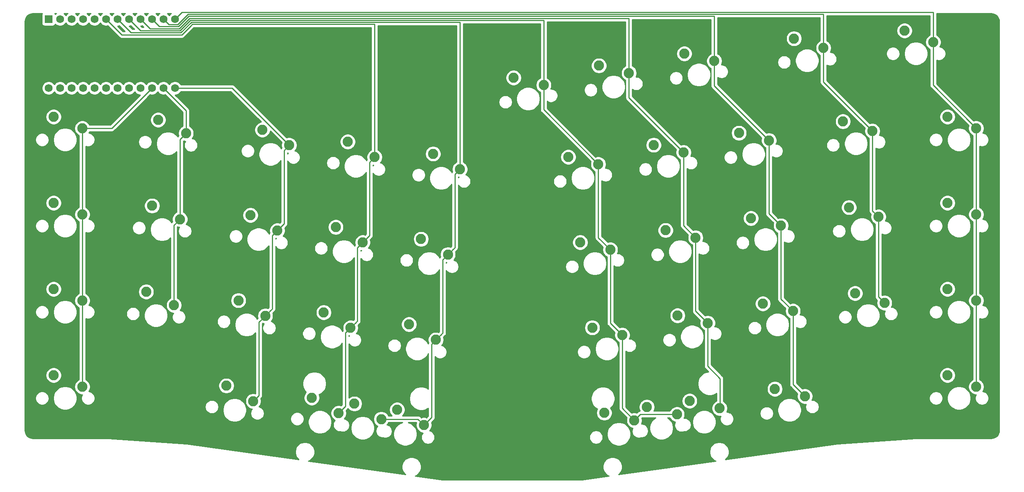
<source format=gbr>
G04 #@! TF.GenerationSoftware,KiCad,Pcbnew,(5.1.4)-1*
G04 #@! TF.CreationDate,2021-09-17T00:33:20-10:00*
G04 #@! TF.ProjectId,oya38split,6f796133-3873-4706-9c69-742e6b696361,rev?*
G04 #@! TF.SameCoordinates,Original*
G04 #@! TF.FileFunction,Copper,L2,Bot*
G04 #@! TF.FilePolarity,Positive*
%FSLAX46Y46*%
G04 Gerber Fmt 4.6, Leading zero omitted, Abs format (unit mm)*
G04 Created by KiCad (PCBNEW (5.1.4)-1) date 2021-09-17 00:33:20*
%MOMM*%
%LPD*%
G04 APERTURE LIST*
%ADD10C,2.250000*%
%ADD11R,1.752600X1.752600*%
%ADD12C,1.752600*%
%ADD13C,0.250000*%
%ADD14C,0.254000*%
G04 APERTURE END LIST*
D10*
X136489156Y-120244377D03*
X130554453Y-116845347D03*
X76401800Y-71748943D03*
X82559150Y-74725709D03*
X106713686Y-58348061D03*
X100778983Y-54949031D03*
X175046694Y-62590058D03*
X168404992Y-60958526D03*
X144442899Y-63650556D03*
X138508196Y-60251526D03*
X193911301Y-59938810D03*
X187269599Y-58307278D03*
X258603750Y-54610000D03*
X252253750Y-52070000D03*
X212775908Y-57287562D03*
X206134206Y-55656030D03*
X104062438Y-77212668D03*
X98127735Y-73813638D03*
X119643589Y-57600279D03*
X125578292Y-60999309D03*
X83888011Y-55722114D03*
X77730661Y-52745348D03*
X235657177Y-55190570D03*
X229145463Y-53099711D03*
D11*
X53498750Y-30480000D03*
D12*
X56038750Y-30480000D03*
X58578750Y-30480000D03*
X61118750Y-30480000D03*
X63658750Y-30480000D03*
X66198750Y-30480000D03*
X68738750Y-30480000D03*
X71278750Y-30480000D03*
X73818750Y-30480000D03*
X76358750Y-30480000D03*
X78898750Y-30480000D03*
X81438750Y-45720000D03*
X78898750Y-45720000D03*
X76358750Y-45720000D03*
X73818750Y-45720000D03*
X71278750Y-45720000D03*
X68738750Y-45720000D03*
X66198750Y-45720000D03*
X63658750Y-45720000D03*
X61118750Y-45720000D03*
X58578750Y-45720000D03*
X56038750Y-45720000D03*
X81438750Y-30480000D03*
X53498750Y-45720000D03*
D10*
X60960000Y-73660000D03*
X54610000Y-71120000D03*
X122927044Y-79863915D03*
X116992341Y-76464885D03*
X141791652Y-82515163D03*
X135856949Y-79116133D03*
X194050655Y-38117047D03*
X200692357Y-39748579D03*
X183000437Y-119183878D03*
X176358735Y-117552346D03*
X201865043Y-116532630D03*
X195223341Y-114901098D03*
X54610000Y-52070000D03*
X60960000Y-54610000D03*
X181827750Y-42399827D03*
X175186048Y-40768295D03*
X162963143Y-45051075D03*
X156321441Y-43419543D03*
X258603750Y-111760000D03*
X252253750Y-109220000D03*
X220729650Y-113881383D03*
X214087948Y-112249851D03*
X121122150Y-115519723D03*
X127056853Y-118918753D03*
X249078750Y-35560000D03*
X242728750Y-33020000D03*
X192432740Y-117858254D03*
X185791038Y-116226722D03*
X218314805Y-34760546D03*
X224826519Y-36851405D03*
X101411190Y-96077275D03*
X95476487Y-92678245D03*
X236986038Y-74194165D03*
X230474324Y-72103306D03*
X196562549Y-78803416D03*
X189920847Y-77171884D03*
X177697941Y-81454664D03*
X171056239Y-79823132D03*
X117624550Y-117593129D03*
X111689847Y-114194099D03*
X199213795Y-97668024D03*
X192572093Y-96036492D03*
X98759943Y-114941882D03*
X92825240Y-111542852D03*
X60960000Y-111760000D03*
X54610000Y-109220000D03*
X139140404Y-101379770D03*
X133205701Y-97980740D03*
X120275798Y-98728523D03*
X114341095Y-95329493D03*
X180349189Y-100319271D03*
X173707487Y-98687739D03*
X238314899Y-93197760D03*
X231803185Y-91106901D03*
X81230289Y-93729304D03*
X75072939Y-90752538D03*
X218078403Y-95016776D03*
X211436701Y-93385244D03*
X60960000Y-92710000D03*
X54610000Y-90170000D03*
X215427155Y-76152169D03*
X208785453Y-74520637D03*
X258603750Y-92710000D03*
X252253750Y-90170000D03*
X258603750Y-73660000D03*
X252253750Y-71120000D03*
D13*
X60960000Y-54610000D02*
X67468750Y-54610000D01*
X60960000Y-54610000D02*
X60960000Y-111760000D01*
X67468750Y-54610000D02*
X76358750Y-45720000D01*
X82559150Y-74725709D02*
X82559150Y-57050975D01*
X82559150Y-74725709D02*
X81230289Y-76054570D01*
X82559150Y-57050975D02*
X83888011Y-55722114D01*
X83888011Y-55722114D02*
X83888011Y-50709261D01*
X83888011Y-50709261D02*
X78898750Y-45720000D01*
X81230289Y-76054570D02*
X81230289Y-93729304D01*
X106713686Y-58348061D02*
X105568750Y-59492997D01*
X100012500Y-113689325D02*
X99884942Y-113816883D01*
X101411190Y-96077275D02*
X100012500Y-97475965D01*
X100012500Y-97475965D02*
X100012500Y-113689325D01*
X106713686Y-58348061D02*
X94085625Y-45720000D01*
X104062438Y-77212668D02*
X102937439Y-78337667D01*
X99884942Y-113816883D02*
X98759943Y-114941882D01*
X102937439Y-78337667D02*
X102937439Y-94551026D01*
X105568750Y-75706356D02*
X105187437Y-76087669D01*
X102536189Y-94952276D02*
X101411190Y-96077275D01*
X105568750Y-59492997D02*
X105568750Y-75706356D01*
X102937439Y-94551026D02*
X102536189Y-94952276D01*
X94085625Y-45720000D02*
X81438750Y-45720000D01*
X105187437Y-76087669D02*
X104062438Y-77212668D01*
X124052043Y-78738916D02*
X122927044Y-79863915D01*
X79930125Y-33931356D02*
X82947375Y-33931356D01*
X82947375Y-33931356D02*
X84890106Y-31988625D01*
X124453293Y-62124308D02*
X124453293Y-78337666D01*
X125578292Y-31625075D02*
X125578292Y-60999309D01*
X66198750Y-30480000D02*
X69650097Y-33931347D01*
X125578292Y-60999309D02*
X124453293Y-62124308D01*
X121802045Y-80988914D02*
X121802045Y-97202276D01*
X79930116Y-33931347D02*
X79930125Y-33931356D01*
X69650097Y-33931347D02*
X79930116Y-33931347D01*
X122927044Y-79863915D02*
X121802045Y-80988914D01*
X84890106Y-31988617D02*
X85253648Y-31625075D01*
X84890106Y-31988625D02*
X84890106Y-31988617D01*
X124453293Y-78337666D02*
X124052043Y-78738916D01*
X85253648Y-31625075D02*
X125578292Y-31625075D01*
X121400797Y-97603524D02*
X120275798Y-98728523D01*
X121802045Y-97202276D02*
X121400797Y-97603524D01*
X118749549Y-116468130D02*
X117624550Y-117593129D01*
X119150799Y-116066880D02*
X118749549Y-116468130D01*
X120275798Y-98728523D02*
X119150799Y-99853522D01*
X119150799Y-99853522D02*
X119150799Y-116066880D01*
X143317900Y-64775555D02*
X143317900Y-80988915D01*
X138188586Y-102331588D02*
X139140404Y-101379770D01*
X140666653Y-99853521D02*
X140265403Y-100254771D01*
X141791652Y-82515163D02*
X140666653Y-83640162D01*
X143317900Y-80988915D02*
X142916651Y-81390164D01*
X144442899Y-31175064D02*
X144442899Y-62059566D01*
X140666653Y-83640162D02*
X140666653Y-99853521D01*
X140265403Y-100254771D02*
X139140404Y-101379770D01*
X68738750Y-30480000D02*
X71740086Y-33481336D01*
X71740086Y-33481336D02*
X82760977Y-33481336D01*
X85067249Y-31175064D02*
X144442899Y-31175064D01*
X135163532Y-118918753D02*
X127056853Y-118918753D01*
X82760977Y-33481336D02*
X85067249Y-31175064D01*
X144442899Y-62059566D02*
X144442899Y-63650556D01*
X138188586Y-118544947D02*
X138188586Y-102331588D01*
X144442899Y-63650556D02*
X143317900Y-64775555D01*
X136489156Y-120244377D02*
X135163532Y-118918753D01*
X136489156Y-120244377D02*
X138188586Y-118544947D01*
X142916651Y-81390164D02*
X141791652Y-82515163D01*
X82574576Y-33031325D02*
X73830075Y-33031325D01*
X73830075Y-33031325D02*
X72155049Y-31356299D01*
X183000437Y-119183878D02*
X184326061Y-117858254D01*
X162963143Y-30725053D02*
X84880848Y-30725053D01*
X162963143Y-45051075D02*
X162963143Y-30725053D01*
X180349189Y-100319271D02*
X180349189Y-116532630D01*
X162963143Y-50506507D02*
X162963143Y-45051075D01*
X84880848Y-30725053D02*
X82574576Y-33031325D01*
X180349189Y-116532630D02*
X183000437Y-119183878D01*
X72155049Y-31356299D02*
X71278750Y-30480000D01*
X175046694Y-62590058D02*
X162963143Y-50506507D01*
X175046694Y-78803417D02*
X177697941Y-81454664D01*
X184326061Y-117858254D02*
X192432740Y-117858254D01*
X175046694Y-62590057D02*
X175046694Y-78803417D01*
X177697941Y-81454664D02*
X177697941Y-97668023D01*
X177697941Y-97668023D02*
X180349189Y-100319271D01*
X193911301Y-59938810D02*
X181827750Y-47855259D01*
X196562549Y-78803416D02*
X196562549Y-95016778D01*
X181827750Y-30275042D02*
X84694448Y-30275042D01*
X82388176Y-32581314D02*
X75920064Y-32581314D01*
X75920064Y-32581314D02*
X73818750Y-30480000D01*
X193911301Y-76152168D02*
X196562549Y-78803416D01*
X193911301Y-59938810D02*
X193911301Y-76152168D01*
X181827750Y-47855259D02*
X181827750Y-42399827D01*
X84694448Y-30275042D02*
X82388176Y-32581314D01*
X196562549Y-95016778D02*
X199213795Y-97668024D01*
X181827750Y-42399827D02*
X181827750Y-30275042D01*
X201973724Y-116423949D02*
X201865043Y-116532630D01*
X201973724Y-109959018D02*
X201973724Y-116423949D01*
X199213795Y-97668024D02*
X199213795Y-107199089D01*
X199213795Y-107199089D02*
X201973724Y-109959018D01*
X215427155Y-92365528D02*
X218078403Y-95016776D01*
X212775907Y-57287562D02*
X212775907Y-73500921D01*
X212775907Y-73500921D02*
X215427155Y-76152169D01*
X218078403Y-95016776D02*
X218078403Y-111230136D01*
X218078403Y-111230136D02*
X220729650Y-113881383D01*
X200692357Y-29825031D02*
X84508048Y-29825031D01*
X200692357Y-39748579D02*
X200692357Y-29825031D01*
X84508048Y-29825031D02*
X82201776Y-32131303D01*
X82201776Y-32131303D02*
X78010053Y-32131303D01*
X78010053Y-32131303D02*
X76358750Y-30480000D01*
X212775908Y-57287562D02*
X200692357Y-45204011D01*
X200692357Y-45204011D02*
X200692357Y-39748579D01*
X215427155Y-76152169D02*
X215427155Y-92365528D01*
X224826519Y-29375021D02*
X84321647Y-29375021D01*
X84321647Y-29375021D02*
X82015367Y-31681301D01*
X235657177Y-55190570D02*
X224826519Y-44359912D01*
X235657177Y-55190570D02*
X235657177Y-72865304D01*
X224826519Y-44359912D02*
X224826519Y-36851405D01*
X236986038Y-74194165D02*
X236986038Y-91868899D01*
X224826519Y-36851405D02*
X224826519Y-29375021D01*
X80100051Y-31681301D02*
X78898750Y-30480000D01*
X236986038Y-91868899D02*
X238314899Y-93197760D01*
X82015367Y-31681301D02*
X80100051Y-31681301D01*
X235657177Y-72865304D02*
X236986038Y-74194165D01*
X82315049Y-29603701D02*
X81438750Y-30480000D01*
X82993740Y-28925010D02*
X82315049Y-29603701D01*
X249078750Y-45085000D02*
X257478751Y-53485001D01*
X249078750Y-35560000D02*
X249078750Y-45085000D01*
X257478751Y-53485001D02*
X258603750Y-54610000D01*
X258603750Y-54610000D02*
X258603750Y-111760000D01*
X249078750Y-28925010D02*
X82993740Y-28925010D01*
X249078750Y-35560000D02*
X249078750Y-28925010D01*
D14*
G36*
X52091913Y-29249206D02*
G01*
X52032948Y-29359520D01*
X51996638Y-29479218D01*
X51984378Y-29603700D01*
X51984378Y-31356300D01*
X51996638Y-31480782D01*
X52032948Y-31600480D01*
X52091913Y-31710794D01*
X52171265Y-31807485D01*
X52267956Y-31886837D01*
X52378270Y-31945802D01*
X52497968Y-31982112D01*
X52622450Y-31994372D01*
X54375050Y-31994372D01*
X54499532Y-31982112D01*
X54619230Y-31945802D01*
X54729544Y-31886837D01*
X54826235Y-31807485D01*
X54905587Y-31710794D01*
X54964552Y-31600480D01*
X54977906Y-31556458D01*
X55075352Y-31653904D01*
X55322881Y-31819297D01*
X55597920Y-31933222D01*
X55889900Y-31991300D01*
X56187600Y-31991300D01*
X56479580Y-31933222D01*
X56754619Y-31819297D01*
X57002148Y-31653904D01*
X57212654Y-31443398D01*
X57308750Y-31299580D01*
X57404846Y-31443398D01*
X57615352Y-31653904D01*
X57862881Y-31819297D01*
X58137920Y-31933222D01*
X58429900Y-31991300D01*
X58727600Y-31991300D01*
X59019580Y-31933222D01*
X59294619Y-31819297D01*
X59542148Y-31653904D01*
X59752654Y-31443398D01*
X59848750Y-31299580D01*
X59944846Y-31443398D01*
X60155352Y-31653904D01*
X60402881Y-31819297D01*
X60677920Y-31933222D01*
X60969900Y-31991300D01*
X61267600Y-31991300D01*
X61559580Y-31933222D01*
X61834619Y-31819297D01*
X62082148Y-31653904D01*
X62292654Y-31443398D01*
X62388750Y-31299580D01*
X62484846Y-31443398D01*
X62695352Y-31653904D01*
X62942881Y-31819297D01*
X63217920Y-31933222D01*
X63509900Y-31991300D01*
X63807600Y-31991300D01*
X64099580Y-31933222D01*
X64374619Y-31819297D01*
X64622148Y-31653904D01*
X64832654Y-31443398D01*
X64928750Y-31299580D01*
X65024846Y-31443398D01*
X65235352Y-31653904D01*
X65482881Y-31819297D01*
X65757920Y-31933222D01*
X66049900Y-31991300D01*
X66347600Y-31991300D01*
X66587525Y-31943576D01*
X69086297Y-34442349D01*
X69110096Y-34471348D01*
X69225821Y-34566321D01*
X69357850Y-34636893D01*
X69501111Y-34680350D01*
X69612764Y-34691347D01*
X69612772Y-34691347D01*
X69650097Y-34695023D01*
X69687422Y-34691347D01*
X79892701Y-34691347D01*
X79892792Y-34691356D01*
X79892800Y-34691356D01*
X79930125Y-34695032D01*
X79967450Y-34691356D01*
X82910053Y-34691356D01*
X82947375Y-34695032D01*
X82984697Y-34691356D01*
X82984708Y-34691356D01*
X83096361Y-34680359D01*
X83239622Y-34636902D01*
X83371651Y-34566330D01*
X83487376Y-34471357D01*
X83511179Y-34442353D01*
X85401110Y-32552423D01*
X85430107Y-32528626D01*
X85453946Y-32499578D01*
X85568449Y-32385075D01*
X124818292Y-32385075D01*
X124818293Y-59409100D01*
X124744619Y-59439617D01*
X124456357Y-59632228D01*
X124211211Y-59877374D01*
X124018600Y-60165636D01*
X123885928Y-60485936D01*
X123818292Y-60825964D01*
X123818292Y-61172654D01*
X123885928Y-61512682D01*
X123915011Y-61582896D01*
X123913292Y-61584307D01*
X123874830Y-61631174D01*
X123818319Y-61700032D01*
X123788501Y-61755817D01*
X123781572Y-61739089D01*
X123493871Y-61308514D01*
X123127697Y-60942340D01*
X122697122Y-60654639D01*
X122218693Y-60456467D01*
X121710795Y-60355440D01*
X121192947Y-60355440D01*
X120685049Y-60456467D01*
X120206620Y-60654639D01*
X119776045Y-60942340D01*
X119409871Y-61308514D01*
X119122170Y-61739089D01*
X118923998Y-62217518D01*
X118822971Y-62725416D01*
X118822971Y-63243264D01*
X118923998Y-63751162D01*
X119122170Y-64229591D01*
X119409871Y-64660166D01*
X119776045Y-65026340D01*
X120206620Y-65314041D01*
X120685049Y-65512213D01*
X121192947Y-65613240D01*
X121710795Y-65613240D01*
X122218693Y-65512213D01*
X122697122Y-65314041D01*
X123127697Y-65026340D01*
X123493871Y-64660166D01*
X123693293Y-64361710D01*
X123693294Y-78022864D01*
X123541046Y-78175112D01*
X123541040Y-78175117D01*
X123514090Y-78202067D01*
X123440417Y-78171551D01*
X123100389Y-78103915D01*
X122753699Y-78103915D01*
X122413671Y-78171551D01*
X122093371Y-78304223D01*
X121805109Y-78496834D01*
X121559963Y-78741980D01*
X121367352Y-79030242D01*
X121234680Y-79350542D01*
X121167044Y-79690570D01*
X121167044Y-80037260D01*
X121234680Y-80377288D01*
X121263763Y-80447502D01*
X121262044Y-80448913D01*
X121223582Y-80495780D01*
X121167071Y-80564638D01*
X121137253Y-80620423D01*
X121130324Y-80603695D01*
X120842623Y-80173120D01*
X120476449Y-79806946D01*
X120045874Y-79519245D01*
X119567445Y-79321073D01*
X119059547Y-79220046D01*
X118541699Y-79220046D01*
X118033801Y-79321073D01*
X117555372Y-79519245D01*
X117124797Y-79806946D01*
X116758623Y-80173120D01*
X116470922Y-80603695D01*
X116272750Y-81082124D01*
X116171723Y-81590022D01*
X116171723Y-82107870D01*
X116272750Y-82615768D01*
X116470922Y-83094197D01*
X116758623Y-83524772D01*
X117124797Y-83890946D01*
X117555372Y-84178647D01*
X118033801Y-84376819D01*
X118541699Y-84477846D01*
X119059547Y-84477846D01*
X119567445Y-84376819D01*
X120045874Y-84178647D01*
X120476449Y-83890946D01*
X120842623Y-83524772D01*
X121042045Y-83226316D01*
X121042046Y-96887474D01*
X120889800Y-97039720D01*
X120889794Y-97039725D01*
X120862844Y-97066675D01*
X120789171Y-97036159D01*
X120449143Y-96968523D01*
X120102453Y-96968523D01*
X119762425Y-97036159D01*
X119442125Y-97168831D01*
X119153863Y-97361442D01*
X118908717Y-97606588D01*
X118716106Y-97894850D01*
X118583434Y-98215150D01*
X118515798Y-98555178D01*
X118515798Y-98901868D01*
X118583434Y-99241896D01*
X118612517Y-99312110D01*
X118610798Y-99313521D01*
X118572336Y-99360388D01*
X118515825Y-99429246D01*
X118486007Y-99485031D01*
X118479078Y-99468303D01*
X118191377Y-99037728D01*
X117825203Y-98671554D01*
X117394628Y-98383853D01*
X116916199Y-98185681D01*
X116408301Y-98084654D01*
X115890453Y-98084654D01*
X115382555Y-98185681D01*
X114904126Y-98383853D01*
X114473551Y-98671554D01*
X114107377Y-99037728D01*
X113819676Y-99468303D01*
X113621504Y-99946732D01*
X113520477Y-100454630D01*
X113520477Y-100972478D01*
X113621504Y-101480376D01*
X113819676Y-101958805D01*
X114107377Y-102389380D01*
X114473551Y-102755554D01*
X114904126Y-103043255D01*
X115382555Y-103241427D01*
X115890453Y-103342454D01*
X116408301Y-103342454D01*
X116916199Y-103241427D01*
X117394628Y-103043255D01*
X117825203Y-102755554D01*
X118191377Y-102389380D01*
X118390799Y-102090924D01*
X118390800Y-115752078D01*
X118238552Y-115904326D01*
X118238546Y-115904331D01*
X118211596Y-115931281D01*
X118137923Y-115900765D01*
X117797895Y-115833129D01*
X117451205Y-115833129D01*
X117111177Y-115900765D01*
X116790877Y-116033437D01*
X116502615Y-116226048D01*
X116257469Y-116471194D01*
X116064858Y-116759456D01*
X115932186Y-117079756D01*
X115864550Y-117419784D01*
X115864550Y-117766474D01*
X115932186Y-118106502D01*
X116064858Y-118426802D01*
X116257469Y-118715064D01*
X116502615Y-118960210D01*
X116790877Y-119152821D01*
X116803248Y-119157945D01*
X116726977Y-119234216D01*
X116561726Y-119481532D01*
X116447899Y-119756334D01*
X116389870Y-120048063D01*
X116389870Y-120345507D01*
X116447899Y-120637236D01*
X116561726Y-120912038D01*
X116726977Y-121159354D01*
X116937301Y-121369678D01*
X117184617Y-121534929D01*
X117459419Y-121648756D01*
X117751148Y-121706785D01*
X118014981Y-121706785D01*
X118088240Y-121737130D01*
X118379969Y-121795159D01*
X118677413Y-121795159D01*
X118969142Y-121737130D01*
X119243944Y-121623303D01*
X119491260Y-121458052D01*
X119701584Y-121247728D01*
X119866835Y-121000412D01*
X119980662Y-120725610D01*
X119996724Y-120644860D01*
X120301532Y-120644860D01*
X120301532Y-121162708D01*
X120402559Y-121670606D01*
X120600731Y-122149035D01*
X120888432Y-122579610D01*
X121254606Y-122945784D01*
X121685181Y-123233485D01*
X122163610Y-123431657D01*
X122671508Y-123532684D01*
X123189356Y-123532684D01*
X123697254Y-123431657D01*
X124175683Y-123233485D01*
X124606258Y-122945784D01*
X124972432Y-122579610D01*
X125260133Y-122149035D01*
X125458305Y-121670606D01*
X125559332Y-121162708D01*
X125559332Y-120644860D01*
X125458305Y-120136962D01*
X125260133Y-119658533D01*
X124972432Y-119227958D01*
X124606258Y-118861784D01*
X124175683Y-118574083D01*
X123697254Y-118375911D01*
X123189356Y-118274884D01*
X122671508Y-118274884D01*
X122163610Y-118375911D01*
X121685181Y-118574083D01*
X121254606Y-118861784D01*
X120888432Y-119227958D01*
X120600731Y-119658533D01*
X120402559Y-120136962D01*
X120301532Y-120644860D01*
X119996724Y-120644860D01*
X120038691Y-120433881D01*
X120038691Y-120136437D01*
X119980662Y-119844708D01*
X119866835Y-119569906D01*
X119701584Y-119322590D01*
X119491260Y-119112266D01*
X119243944Y-118947015D01*
X118969142Y-118833188D01*
X118889374Y-118817321D01*
X118991631Y-118715064D01*
X119184242Y-118426802D01*
X119316914Y-118106502D01*
X119384550Y-117766474D01*
X119384550Y-117419784D01*
X119316914Y-117079756D01*
X119286398Y-117006083D01*
X119313348Y-116979133D01*
X119313353Y-116979127D01*
X119661796Y-116630684D01*
X119690800Y-116606881D01*
X119713417Y-116579322D01*
X119755069Y-116641658D01*
X120000215Y-116886804D01*
X120288477Y-117079415D01*
X120608777Y-117212087D01*
X120948805Y-117279723D01*
X121295495Y-117279723D01*
X121635523Y-117212087D01*
X121955823Y-117079415D01*
X122244085Y-116886804D01*
X122489231Y-116641658D01*
X122681842Y-116353396D01*
X122814514Y-116033096D01*
X122882150Y-115693068D01*
X122882150Y-115346378D01*
X122814514Y-115006350D01*
X122681842Y-114686050D01*
X122489231Y-114397788D01*
X122244085Y-114152642D01*
X121955823Y-113960031D01*
X121635523Y-113827359D01*
X121295495Y-113759723D01*
X120948805Y-113759723D01*
X120608777Y-113827359D01*
X120288477Y-113960031D01*
X120000215Y-114152642D01*
X119910799Y-114242058D01*
X119910799Y-102239078D01*
X120007046Y-102383122D01*
X120217370Y-102593446D01*
X120464686Y-102758697D01*
X120739488Y-102872524D01*
X121031217Y-102930553D01*
X121328661Y-102930553D01*
X121620390Y-102872524D01*
X121895192Y-102758697D01*
X122142508Y-102593446D01*
X122226874Y-102509080D01*
X128473421Y-102509080D01*
X128473421Y-102806524D01*
X128531450Y-103098253D01*
X128645277Y-103373055D01*
X128810528Y-103620371D01*
X129020852Y-103830695D01*
X129268168Y-103995946D01*
X129542970Y-104109773D01*
X129834699Y-104167802D01*
X130132143Y-104167802D01*
X130423872Y-104109773D01*
X130698674Y-103995946D01*
X130945990Y-103830695D01*
X131156314Y-103620371D01*
X131321565Y-103373055D01*
X131435392Y-103098253D01*
X131493421Y-102806524D01*
X131493421Y-102509080D01*
X131435392Y-102217351D01*
X131321565Y-101942549D01*
X131156314Y-101695233D01*
X130945990Y-101484909D01*
X130698674Y-101319658D01*
X130423872Y-101205831D01*
X130132143Y-101147802D01*
X129834699Y-101147802D01*
X129542970Y-101205831D01*
X129268168Y-101319658D01*
X129020852Y-101484909D01*
X128810528Y-101695233D01*
X128645277Y-101942549D01*
X128531450Y-102217351D01*
X128473421Y-102509080D01*
X122226874Y-102509080D01*
X122352832Y-102383122D01*
X122518083Y-102135806D01*
X122631910Y-101861004D01*
X122689939Y-101569275D01*
X122689939Y-101271831D01*
X122631910Y-100980102D01*
X122518083Y-100705300D01*
X122352832Y-100457984D01*
X122142508Y-100247660D01*
X121895192Y-100082409D01*
X121620390Y-99968582D01*
X121540622Y-99952715D01*
X121642879Y-99850458D01*
X121835490Y-99562196D01*
X121968162Y-99241896D01*
X122035798Y-98901868D01*
X122035798Y-98555178D01*
X121968162Y-98215150D01*
X121937646Y-98141477D01*
X121964596Y-98114527D01*
X121964601Y-98114521D01*
X122271727Y-97807395D01*
X131445701Y-97807395D01*
X131445701Y-98154085D01*
X131513337Y-98494113D01*
X131646009Y-98814413D01*
X131838620Y-99102675D01*
X132083766Y-99347821D01*
X132372028Y-99540432D01*
X132692328Y-99673104D01*
X133032356Y-99740740D01*
X133379046Y-99740740D01*
X133719074Y-99673104D01*
X134039374Y-99540432D01*
X134327636Y-99347821D01*
X134572782Y-99102675D01*
X134765393Y-98814413D01*
X134898065Y-98494113D01*
X134965701Y-98154085D01*
X134965701Y-97807395D01*
X134898065Y-97467367D01*
X134765393Y-97147067D01*
X134572782Y-96858805D01*
X134327636Y-96613659D01*
X134039374Y-96421048D01*
X133719074Y-96288376D01*
X133379046Y-96220740D01*
X133032356Y-96220740D01*
X132692328Y-96288376D01*
X132372028Y-96421048D01*
X132083766Y-96613659D01*
X131838620Y-96858805D01*
X131646009Y-97147067D01*
X131513337Y-97467367D01*
X131445701Y-97807395D01*
X122271727Y-97807395D01*
X122313042Y-97766080D01*
X122342046Y-97742277D01*
X122437019Y-97626552D01*
X122507591Y-97494523D01*
X122551048Y-97351262D01*
X122562045Y-97239609D01*
X122562045Y-97239600D01*
X122565721Y-97202277D01*
X122562045Y-97164954D01*
X122562045Y-83374470D01*
X122658292Y-83518514D01*
X122868616Y-83728838D01*
X123115932Y-83894089D01*
X123390734Y-84007916D01*
X123682463Y-84065945D01*
X123979907Y-84065945D01*
X124271636Y-84007916D01*
X124546438Y-83894089D01*
X124793754Y-83728838D01*
X124878119Y-83644473D01*
X131124669Y-83644473D01*
X131124669Y-83941917D01*
X131182698Y-84233646D01*
X131296525Y-84508448D01*
X131461776Y-84755764D01*
X131672100Y-84966088D01*
X131919416Y-85131339D01*
X132194218Y-85245166D01*
X132485947Y-85303195D01*
X132783391Y-85303195D01*
X133075120Y-85245166D01*
X133349922Y-85131339D01*
X133597238Y-84966088D01*
X133807562Y-84755764D01*
X133972813Y-84508448D01*
X134086640Y-84233646D01*
X134144669Y-83941917D01*
X134144669Y-83644473D01*
X134086640Y-83352744D01*
X133972813Y-83077942D01*
X133807562Y-82830626D01*
X133597238Y-82620302D01*
X133349922Y-82455051D01*
X133075120Y-82341224D01*
X132783391Y-82283195D01*
X132485947Y-82283195D01*
X132194218Y-82341224D01*
X131919416Y-82455051D01*
X131672100Y-82620302D01*
X131461776Y-82830626D01*
X131296525Y-83077942D01*
X131182698Y-83352744D01*
X131124669Y-83644473D01*
X124878119Y-83644473D01*
X125004078Y-83518514D01*
X125169329Y-83271198D01*
X125283156Y-82996396D01*
X125341185Y-82704667D01*
X125341185Y-82407223D01*
X125283156Y-82115494D01*
X125169329Y-81840692D01*
X125004078Y-81593376D01*
X124793754Y-81383052D01*
X124546438Y-81217801D01*
X124271636Y-81103974D01*
X124191868Y-81088107D01*
X124294125Y-80985850D01*
X124486736Y-80697588D01*
X124619408Y-80377288D01*
X124687044Y-80037260D01*
X124687044Y-79690570D01*
X124619408Y-79350542D01*
X124588892Y-79276869D01*
X124615842Y-79249919D01*
X124615847Y-79249913D01*
X124922972Y-78942788D01*
X134096949Y-78942788D01*
X134096949Y-79289478D01*
X134164585Y-79629506D01*
X134297257Y-79949806D01*
X134489868Y-80238068D01*
X134735014Y-80483214D01*
X135023276Y-80675825D01*
X135343576Y-80808497D01*
X135683604Y-80876133D01*
X136030294Y-80876133D01*
X136370322Y-80808497D01*
X136690622Y-80675825D01*
X136978884Y-80483214D01*
X137224030Y-80238068D01*
X137416641Y-79949806D01*
X137549313Y-79629506D01*
X137616949Y-79289478D01*
X137616949Y-78942788D01*
X137549313Y-78602760D01*
X137416641Y-78282460D01*
X137224030Y-77994198D01*
X136978884Y-77749052D01*
X136690622Y-77556441D01*
X136370322Y-77423769D01*
X136030294Y-77356133D01*
X135683604Y-77356133D01*
X135343576Y-77423769D01*
X135023276Y-77556441D01*
X134735014Y-77749052D01*
X134489868Y-77994198D01*
X134297257Y-78282460D01*
X134164585Y-78602760D01*
X134096949Y-78942788D01*
X124922972Y-78942788D01*
X124964290Y-78901470D01*
X124993294Y-78877667D01*
X125088267Y-78761942D01*
X125158839Y-78629913D01*
X125202296Y-78486652D01*
X125213293Y-78374999D01*
X125213293Y-78374990D01*
X125216969Y-78337667D01*
X125213293Y-78300344D01*
X125213293Y-64509864D01*
X125309540Y-64653908D01*
X125519864Y-64864232D01*
X125767180Y-65029483D01*
X126041982Y-65143310D01*
X126333711Y-65201339D01*
X126631155Y-65201339D01*
X126922884Y-65143310D01*
X127197686Y-65029483D01*
X127445002Y-64864232D01*
X127529368Y-64779866D01*
X133775916Y-64779866D01*
X133775916Y-65077310D01*
X133833945Y-65369039D01*
X133947772Y-65643841D01*
X134113023Y-65891157D01*
X134323347Y-66101481D01*
X134570663Y-66266732D01*
X134845465Y-66380559D01*
X135137194Y-66438588D01*
X135434638Y-66438588D01*
X135726367Y-66380559D01*
X136001169Y-66266732D01*
X136248485Y-66101481D01*
X136458809Y-65891157D01*
X136624060Y-65643841D01*
X136737887Y-65369039D01*
X136795916Y-65077310D01*
X136795916Y-64779866D01*
X136737887Y-64488137D01*
X136624060Y-64213335D01*
X136458809Y-63966019D01*
X136248485Y-63755695D01*
X136001169Y-63590444D01*
X135726367Y-63476617D01*
X135434638Y-63418588D01*
X135137194Y-63418588D01*
X134845465Y-63476617D01*
X134570663Y-63590444D01*
X134323347Y-63755695D01*
X134113023Y-63966019D01*
X133947772Y-64213335D01*
X133833945Y-64488137D01*
X133775916Y-64779866D01*
X127529368Y-64779866D01*
X127655326Y-64653908D01*
X127820577Y-64406592D01*
X127934404Y-64131790D01*
X127992433Y-63840061D01*
X127992433Y-63542617D01*
X127934404Y-63250888D01*
X127820577Y-62976086D01*
X127655326Y-62728770D01*
X127445002Y-62518446D01*
X127197686Y-62353195D01*
X126922884Y-62239368D01*
X126843116Y-62223501D01*
X126945373Y-62121244D01*
X127137984Y-61832982D01*
X127270656Y-61512682D01*
X127338292Y-61172654D01*
X127338292Y-60825964D01*
X127270656Y-60485936D01*
X127137984Y-60165636D01*
X127079549Y-60078181D01*
X136748196Y-60078181D01*
X136748196Y-60424871D01*
X136815832Y-60764899D01*
X136948504Y-61085199D01*
X137141115Y-61373461D01*
X137386261Y-61618607D01*
X137674523Y-61811218D01*
X137994823Y-61943890D01*
X138334851Y-62011526D01*
X138681541Y-62011526D01*
X139021569Y-61943890D01*
X139341869Y-61811218D01*
X139630131Y-61618607D01*
X139875277Y-61373461D01*
X140067888Y-61085199D01*
X140200560Y-60764899D01*
X140268196Y-60424871D01*
X140268196Y-60078181D01*
X140200560Y-59738153D01*
X140067888Y-59417853D01*
X139875277Y-59129591D01*
X139630131Y-58884445D01*
X139341869Y-58691834D01*
X139021569Y-58559162D01*
X138681541Y-58491526D01*
X138334851Y-58491526D01*
X137994823Y-58559162D01*
X137674523Y-58691834D01*
X137386261Y-58884445D01*
X137141115Y-59129591D01*
X136948504Y-59417853D01*
X136815832Y-59738153D01*
X136748196Y-60078181D01*
X127079549Y-60078181D01*
X126945373Y-59877374D01*
X126700227Y-59632228D01*
X126411965Y-59439617D01*
X126338292Y-59409101D01*
X126338292Y-31935064D01*
X143682899Y-31935064D01*
X143682900Y-62022224D01*
X143682899Y-62022234D01*
X143682899Y-62060348D01*
X143609226Y-62090864D01*
X143320964Y-62283475D01*
X143075818Y-62528621D01*
X142883207Y-62816883D01*
X142750535Y-63137183D01*
X142682899Y-63477211D01*
X142682899Y-63823901D01*
X142750535Y-64163929D01*
X142779618Y-64234143D01*
X142777899Y-64235554D01*
X142739436Y-64282422D01*
X142682926Y-64351279D01*
X142653108Y-64407064D01*
X142646179Y-64390336D01*
X142358478Y-63959761D01*
X141992304Y-63593587D01*
X141561729Y-63305886D01*
X141083300Y-63107714D01*
X140575402Y-63006687D01*
X140057554Y-63006687D01*
X139549656Y-63107714D01*
X139071227Y-63305886D01*
X138640652Y-63593587D01*
X138274478Y-63959761D01*
X137986777Y-64390336D01*
X137788605Y-64868765D01*
X137687578Y-65376663D01*
X137687578Y-65894511D01*
X137788605Y-66402409D01*
X137986777Y-66880838D01*
X138274478Y-67311413D01*
X138640652Y-67677587D01*
X139071227Y-67965288D01*
X139549656Y-68163460D01*
X140057554Y-68264487D01*
X140575402Y-68264487D01*
X141083300Y-68163460D01*
X141561729Y-67965288D01*
X141992304Y-67677587D01*
X142358478Y-67311413D01*
X142557900Y-67012957D01*
X142557901Y-80674113D01*
X142405654Y-80826360D01*
X142405648Y-80826365D01*
X142378698Y-80853315D01*
X142305025Y-80822799D01*
X141964997Y-80755163D01*
X141618307Y-80755163D01*
X141278279Y-80822799D01*
X140957979Y-80955471D01*
X140669717Y-81148082D01*
X140424571Y-81393228D01*
X140231960Y-81681490D01*
X140099288Y-82001790D01*
X140031652Y-82341818D01*
X140031652Y-82688508D01*
X140099288Y-83028536D01*
X140128371Y-83098750D01*
X140126652Y-83100161D01*
X140088190Y-83147028D01*
X140031679Y-83215886D01*
X140005873Y-83264165D01*
X140001861Y-83271671D01*
X139994932Y-83254943D01*
X139707231Y-82824368D01*
X139341057Y-82458194D01*
X138910482Y-82170493D01*
X138432053Y-81972321D01*
X137924155Y-81871294D01*
X137406307Y-81871294D01*
X136898409Y-81972321D01*
X136419980Y-82170493D01*
X135989405Y-82458194D01*
X135623231Y-82824368D01*
X135335530Y-83254943D01*
X135137358Y-83733372D01*
X135036331Y-84241270D01*
X135036331Y-84759118D01*
X135137358Y-85267016D01*
X135335530Y-85745445D01*
X135623231Y-86176020D01*
X135989405Y-86542194D01*
X136419980Y-86829895D01*
X136898409Y-87028067D01*
X137406307Y-87129094D01*
X137924155Y-87129094D01*
X138432053Y-87028067D01*
X138910482Y-86829895D01*
X139341057Y-86542194D01*
X139707231Y-86176020D01*
X139906653Y-85877564D01*
X139906654Y-99538719D01*
X139754406Y-99690967D01*
X139754400Y-99690972D01*
X139727450Y-99717922D01*
X139653777Y-99687406D01*
X139313749Y-99619770D01*
X138967059Y-99619770D01*
X138627031Y-99687406D01*
X138306731Y-99820078D01*
X138018469Y-100012689D01*
X137773323Y-100257835D01*
X137580712Y-100546097D01*
X137448040Y-100866397D01*
X137380404Y-101206425D01*
X137380404Y-101553115D01*
X137448040Y-101893143D01*
X137497439Y-102012403D01*
X137483040Y-102039342D01*
X137469095Y-102085316D01*
X137439584Y-102182602D01*
X137428587Y-102294255D01*
X137426178Y-102318709D01*
X137343684Y-102119550D01*
X137055983Y-101688975D01*
X136689809Y-101322801D01*
X136259234Y-101035100D01*
X135780805Y-100836928D01*
X135272907Y-100735901D01*
X134755059Y-100735901D01*
X134247161Y-100836928D01*
X133768732Y-101035100D01*
X133338157Y-101322801D01*
X132971983Y-101688975D01*
X132684282Y-102119550D01*
X132486110Y-102597979D01*
X132385083Y-103105877D01*
X132385083Y-103623725D01*
X132486110Y-104131623D01*
X132684282Y-104610052D01*
X132971983Y-105040627D01*
X133338157Y-105406801D01*
X133768732Y-105694502D01*
X134247161Y-105892674D01*
X134755059Y-105993701D01*
X135272907Y-105993701D01*
X135780805Y-105892674D01*
X136259234Y-105694502D01*
X136689809Y-105406801D01*
X137055983Y-105040627D01*
X137343684Y-104610052D01*
X137428587Y-104405079D01*
X137428586Y-112266024D01*
X137114936Y-112056450D01*
X136636507Y-111858278D01*
X136128609Y-111757251D01*
X135610761Y-111757251D01*
X135102863Y-111858278D01*
X134624434Y-112056450D01*
X134193859Y-112344151D01*
X133827685Y-112710325D01*
X133539984Y-113140900D01*
X133341812Y-113619329D01*
X133240785Y-114127227D01*
X133240785Y-114645075D01*
X133341812Y-115152973D01*
X133539984Y-115631402D01*
X133827685Y-116061977D01*
X134193859Y-116428151D01*
X134624434Y-116715852D01*
X135102863Y-116914024D01*
X135610761Y-117015051D01*
X136128609Y-117015051D01*
X136636507Y-116914024D01*
X137114936Y-116715852D01*
X137428586Y-116506278D01*
X137428586Y-118230145D01*
X137076202Y-118582529D01*
X137002529Y-118552013D01*
X136662501Y-118484377D01*
X136315811Y-118484377D01*
X135975783Y-118552013D01*
X135902110Y-118582529D01*
X135727335Y-118407755D01*
X135703533Y-118378752D01*
X135587808Y-118283779D01*
X135455779Y-118213207D01*
X135312518Y-118169750D01*
X135200865Y-118158753D01*
X135200854Y-118158753D01*
X135163532Y-118155077D01*
X135126210Y-118158753D01*
X131730063Y-118158753D01*
X131921534Y-117967282D01*
X132114145Y-117679020D01*
X132246817Y-117358720D01*
X132314453Y-117018692D01*
X132314453Y-116672002D01*
X132246817Y-116331974D01*
X132114145Y-116011674D01*
X131921534Y-115723412D01*
X131676388Y-115478266D01*
X131388126Y-115285655D01*
X131067826Y-115152983D01*
X130727798Y-115085347D01*
X130381108Y-115085347D01*
X130041080Y-115152983D01*
X129720780Y-115285655D01*
X129432518Y-115478266D01*
X129187372Y-115723412D01*
X128994761Y-116011674D01*
X128862089Y-116331974D01*
X128794453Y-116672002D01*
X128794453Y-117018692D01*
X128862089Y-117358720D01*
X128994761Y-117679020D01*
X129187372Y-117967282D01*
X129378843Y-118158753D01*
X128647061Y-118158753D01*
X128616545Y-118085080D01*
X128423934Y-117796818D01*
X128178788Y-117551672D01*
X127890526Y-117359061D01*
X127570226Y-117226389D01*
X127230198Y-117158753D01*
X126883508Y-117158753D01*
X126543480Y-117226389D01*
X126223180Y-117359061D01*
X125934918Y-117551672D01*
X125689772Y-117796818D01*
X125497161Y-118085080D01*
X125364489Y-118405380D01*
X125296853Y-118745408D01*
X125296853Y-119092098D01*
X125364489Y-119432126D01*
X125497161Y-119752426D01*
X125689772Y-120040688D01*
X125934918Y-120285834D01*
X126223180Y-120478445D01*
X126235551Y-120483569D01*
X126159280Y-120559840D01*
X125994029Y-120807156D01*
X125880202Y-121081958D01*
X125822173Y-121373687D01*
X125822173Y-121671131D01*
X125880202Y-121962860D01*
X125994029Y-122237662D01*
X126159280Y-122484978D01*
X126369604Y-122695302D01*
X126616920Y-122860553D01*
X126891722Y-122974380D01*
X127183451Y-123032409D01*
X127447284Y-123032409D01*
X127520543Y-123062754D01*
X127812272Y-123120783D01*
X128109716Y-123120783D01*
X128401445Y-123062754D01*
X128676247Y-122948927D01*
X128923563Y-122783676D01*
X129133887Y-122573352D01*
X129299138Y-122326036D01*
X129412965Y-122051234D01*
X129470994Y-121759505D01*
X129470994Y-121462061D01*
X129412965Y-121170332D01*
X129299138Y-120895530D01*
X129133887Y-120648214D01*
X128923563Y-120437890D01*
X128676247Y-120272639D01*
X128401445Y-120158812D01*
X128321677Y-120142945D01*
X128423934Y-120040688D01*
X128616545Y-119752426D01*
X128647061Y-119678753D01*
X131710446Y-119678753D01*
X131595913Y-119701535D01*
X131117484Y-119899707D01*
X130686909Y-120187408D01*
X130320735Y-120553582D01*
X130033034Y-120984157D01*
X129834862Y-121462586D01*
X129733835Y-121970484D01*
X129733835Y-122488332D01*
X129834862Y-122996230D01*
X130033034Y-123474659D01*
X130320735Y-123905234D01*
X130686909Y-124271408D01*
X131117484Y-124559109D01*
X131595913Y-124757281D01*
X132103811Y-124858308D01*
X132621659Y-124858308D01*
X133129557Y-124757281D01*
X133607986Y-124559109D01*
X134038561Y-124271408D01*
X134404735Y-123905234D01*
X134692436Y-123474659D01*
X134890608Y-122996230D01*
X134991635Y-122488332D01*
X134991635Y-121970484D01*
X134890608Y-121462586D01*
X134692436Y-120984157D01*
X134404735Y-120553582D01*
X134038561Y-120187408D01*
X133607986Y-119899707D01*
X133129557Y-119701535D01*
X133015024Y-119678753D01*
X134818435Y-119678753D01*
X134796792Y-119731004D01*
X134729156Y-120071032D01*
X134729156Y-120417722D01*
X134796792Y-120757750D01*
X134929464Y-121078050D01*
X135122075Y-121366312D01*
X135367221Y-121611458D01*
X135655483Y-121804069D01*
X135975783Y-121936741D01*
X136213585Y-121984043D01*
X136055153Y-122221154D01*
X135941326Y-122495956D01*
X135883297Y-122787685D01*
X135883297Y-123085129D01*
X135941326Y-123376858D01*
X136055153Y-123651660D01*
X136220404Y-123898976D01*
X136430728Y-124109300D01*
X136678044Y-124274551D01*
X136952846Y-124388378D01*
X137244575Y-124446407D01*
X137542019Y-124446407D01*
X137833748Y-124388378D01*
X138108550Y-124274551D01*
X138355866Y-124109300D01*
X138566190Y-123898976D01*
X138731441Y-123651660D01*
X138845268Y-123376858D01*
X138903297Y-123085129D01*
X138903297Y-122787685D01*
X173040453Y-122787685D01*
X173040453Y-123085129D01*
X173098482Y-123376858D01*
X173212309Y-123651660D01*
X173377560Y-123898976D01*
X173587884Y-124109300D01*
X173835200Y-124274551D01*
X174110002Y-124388378D01*
X174401731Y-124446407D01*
X174699175Y-124446407D01*
X174990904Y-124388378D01*
X175265706Y-124274551D01*
X175513022Y-124109300D01*
X175723346Y-123898976D01*
X175888597Y-123651660D01*
X176002424Y-123376858D01*
X176060453Y-123085129D01*
X176060453Y-122787685D01*
X176002424Y-122495956D01*
X175888597Y-122221154D01*
X175723346Y-121973838D01*
X175719992Y-121970484D01*
X176952115Y-121970484D01*
X176952115Y-122488332D01*
X177053142Y-122996230D01*
X177251314Y-123474659D01*
X177539015Y-123905234D01*
X177905189Y-124271408D01*
X178335764Y-124559109D01*
X178814193Y-124757281D01*
X179322091Y-124858308D01*
X179839939Y-124858308D01*
X180347837Y-124757281D01*
X180826266Y-124559109D01*
X181256841Y-124271408D01*
X181623015Y-123905234D01*
X181910716Y-123474659D01*
X182108888Y-122996230D01*
X182209915Y-122488332D01*
X182209915Y-121970484D01*
X182108888Y-121462586D01*
X181910716Y-120984157D01*
X181623015Y-120553582D01*
X181256841Y-120187408D01*
X180826266Y-119899707D01*
X180347837Y-119701535D01*
X179839939Y-119600508D01*
X179322091Y-119600508D01*
X178814193Y-119701535D01*
X178335764Y-119899707D01*
X177905189Y-120187408D01*
X177539015Y-120553582D01*
X177251314Y-120984157D01*
X177053142Y-121462586D01*
X176952115Y-121970484D01*
X175719992Y-121970484D01*
X175513022Y-121763514D01*
X175265706Y-121598263D01*
X174990904Y-121484436D01*
X174699175Y-121426407D01*
X174401731Y-121426407D01*
X174110002Y-121484436D01*
X173835200Y-121598263D01*
X173587884Y-121763514D01*
X173377560Y-121973838D01*
X173212309Y-122221154D01*
X173098482Y-122495956D01*
X173040453Y-122787685D01*
X138903297Y-122787685D01*
X138845268Y-122495956D01*
X138731441Y-122221154D01*
X138566190Y-121973838D01*
X138355866Y-121763514D01*
X138108550Y-121598263D01*
X137833748Y-121484436D01*
X137753980Y-121468569D01*
X137856237Y-121366312D01*
X138048848Y-121078050D01*
X138181520Y-120757750D01*
X138249156Y-120417722D01*
X138249156Y-120071032D01*
X138181520Y-119731004D01*
X138151004Y-119657331D01*
X138699590Y-119108745D01*
X138728587Y-119084948D01*
X138769667Y-119034892D01*
X138823560Y-118969224D01*
X138894132Y-118837194D01*
X138903350Y-118806805D01*
X138937589Y-118693933D01*
X138948586Y-118582280D01*
X138948586Y-118582270D01*
X138952262Y-118544947D01*
X138948586Y-118507624D01*
X138948586Y-114127227D01*
X173445165Y-114127227D01*
X173445165Y-114645075D01*
X173546192Y-115152973D01*
X173744364Y-115631402D01*
X174032065Y-116061977D01*
X174398239Y-116428151D01*
X174809535Y-116702970D01*
X174799043Y-116718673D01*
X174666371Y-117038973D01*
X174598735Y-117379001D01*
X174598735Y-117725691D01*
X174666371Y-118065719D01*
X174799043Y-118386019D01*
X174991654Y-118674281D01*
X175236800Y-118919427D01*
X175525062Y-119112038D01*
X175845362Y-119244710D01*
X176185390Y-119312346D01*
X176532080Y-119312346D01*
X176872108Y-119244710D01*
X177192408Y-119112038D01*
X177480670Y-118919427D01*
X177725816Y-118674281D01*
X177918427Y-118386019D01*
X178051099Y-118065719D01*
X178118735Y-117725691D01*
X178118735Y-117379001D01*
X178051099Y-117038973D01*
X177918427Y-116718673D01*
X177732203Y-116439970D01*
X177749891Y-116428151D01*
X178116065Y-116061977D01*
X178403766Y-115631402D01*
X178601938Y-115152973D01*
X178702965Y-114645075D01*
X178702965Y-114127227D01*
X178601938Y-113619329D01*
X178403766Y-113140900D01*
X178116065Y-112710325D01*
X177749891Y-112344151D01*
X177319316Y-112056450D01*
X176840887Y-111858278D01*
X176332989Y-111757251D01*
X175815141Y-111757251D01*
X175307243Y-111858278D01*
X174828814Y-112056450D01*
X174398239Y-112344151D01*
X174032065Y-112710325D01*
X173744364Y-113140900D01*
X173546192Y-113619329D01*
X173445165Y-114127227D01*
X138948586Y-114127227D01*
X138948586Y-105111303D01*
X139081976Y-105244693D01*
X139329292Y-105409944D01*
X139604094Y-105523771D01*
X139895823Y-105581800D01*
X140193267Y-105581800D01*
X140484996Y-105523771D01*
X140759798Y-105409944D01*
X141007114Y-105244693D01*
X141217438Y-105034369D01*
X141382689Y-104787053D01*
X141496516Y-104512251D01*
X141554545Y-104220522D01*
X141554545Y-103923078D01*
X170389205Y-103923078D01*
X170389205Y-104220522D01*
X170447234Y-104512251D01*
X170561061Y-104787053D01*
X170726312Y-105034369D01*
X170936636Y-105244693D01*
X171183952Y-105409944D01*
X171458754Y-105523771D01*
X171750483Y-105581800D01*
X172047927Y-105581800D01*
X172339656Y-105523771D01*
X172614458Y-105409944D01*
X172861774Y-105244693D01*
X173072098Y-105034369D01*
X173237349Y-104787053D01*
X173351176Y-104512251D01*
X173409205Y-104220522D01*
X173409205Y-103923078D01*
X173351176Y-103631349D01*
X173237349Y-103356547D01*
X173072098Y-103109231D01*
X173068744Y-103105877D01*
X174300867Y-103105877D01*
X174300867Y-103623725D01*
X174401894Y-104131623D01*
X174600066Y-104610052D01*
X174887767Y-105040627D01*
X175253941Y-105406801D01*
X175684516Y-105694502D01*
X176162945Y-105892674D01*
X176670843Y-105993701D01*
X177188691Y-105993701D01*
X177696589Y-105892674D01*
X178175018Y-105694502D01*
X178605593Y-105406801D01*
X178971767Y-105040627D01*
X179259468Y-104610052D01*
X179457640Y-104131623D01*
X179558667Y-103623725D01*
X179558667Y-103105877D01*
X179457640Y-102597979D01*
X179259468Y-102119550D01*
X178971767Y-101688975D01*
X178605593Y-101322801D01*
X178175018Y-101035100D01*
X177696589Y-100836928D01*
X177188691Y-100735901D01*
X176670843Y-100735901D01*
X176162945Y-100836928D01*
X175684516Y-101035100D01*
X175253941Y-101322801D01*
X174887767Y-101688975D01*
X174600066Y-102119550D01*
X174401894Y-102597979D01*
X174300867Y-103105877D01*
X173068744Y-103105877D01*
X172861774Y-102898907D01*
X172614458Y-102733656D01*
X172339656Y-102619829D01*
X172047927Y-102561800D01*
X171750483Y-102561800D01*
X171458754Y-102619829D01*
X171183952Y-102733656D01*
X170936636Y-102898907D01*
X170726312Y-103109231D01*
X170561061Y-103356547D01*
X170447234Y-103631349D01*
X170389205Y-103923078D01*
X141554545Y-103923078D01*
X141496516Y-103631349D01*
X141382689Y-103356547D01*
X141217438Y-103109231D01*
X141007114Y-102898907D01*
X140759798Y-102733656D01*
X140484996Y-102619829D01*
X140405228Y-102603962D01*
X140507485Y-102501705D01*
X140700096Y-102213443D01*
X140832768Y-101893143D01*
X140900404Y-101553115D01*
X140900404Y-101206425D01*
X140832768Y-100866397D01*
X140802252Y-100792724D01*
X140829202Y-100765774D01*
X140829207Y-100765768D01*
X141177650Y-100417325D01*
X141206654Y-100393522D01*
X141301627Y-100277797D01*
X141372199Y-100145768D01*
X141415656Y-100002507D01*
X141426653Y-99890854D01*
X141426653Y-99890845D01*
X141430329Y-99853522D01*
X141426653Y-99816199D01*
X141426653Y-98514394D01*
X171947487Y-98514394D01*
X171947487Y-98861084D01*
X172015123Y-99201112D01*
X172147795Y-99521412D01*
X172340406Y-99809674D01*
X172585552Y-100054820D01*
X172873814Y-100247431D01*
X173194114Y-100380103D01*
X173534142Y-100447739D01*
X173880832Y-100447739D01*
X174220860Y-100380103D01*
X174541160Y-100247431D01*
X174829422Y-100054820D01*
X175074568Y-99809674D01*
X175267179Y-99521412D01*
X175399851Y-99201112D01*
X175467487Y-98861084D01*
X175467487Y-98514394D01*
X175399851Y-98174366D01*
X175267179Y-97854066D01*
X175074568Y-97565804D01*
X174829422Y-97320658D01*
X174541160Y-97128047D01*
X174220860Y-96995375D01*
X173880832Y-96927739D01*
X173534142Y-96927739D01*
X173194114Y-96995375D01*
X172873814Y-97128047D01*
X172585552Y-97320658D01*
X172340406Y-97565804D01*
X172147795Y-97854066D01*
X172015123Y-98174366D01*
X171947487Y-98514394D01*
X141426653Y-98514394D01*
X141426653Y-86025718D01*
X141522900Y-86169762D01*
X141733224Y-86380086D01*
X141980540Y-86545337D01*
X142255342Y-86659164D01*
X142547071Y-86717193D01*
X142844515Y-86717193D01*
X143136244Y-86659164D01*
X143411046Y-86545337D01*
X143658362Y-86380086D01*
X143868686Y-86169762D01*
X144033937Y-85922446D01*
X144147764Y-85647644D01*
X144205793Y-85355915D01*
X144205793Y-85058471D01*
X167737957Y-85058471D01*
X167737957Y-85355915D01*
X167795986Y-85647644D01*
X167909813Y-85922446D01*
X168075064Y-86169762D01*
X168285388Y-86380086D01*
X168532704Y-86545337D01*
X168807506Y-86659164D01*
X169099235Y-86717193D01*
X169396679Y-86717193D01*
X169688408Y-86659164D01*
X169963210Y-86545337D01*
X170210526Y-86380086D01*
X170420850Y-86169762D01*
X170586101Y-85922446D01*
X170699928Y-85647644D01*
X170757957Y-85355915D01*
X170757957Y-85058471D01*
X170699928Y-84766742D01*
X170586101Y-84491940D01*
X170420850Y-84244624D01*
X170417496Y-84241270D01*
X171649619Y-84241270D01*
X171649619Y-84759118D01*
X171750646Y-85267016D01*
X171948818Y-85745445D01*
X172236519Y-86176020D01*
X172602693Y-86542194D01*
X173033268Y-86829895D01*
X173511697Y-87028067D01*
X174019595Y-87129094D01*
X174537443Y-87129094D01*
X175045341Y-87028067D01*
X175523770Y-86829895D01*
X175954345Y-86542194D01*
X176320519Y-86176020D01*
X176608220Y-85745445D01*
X176806392Y-85267016D01*
X176907419Y-84759118D01*
X176907419Y-84241270D01*
X176806392Y-83733372D01*
X176608220Y-83254943D01*
X176320519Y-82824368D01*
X175954345Y-82458194D01*
X175523770Y-82170493D01*
X175045341Y-81972321D01*
X174537443Y-81871294D01*
X174019595Y-81871294D01*
X173511697Y-81972321D01*
X173033268Y-82170493D01*
X172602693Y-82458194D01*
X172236519Y-82824368D01*
X171948818Y-83254943D01*
X171750646Y-83733372D01*
X171649619Y-84241270D01*
X170417496Y-84241270D01*
X170210526Y-84034300D01*
X169963210Y-83869049D01*
X169688408Y-83755222D01*
X169396679Y-83697193D01*
X169099235Y-83697193D01*
X168807506Y-83755222D01*
X168532704Y-83869049D01*
X168285388Y-84034300D01*
X168075064Y-84244624D01*
X167909813Y-84491940D01*
X167795986Y-84766742D01*
X167737957Y-85058471D01*
X144205793Y-85058471D01*
X144147764Y-84766742D01*
X144033937Y-84491940D01*
X143868686Y-84244624D01*
X143658362Y-84034300D01*
X143411046Y-83869049D01*
X143136244Y-83755222D01*
X143056476Y-83739355D01*
X143158733Y-83637098D01*
X143351344Y-83348836D01*
X143484016Y-83028536D01*
X143551652Y-82688508D01*
X143551652Y-82341818D01*
X143484016Y-82001790D01*
X143453500Y-81928117D01*
X143480450Y-81901167D01*
X143480455Y-81901161D01*
X143828897Y-81552719D01*
X143857901Y-81528916D01*
X143952874Y-81413191D01*
X144023446Y-81281162D01*
X144066903Y-81137901D01*
X144077900Y-81026248D01*
X144077900Y-81026240D01*
X144081576Y-80988915D01*
X144077900Y-80951590D01*
X144077900Y-79649787D01*
X169296239Y-79649787D01*
X169296239Y-79996477D01*
X169363875Y-80336505D01*
X169496547Y-80656805D01*
X169689158Y-80945067D01*
X169934304Y-81190213D01*
X170222566Y-81382824D01*
X170542866Y-81515496D01*
X170882894Y-81583132D01*
X171229584Y-81583132D01*
X171569612Y-81515496D01*
X171889912Y-81382824D01*
X172178174Y-81190213D01*
X172423320Y-80945067D01*
X172615931Y-80656805D01*
X172748603Y-80336505D01*
X172816239Y-79996477D01*
X172816239Y-79649787D01*
X172748603Y-79309759D01*
X172615931Y-78989459D01*
X172423320Y-78701197D01*
X172178174Y-78456051D01*
X171889912Y-78263440D01*
X171569612Y-78130768D01*
X171229584Y-78063132D01*
X170882894Y-78063132D01*
X170542866Y-78130768D01*
X170222566Y-78263440D01*
X169934304Y-78456051D01*
X169689158Y-78701197D01*
X169496547Y-78989459D01*
X169363875Y-79309759D01*
X169296239Y-79649787D01*
X144077900Y-79649787D01*
X144077900Y-67161111D01*
X144174147Y-67305155D01*
X144384471Y-67515479D01*
X144631787Y-67680730D01*
X144906589Y-67794557D01*
X145198318Y-67852586D01*
X145495762Y-67852586D01*
X145787491Y-67794557D01*
X146062293Y-67680730D01*
X146309609Y-67515479D01*
X146519933Y-67305155D01*
X146685184Y-67057839D01*
X146799011Y-66783037D01*
X146857040Y-66491308D01*
X146857040Y-66193865D01*
X165086710Y-66193865D01*
X165086710Y-66491309D01*
X165144739Y-66783038D01*
X165258566Y-67057840D01*
X165423817Y-67305156D01*
X165634141Y-67515480D01*
X165881457Y-67680731D01*
X166156259Y-67794558D01*
X166447988Y-67852587D01*
X166745432Y-67852587D01*
X167037161Y-67794558D01*
X167311963Y-67680731D01*
X167559279Y-67515480D01*
X167769603Y-67305156D01*
X167934854Y-67057840D01*
X168048681Y-66783038D01*
X168106710Y-66491309D01*
X168106710Y-66193865D01*
X168048681Y-65902136D01*
X167934854Y-65627334D01*
X167769603Y-65380018D01*
X167766249Y-65376664D01*
X168998372Y-65376664D01*
X168998372Y-65894512D01*
X169099399Y-66402410D01*
X169297571Y-66880839D01*
X169585272Y-67311414D01*
X169951446Y-67677588D01*
X170382021Y-67965289D01*
X170860450Y-68163461D01*
X171368348Y-68264488D01*
X171886196Y-68264488D01*
X172394094Y-68163461D01*
X172872523Y-67965289D01*
X173303098Y-67677588D01*
X173669272Y-67311414D01*
X173956973Y-66880839D01*
X174155145Y-66402410D01*
X174256172Y-65894512D01*
X174256172Y-65376664D01*
X174155145Y-64868766D01*
X173956973Y-64390337D01*
X173669272Y-63959762D01*
X173303098Y-63593588D01*
X172872523Y-63305887D01*
X172394094Y-63107715D01*
X171886196Y-63006688D01*
X171368348Y-63006688D01*
X170860450Y-63107715D01*
X170382021Y-63305887D01*
X169951446Y-63593588D01*
X169585272Y-63959762D01*
X169297571Y-64390337D01*
X169099399Y-64868766D01*
X168998372Y-65376664D01*
X167766249Y-65376664D01*
X167559279Y-65169694D01*
X167311963Y-65004443D01*
X167037161Y-64890616D01*
X166745432Y-64832587D01*
X166447988Y-64832587D01*
X166156259Y-64890616D01*
X165881457Y-65004443D01*
X165634141Y-65169694D01*
X165423817Y-65380018D01*
X165258566Y-65627334D01*
X165144739Y-65902136D01*
X165086710Y-66193865D01*
X146857040Y-66193865D01*
X146857040Y-66193864D01*
X146799011Y-65902135D01*
X146685184Y-65627333D01*
X146519933Y-65380017D01*
X146309609Y-65169693D01*
X146062293Y-65004442D01*
X145787491Y-64890615D01*
X145707723Y-64874748D01*
X145809980Y-64772491D01*
X146002591Y-64484229D01*
X146135263Y-64163929D01*
X146202899Y-63823901D01*
X146202899Y-63477211D01*
X146135263Y-63137183D01*
X146002591Y-62816883D01*
X145809980Y-62528621D01*
X145564834Y-62283475D01*
X145276572Y-62090864D01*
X145202899Y-62060348D01*
X145202899Y-60785181D01*
X166644992Y-60785181D01*
X166644992Y-61131871D01*
X166712628Y-61471899D01*
X166845300Y-61792199D01*
X167037911Y-62080461D01*
X167283057Y-62325607D01*
X167571319Y-62518218D01*
X167891619Y-62650890D01*
X168231647Y-62718526D01*
X168578337Y-62718526D01*
X168918365Y-62650890D01*
X169238665Y-62518218D01*
X169526927Y-62325607D01*
X169772073Y-62080461D01*
X169964684Y-61792199D01*
X170097356Y-61471899D01*
X170164992Y-61131871D01*
X170164992Y-60785181D01*
X170097356Y-60445153D01*
X169964684Y-60124853D01*
X169772073Y-59836591D01*
X169526927Y-59591445D01*
X169238665Y-59398834D01*
X168918365Y-59266162D01*
X168578337Y-59198526D01*
X168231647Y-59198526D01*
X167891619Y-59266162D01*
X167571319Y-59398834D01*
X167283057Y-59591445D01*
X167037911Y-59836591D01*
X166845300Y-60124853D01*
X166712628Y-60445153D01*
X166644992Y-60785181D01*
X145202899Y-60785181D01*
X145202899Y-48654882D01*
X153003159Y-48654882D01*
X153003159Y-48952326D01*
X153061188Y-49244055D01*
X153175015Y-49518857D01*
X153340266Y-49766173D01*
X153550590Y-49976497D01*
X153797906Y-50141748D01*
X154072708Y-50255575D01*
X154364437Y-50313604D01*
X154661881Y-50313604D01*
X154953610Y-50255575D01*
X155228412Y-50141748D01*
X155475728Y-49976497D01*
X155686052Y-49766173D01*
X155851303Y-49518857D01*
X155965130Y-49244055D01*
X156023159Y-48952326D01*
X156023159Y-48654882D01*
X155965130Y-48363153D01*
X155851303Y-48088351D01*
X155686052Y-47841035D01*
X155682698Y-47837681D01*
X156914821Y-47837681D01*
X156914821Y-48355529D01*
X157015848Y-48863427D01*
X157214020Y-49341856D01*
X157501721Y-49772431D01*
X157867895Y-50138605D01*
X158298470Y-50426306D01*
X158776899Y-50624478D01*
X159284797Y-50725505D01*
X159802645Y-50725505D01*
X160310543Y-50624478D01*
X160788972Y-50426306D01*
X161219547Y-50138605D01*
X161585721Y-49772431D01*
X161873422Y-49341856D01*
X162071594Y-48863427D01*
X162172621Y-48355529D01*
X162172621Y-47837681D01*
X162071594Y-47329783D01*
X161873422Y-46851354D01*
X161585721Y-46420779D01*
X161219547Y-46054605D01*
X160788972Y-45766904D01*
X160310543Y-45568732D01*
X159802645Y-45467705D01*
X159284797Y-45467705D01*
X158776899Y-45568732D01*
X158298470Y-45766904D01*
X157867895Y-46054605D01*
X157501721Y-46420779D01*
X157214020Y-46851354D01*
X157015848Y-47329783D01*
X156914821Y-47837681D01*
X155682698Y-47837681D01*
X155475728Y-47630711D01*
X155228412Y-47465460D01*
X154953610Y-47351633D01*
X154661881Y-47293604D01*
X154364437Y-47293604D01*
X154072708Y-47351633D01*
X153797906Y-47465460D01*
X153550590Y-47630711D01*
X153340266Y-47841035D01*
X153175015Y-48088351D01*
X153061188Y-48363153D01*
X153003159Y-48654882D01*
X145202899Y-48654882D01*
X145202899Y-43246198D01*
X154561441Y-43246198D01*
X154561441Y-43592888D01*
X154629077Y-43932916D01*
X154761749Y-44253216D01*
X154954360Y-44541478D01*
X155199506Y-44786624D01*
X155487768Y-44979235D01*
X155808068Y-45111907D01*
X156148096Y-45179543D01*
X156494786Y-45179543D01*
X156834814Y-45111907D01*
X157155114Y-44979235D01*
X157443376Y-44786624D01*
X157688522Y-44541478D01*
X157881133Y-44253216D01*
X158013805Y-43932916D01*
X158081441Y-43592888D01*
X158081441Y-43246198D01*
X158013805Y-42906170D01*
X157881133Y-42585870D01*
X157688522Y-42297608D01*
X157443376Y-42052462D01*
X157155114Y-41859851D01*
X156834814Y-41727179D01*
X156494786Y-41659543D01*
X156148096Y-41659543D01*
X155808068Y-41727179D01*
X155487768Y-41859851D01*
X155199506Y-42052462D01*
X154954360Y-42297608D01*
X154761749Y-42585870D01*
X154629077Y-42906170D01*
X154561441Y-43246198D01*
X145202899Y-43246198D01*
X145202899Y-31485053D01*
X162203144Y-31485053D01*
X162203143Y-43460867D01*
X162129470Y-43491383D01*
X161841208Y-43683994D01*
X161596062Y-43929140D01*
X161403451Y-44217402D01*
X161270779Y-44537702D01*
X161203143Y-44877730D01*
X161203143Y-45224420D01*
X161270779Y-45564448D01*
X161403451Y-45884748D01*
X161596062Y-46173010D01*
X161841208Y-46418156D01*
X162129470Y-46610767D01*
X162203144Y-46641284D01*
X162203143Y-50469184D01*
X162199467Y-50506507D01*
X162203143Y-50543829D01*
X162203143Y-50543839D01*
X162214140Y-50655492D01*
X162235378Y-50725505D01*
X162257597Y-50798753D01*
X162328169Y-50930783D01*
X162368014Y-50979333D01*
X162423142Y-51046508D01*
X162452146Y-51070311D01*
X173384846Y-62003012D01*
X173354330Y-62076685D01*
X173286694Y-62416713D01*
X173286694Y-62763403D01*
X173354330Y-63103431D01*
X173487002Y-63423731D01*
X173679613Y-63711993D01*
X173924759Y-63957139D01*
X174213021Y-64149750D01*
X174286694Y-64180266D01*
X174286695Y-78766083D01*
X174283018Y-78803417D01*
X174297692Y-78952402D01*
X174341148Y-79095663D01*
X174411720Y-79227693D01*
X174471157Y-79300116D01*
X174506694Y-79343418D01*
X174535691Y-79367215D01*
X176036093Y-80867618D01*
X176005577Y-80941291D01*
X175937941Y-81281319D01*
X175937941Y-81628009D01*
X176005577Y-81968037D01*
X176138249Y-82288337D01*
X176330860Y-82576599D01*
X176576006Y-82821745D01*
X176864268Y-83014356D01*
X176937941Y-83044872D01*
X176937942Y-97630690D01*
X176934265Y-97668023D01*
X176937942Y-97705356D01*
X176948939Y-97817009D01*
X176960180Y-97854066D01*
X176992395Y-97960269D01*
X177062967Y-98092299D01*
X177134142Y-98179025D01*
X177157941Y-98208024D01*
X177186939Y-98231822D01*
X178687341Y-99732225D01*
X178656825Y-99805898D01*
X178589189Y-100145926D01*
X178589189Y-100492616D01*
X178656825Y-100832644D01*
X178789497Y-101152944D01*
X178982108Y-101441206D01*
X179227254Y-101686352D01*
X179515516Y-101878963D01*
X179589189Y-101909479D01*
X179589190Y-116495297D01*
X179585513Y-116532630D01*
X179589190Y-116569963D01*
X179596252Y-116641658D01*
X179600187Y-116681615D01*
X179643643Y-116824876D01*
X179714215Y-116956906D01*
X179785390Y-117043632D01*
X179809189Y-117072631D01*
X179838187Y-117096429D01*
X181338589Y-118596832D01*
X181308073Y-118670505D01*
X181240437Y-119010533D01*
X181240437Y-119357223D01*
X181308073Y-119697251D01*
X181440745Y-120017551D01*
X181633356Y-120305813D01*
X181878502Y-120550959D01*
X182166764Y-120743570D01*
X182487064Y-120876242D01*
X182640001Y-120906663D01*
X182530785Y-121170332D01*
X182472756Y-121462061D01*
X182472756Y-121759505D01*
X182530785Y-122051234D01*
X182644612Y-122326036D01*
X182809863Y-122573352D01*
X183020187Y-122783676D01*
X183267503Y-122948927D01*
X183542305Y-123062754D01*
X183834034Y-123120783D01*
X184131478Y-123120783D01*
X184423207Y-123062754D01*
X184496466Y-123032409D01*
X184760299Y-123032409D01*
X185052028Y-122974380D01*
X185326830Y-122860553D01*
X185574146Y-122695302D01*
X185784470Y-122484978D01*
X185949721Y-122237662D01*
X186063548Y-121962860D01*
X186121577Y-121671131D01*
X186121577Y-121373687D01*
X186063548Y-121081958D01*
X185949721Y-120807156D01*
X185784470Y-120559840D01*
X185574146Y-120349516D01*
X185326830Y-120184265D01*
X185052028Y-120070438D01*
X184760299Y-120012409D01*
X184562259Y-120012409D01*
X184692801Y-119697251D01*
X184760437Y-119357223D01*
X184760437Y-119010533D01*
X184692801Y-118670505D01*
X184671158Y-118618254D01*
X187701960Y-118618254D01*
X187337492Y-118861784D01*
X186971318Y-119227958D01*
X186683617Y-119658533D01*
X186485445Y-120136962D01*
X186384418Y-120644860D01*
X186384418Y-121162708D01*
X186485445Y-121670606D01*
X186683617Y-122149035D01*
X186971318Y-122579610D01*
X187337492Y-122945784D01*
X187768067Y-123233485D01*
X188246496Y-123431657D01*
X188754394Y-123532684D01*
X189272242Y-123532684D01*
X189780140Y-123431657D01*
X190258569Y-123233485D01*
X190689144Y-122945784D01*
X191055318Y-122579610D01*
X191343019Y-122149035D01*
X191541191Y-121670606D01*
X191642218Y-121162708D01*
X191642218Y-120644860D01*
X191541191Y-120136962D01*
X191343019Y-119658533D01*
X191055318Y-119227958D01*
X190689144Y-118861784D01*
X190324676Y-118618254D01*
X190842532Y-118618254D01*
X190873048Y-118691927D01*
X191065659Y-118980189D01*
X191310805Y-119225335D01*
X191599067Y-119417946D01*
X191919367Y-119550618D01*
X192072304Y-119581039D01*
X191963088Y-119844708D01*
X191905059Y-120136437D01*
X191905059Y-120433881D01*
X191963088Y-120725610D01*
X192076915Y-121000412D01*
X192242166Y-121247728D01*
X192452490Y-121458052D01*
X192699806Y-121623303D01*
X192974608Y-121737130D01*
X193266337Y-121795159D01*
X193563781Y-121795159D01*
X193855510Y-121737130D01*
X193928769Y-121706785D01*
X194192602Y-121706785D01*
X194484331Y-121648756D01*
X194759133Y-121534929D01*
X195006449Y-121369678D01*
X195216773Y-121159354D01*
X195382024Y-120912038D01*
X195495851Y-120637236D01*
X195553880Y-120345507D01*
X195553880Y-120048063D01*
X195495851Y-119756334D01*
X195382024Y-119481532D01*
X195273582Y-119319236D01*
X195816721Y-119319236D01*
X195816721Y-119837084D01*
X195917748Y-120344982D01*
X196115920Y-120823411D01*
X196403621Y-121253986D01*
X196769795Y-121620160D01*
X197200370Y-121907861D01*
X197678799Y-122106033D01*
X198186697Y-122207060D01*
X198704545Y-122207060D01*
X199212443Y-122106033D01*
X199690872Y-121907861D01*
X200121447Y-121620160D01*
X200487621Y-121253986D01*
X200775322Y-120823411D01*
X200973494Y-120344982D01*
X201074521Y-119837084D01*
X201074521Y-119319236D01*
X200973494Y-118811338D01*
X200775322Y-118332909D01*
X200487621Y-117902334D01*
X200121447Y-117536160D01*
X199690872Y-117248459D01*
X199212443Y-117050287D01*
X198704545Y-116949260D01*
X198186697Y-116949260D01*
X197678799Y-117050287D01*
X197200370Y-117248459D01*
X196769795Y-117536160D01*
X196403621Y-117902334D01*
X196115920Y-118332909D01*
X195917748Y-118811338D01*
X195816721Y-119319236D01*
X195273582Y-119319236D01*
X195216773Y-119234216D01*
X195006449Y-119023892D01*
X194759133Y-118858641D01*
X194484331Y-118744814D01*
X194192602Y-118686785D01*
X193994562Y-118686785D01*
X194125104Y-118371627D01*
X194192740Y-118031599D01*
X194192740Y-117684909D01*
X194125104Y-117344881D01*
X193992432Y-117024581D01*
X193799821Y-116736319D01*
X193554675Y-116491173D01*
X193266413Y-116298562D01*
X192946113Y-116165890D01*
X192606085Y-116098254D01*
X192259395Y-116098254D01*
X191919367Y-116165890D01*
X191599067Y-116298562D01*
X191310805Y-116491173D01*
X191065659Y-116736319D01*
X190873048Y-117024581D01*
X190842532Y-117098254D01*
X187325433Y-117098254D01*
X187350730Y-117060395D01*
X187483402Y-116740095D01*
X187551038Y-116400067D01*
X187551038Y-116053377D01*
X187483402Y-115713349D01*
X187350730Y-115393049D01*
X187158119Y-115104787D01*
X186912973Y-114859641D01*
X186715590Y-114727753D01*
X193463341Y-114727753D01*
X193463341Y-115074443D01*
X193530977Y-115414471D01*
X193663649Y-115734771D01*
X193856260Y-116023033D01*
X194101406Y-116268179D01*
X194389668Y-116460790D01*
X194709968Y-116593462D01*
X195049996Y-116661098D01*
X195396686Y-116661098D01*
X195736714Y-116593462D01*
X196057014Y-116460790D01*
X196345276Y-116268179D01*
X196590422Y-116023033D01*
X196783033Y-115734771D01*
X196915705Y-115414471D01*
X196983341Y-115074443D01*
X196983341Y-114727753D01*
X196915705Y-114387725D01*
X196783033Y-114067425D01*
X196590422Y-113779163D01*
X196345276Y-113534017D01*
X196057014Y-113341406D01*
X195736714Y-113208734D01*
X195396686Y-113141098D01*
X195049996Y-113141098D01*
X194709968Y-113208734D01*
X194389668Y-113341406D01*
X194101406Y-113534017D01*
X193856260Y-113779163D01*
X193663649Y-114067425D01*
X193530977Y-114387725D01*
X193463341Y-114727753D01*
X186715590Y-114727753D01*
X186624711Y-114667030D01*
X186304411Y-114534358D01*
X185964383Y-114466722D01*
X185617693Y-114466722D01*
X185277665Y-114534358D01*
X184957365Y-114667030D01*
X184669103Y-114859641D01*
X184423957Y-115104787D01*
X184231346Y-115393049D01*
X184098674Y-115713349D01*
X184031038Y-116053377D01*
X184031038Y-116400067D01*
X184098674Y-116740095D01*
X184231346Y-117060395D01*
X184258624Y-117101219D01*
X184177075Y-117109251D01*
X184033814Y-117152708D01*
X183901785Y-117223280D01*
X183901783Y-117223281D01*
X183901784Y-117223281D01*
X183815057Y-117294455D01*
X183815053Y-117294459D01*
X183786060Y-117318253D01*
X183762266Y-117347246D01*
X183587482Y-117522030D01*
X183513810Y-117491514D01*
X183173782Y-117423878D01*
X182827092Y-117423878D01*
X182487064Y-117491514D01*
X182413391Y-117522030D01*
X181109189Y-116217829D01*
X181109189Y-103905149D01*
X181245076Y-103995946D01*
X181519878Y-104109773D01*
X181811607Y-104167802D01*
X182109051Y-104167802D01*
X182400780Y-104109773D01*
X182675582Y-103995946D01*
X182922898Y-103830695D01*
X183133222Y-103620371D01*
X183298473Y-103373055D01*
X183412300Y-103098253D01*
X183470329Y-102806524D01*
X183470329Y-102509080D01*
X183412300Y-102217351D01*
X183298473Y-101942549D01*
X183133222Y-101695233D01*
X182922898Y-101484909D01*
X182675582Y-101319658D01*
X182560118Y-101271831D01*
X189253811Y-101271831D01*
X189253811Y-101569275D01*
X189311840Y-101861004D01*
X189425667Y-102135806D01*
X189590918Y-102383122D01*
X189801242Y-102593446D01*
X190048558Y-102758697D01*
X190323360Y-102872524D01*
X190615089Y-102930553D01*
X190912533Y-102930553D01*
X191204262Y-102872524D01*
X191479064Y-102758697D01*
X191726380Y-102593446D01*
X191936704Y-102383122D01*
X192101955Y-102135806D01*
X192215782Y-101861004D01*
X192273811Y-101569275D01*
X192273811Y-101271831D01*
X192215782Y-100980102D01*
X192101955Y-100705300D01*
X191936704Y-100457984D01*
X191933350Y-100454630D01*
X193165473Y-100454630D01*
X193165473Y-100972478D01*
X193266500Y-101480376D01*
X193464672Y-101958805D01*
X193752373Y-102389380D01*
X194118547Y-102755554D01*
X194549122Y-103043255D01*
X195027551Y-103241427D01*
X195535449Y-103342454D01*
X196053297Y-103342454D01*
X196561195Y-103241427D01*
X197039624Y-103043255D01*
X197470199Y-102755554D01*
X197836373Y-102389380D01*
X198124074Y-101958805D01*
X198322246Y-101480376D01*
X198423273Y-100972478D01*
X198423273Y-100454630D01*
X198322246Y-99946732D01*
X198124074Y-99468303D01*
X197836373Y-99037728D01*
X197470199Y-98671554D01*
X197039624Y-98383853D01*
X196561195Y-98185681D01*
X196053297Y-98084654D01*
X195535449Y-98084654D01*
X195027551Y-98185681D01*
X194549122Y-98383853D01*
X194118547Y-98671554D01*
X193752373Y-99037728D01*
X193464672Y-99468303D01*
X193266500Y-99946732D01*
X193165473Y-100454630D01*
X191933350Y-100454630D01*
X191726380Y-100247660D01*
X191479064Y-100082409D01*
X191204262Y-99968582D01*
X190912533Y-99910553D01*
X190615089Y-99910553D01*
X190323360Y-99968582D01*
X190048558Y-100082409D01*
X189801242Y-100247660D01*
X189590918Y-100457984D01*
X189425667Y-100705300D01*
X189311840Y-100980102D01*
X189253811Y-101271831D01*
X182560118Y-101271831D01*
X182400780Y-101205831D01*
X182109051Y-101147802D01*
X181911011Y-101147802D01*
X182041553Y-100832644D01*
X182109189Y-100492616D01*
X182109189Y-100145926D01*
X182041553Y-99805898D01*
X181908881Y-99485598D01*
X181716270Y-99197336D01*
X181471124Y-98952190D01*
X181182862Y-98759579D01*
X180862562Y-98626907D01*
X180522534Y-98559271D01*
X180175844Y-98559271D01*
X179835816Y-98626907D01*
X179762143Y-98657423D01*
X178457941Y-97353222D01*
X178457941Y-95863147D01*
X190812093Y-95863147D01*
X190812093Y-96209837D01*
X190879729Y-96549865D01*
X191012401Y-96870165D01*
X191205012Y-97158427D01*
X191450158Y-97403573D01*
X191738420Y-97596184D01*
X192058720Y-97728856D01*
X192398748Y-97796492D01*
X192745438Y-97796492D01*
X193085466Y-97728856D01*
X193405766Y-97596184D01*
X193694028Y-97403573D01*
X193939174Y-97158427D01*
X194131785Y-96870165D01*
X194264457Y-96549865D01*
X194332093Y-96209837D01*
X194332093Y-95863147D01*
X194264457Y-95523119D01*
X194131785Y-95202819D01*
X193939174Y-94914557D01*
X193694028Y-94669411D01*
X193405766Y-94476800D01*
X193085466Y-94344128D01*
X192745438Y-94276492D01*
X192398748Y-94276492D01*
X192058720Y-94344128D01*
X191738420Y-94476800D01*
X191450158Y-94669411D01*
X191205012Y-94914557D01*
X191012401Y-95202819D01*
X190879729Y-95523119D01*
X190812093Y-95863147D01*
X178457941Y-95863147D01*
X178457941Y-85040542D01*
X178593828Y-85131339D01*
X178868630Y-85245166D01*
X179160359Y-85303195D01*
X179457803Y-85303195D01*
X179749532Y-85245166D01*
X180024334Y-85131339D01*
X180271650Y-84966088D01*
X180481974Y-84755764D01*
X180647225Y-84508448D01*
X180761052Y-84233646D01*
X180819081Y-83941917D01*
X180819081Y-83644473D01*
X180761052Y-83352744D01*
X180647225Y-83077942D01*
X180481974Y-82830626D01*
X180271650Y-82620302D01*
X180024334Y-82455051D01*
X179908868Y-82407223D01*
X186602565Y-82407223D01*
X186602565Y-82704667D01*
X186660594Y-82996396D01*
X186774421Y-83271198D01*
X186939672Y-83518514D01*
X187149996Y-83728838D01*
X187397312Y-83894089D01*
X187672114Y-84007916D01*
X187963843Y-84065945D01*
X188261287Y-84065945D01*
X188553016Y-84007916D01*
X188827818Y-83894089D01*
X189075134Y-83728838D01*
X189285458Y-83518514D01*
X189450709Y-83271198D01*
X189564536Y-82996396D01*
X189622565Y-82704667D01*
X189622565Y-82407223D01*
X189564536Y-82115494D01*
X189450709Y-81840692D01*
X189285458Y-81593376D01*
X189282104Y-81590022D01*
X190514227Y-81590022D01*
X190514227Y-82107870D01*
X190615254Y-82615768D01*
X190813426Y-83094197D01*
X191101127Y-83524772D01*
X191467301Y-83890946D01*
X191897876Y-84178647D01*
X192376305Y-84376819D01*
X192884203Y-84477846D01*
X193402051Y-84477846D01*
X193909949Y-84376819D01*
X194388378Y-84178647D01*
X194818953Y-83890946D01*
X195185127Y-83524772D01*
X195472828Y-83094197D01*
X195671000Y-82615768D01*
X195772027Y-82107870D01*
X195772027Y-81590022D01*
X195671000Y-81082124D01*
X195472828Y-80603695D01*
X195185127Y-80173120D01*
X194818953Y-79806946D01*
X194388378Y-79519245D01*
X193909949Y-79321073D01*
X193402051Y-79220046D01*
X192884203Y-79220046D01*
X192376305Y-79321073D01*
X191897876Y-79519245D01*
X191467301Y-79806946D01*
X191101127Y-80173120D01*
X190813426Y-80603695D01*
X190615254Y-81082124D01*
X190514227Y-81590022D01*
X189282104Y-81590022D01*
X189075134Y-81383052D01*
X188827818Y-81217801D01*
X188553016Y-81103974D01*
X188261287Y-81045945D01*
X187963843Y-81045945D01*
X187672114Y-81103974D01*
X187397312Y-81217801D01*
X187149996Y-81383052D01*
X186939672Y-81593376D01*
X186774421Y-81840692D01*
X186660594Y-82115494D01*
X186602565Y-82407223D01*
X179908868Y-82407223D01*
X179749532Y-82341224D01*
X179457803Y-82283195D01*
X179259763Y-82283195D01*
X179390305Y-81968037D01*
X179457941Y-81628009D01*
X179457941Y-81281319D01*
X179390305Y-80941291D01*
X179257633Y-80620991D01*
X179065022Y-80332729D01*
X178819876Y-80087583D01*
X178531614Y-79894972D01*
X178211314Y-79762300D01*
X177871286Y-79694664D01*
X177524596Y-79694664D01*
X177184568Y-79762300D01*
X177110895Y-79792816D01*
X175806694Y-78488616D01*
X175806694Y-76998539D01*
X188160847Y-76998539D01*
X188160847Y-77345229D01*
X188228483Y-77685257D01*
X188361155Y-78005557D01*
X188553766Y-78293819D01*
X188798912Y-78538965D01*
X189087174Y-78731576D01*
X189407474Y-78864248D01*
X189747502Y-78931884D01*
X190094192Y-78931884D01*
X190434220Y-78864248D01*
X190754520Y-78731576D01*
X191042782Y-78538965D01*
X191287928Y-78293819D01*
X191480539Y-78005557D01*
X191613211Y-77685257D01*
X191680847Y-77345229D01*
X191680847Y-76998539D01*
X191613211Y-76658511D01*
X191480539Y-76338211D01*
X191287928Y-76049949D01*
X191042782Y-75804803D01*
X190754520Y-75612192D01*
X190434220Y-75479520D01*
X190094192Y-75411884D01*
X189747502Y-75411884D01*
X189407474Y-75479520D01*
X189087174Y-75612192D01*
X188798912Y-75804803D01*
X188553766Y-76049949D01*
X188361155Y-76338211D01*
X188228483Y-76658511D01*
X188160847Y-76998539D01*
X175806694Y-76998539D01*
X175806694Y-66175936D01*
X175942581Y-66266733D01*
X176217383Y-66380560D01*
X176509112Y-66438589D01*
X176806556Y-66438589D01*
X177098285Y-66380560D01*
X177373087Y-66266733D01*
X177620403Y-66101482D01*
X177830727Y-65891158D01*
X177995978Y-65643842D01*
X178109805Y-65369040D01*
X178167834Y-65077311D01*
X178167834Y-64779867D01*
X178109805Y-64488138D01*
X177995978Y-64213336D01*
X177830727Y-63966020D01*
X177620403Y-63755696D01*
X177373087Y-63590445D01*
X177257621Y-63542617D01*
X183951317Y-63542617D01*
X183951317Y-63840061D01*
X184009346Y-64131790D01*
X184123173Y-64406592D01*
X184288424Y-64653908D01*
X184498748Y-64864232D01*
X184746064Y-65029483D01*
X185020866Y-65143310D01*
X185312595Y-65201339D01*
X185610039Y-65201339D01*
X185901768Y-65143310D01*
X186176570Y-65029483D01*
X186423886Y-64864232D01*
X186634210Y-64653908D01*
X186799461Y-64406592D01*
X186913288Y-64131790D01*
X186971317Y-63840061D01*
X186971317Y-63542617D01*
X186913288Y-63250888D01*
X186799461Y-62976086D01*
X186634210Y-62728770D01*
X186630856Y-62725416D01*
X187862979Y-62725416D01*
X187862979Y-63243264D01*
X187964006Y-63751162D01*
X188162178Y-64229591D01*
X188449879Y-64660166D01*
X188816053Y-65026340D01*
X189246628Y-65314041D01*
X189725057Y-65512213D01*
X190232955Y-65613240D01*
X190750803Y-65613240D01*
X191258701Y-65512213D01*
X191737130Y-65314041D01*
X192167705Y-65026340D01*
X192533879Y-64660166D01*
X192821580Y-64229591D01*
X193019752Y-63751162D01*
X193120779Y-63243264D01*
X193120779Y-62725416D01*
X193019752Y-62217518D01*
X192821580Y-61739089D01*
X192533879Y-61308514D01*
X192167705Y-60942340D01*
X191737130Y-60654639D01*
X191258701Y-60456467D01*
X190750803Y-60355440D01*
X190232955Y-60355440D01*
X189725057Y-60456467D01*
X189246628Y-60654639D01*
X188816053Y-60942340D01*
X188449879Y-61308514D01*
X188162178Y-61739089D01*
X187964006Y-62217518D01*
X187862979Y-62725416D01*
X186630856Y-62725416D01*
X186423886Y-62518446D01*
X186176570Y-62353195D01*
X185901768Y-62239368D01*
X185610039Y-62181339D01*
X185312595Y-62181339D01*
X185020866Y-62239368D01*
X184746064Y-62353195D01*
X184498748Y-62518446D01*
X184288424Y-62728770D01*
X184123173Y-62976086D01*
X184009346Y-63250888D01*
X183951317Y-63542617D01*
X177257621Y-63542617D01*
X177098285Y-63476618D01*
X176806556Y-63418589D01*
X176608516Y-63418589D01*
X176739058Y-63103431D01*
X176806694Y-62763403D01*
X176806694Y-62416713D01*
X176739058Y-62076685D01*
X176606386Y-61756385D01*
X176413775Y-61468123D01*
X176168629Y-61222977D01*
X175880367Y-61030366D01*
X175560067Y-60897694D01*
X175220039Y-60830058D01*
X174873349Y-60830058D01*
X174533321Y-60897694D01*
X174459648Y-60928210D01*
X171665371Y-58133933D01*
X185509599Y-58133933D01*
X185509599Y-58480623D01*
X185577235Y-58820651D01*
X185709907Y-59140951D01*
X185902518Y-59429213D01*
X186147664Y-59674359D01*
X186435926Y-59866970D01*
X186756226Y-59999642D01*
X187096254Y-60067278D01*
X187442944Y-60067278D01*
X187782972Y-59999642D01*
X188103272Y-59866970D01*
X188391534Y-59674359D01*
X188636680Y-59429213D01*
X188829291Y-59140951D01*
X188961963Y-58820651D01*
X189029599Y-58480623D01*
X189029599Y-58133933D01*
X188961963Y-57793905D01*
X188829291Y-57473605D01*
X188636680Y-57185343D01*
X188391534Y-56940197D01*
X188103272Y-56747586D01*
X187782972Y-56614914D01*
X187442944Y-56547278D01*
X187096254Y-56547278D01*
X186756226Y-56614914D01*
X186435926Y-56747586D01*
X186147664Y-56940197D01*
X185902518Y-57185343D01*
X185709907Y-57473605D01*
X185577235Y-57793905D01*
X185509599Y-58133933D01*
X171665371Y-58133933D01*
X163723143Y-50191706D01*
X163723143Y-48636953D01*
X163859030Y-48727750D01*
X164133832Y-48841577D01*
X164425561Y-48899606D01*
X164723005Y-48899606D01*
X165014734Y-48841577D01*
X165289536Y-48727750D01*
X165536852Y-48562499D01*
X165747176Y-48352175D01*
X165912427Y-48104859D01*
X166026254Y-47830057D01*
X166084283Y-47538328D01*
X166084283Y-47240884D01*
X166026254Y-46949155D01*
X165912427Y-46674353D01*
X165747176Y-46427037D01*
X165536852Y-46216713D01*
X165289536Y-46051462D01*
X165174070Y-46003634D01*
X171867766Y-46003634D01*
X171867766Y-46301078D01*
X171925795Y-46592807D01*
X172039622Y-46867609D01*
X172204873Y-47114925D01*
X172415197Y-47325249D01*
X172662513Y-47490500D01*
X172937315Y-47604327D01*
X173229044Y-47662356D01*
X173526488Y-47662356D01*
X173818217Y-47604327D01*
X174093019Y-47490500D01*
X174340335Y-47325249D01*
X174550659Y-47114925D01*
X174715910Y-46867609D01*
X174829737Y-46592807D01*
X174887766Y-46301078D01*
X174887766Y-46003634D01*
X174829737Y-45711905D01*
X174715910Y-45437103D01*
X174550659Y-45189787D01*
X174547305Y-45186433D01*
X175779428Y-45186433D01*
X175779428Y-45704281D01*
X175880455Y-46212179D01*
X176078627Y-46690608D01*
X176366328Y-47121183D01*
X176732502Y-47487357D01*
X177163077Y-47775058D01*
X177641506Y-47973230D01*
X178149404Y-48074257D01*
X178667252Y-48074257D01*
X179175150Y-47973230D01*
X179653579Y-47775058D01*
X180084154Y-47487357D01*
X180450328Y-47121183D01*
X180738029Y-46690608D01*
X180936201Y-46212179D01*
X181037228Y-45704281D01*
X181037228Y-45186433D01*
X180936201Y-44678535D01*
X180738029Y-44200106D01*
X180450328Y-43769531D01*
X180084154Y-43403357D01*
X179653579Y-43115656D01*
X179175150Y-42917484D01*
X178667252Y-42816457D01*
X178149404Y-42816457D01*
X177641506Y-42917484D01*
X177163077Y-43115656D01*
X176732502Y-43403357D01*
X176366328Y-43769531D01*
X176078627Y-44200106D01*
X175880455Y-44678535D01*
X175779428Y-45186433D01*
X174547305Y-45186433D01*
X174340335Y-44979463D01*
X174093019Y-44814212D01*
X173818217Y-44700385D01*
X173526488Y-44642356D01*
X173229044Y-44642356D01*
X172937315Y-44700385D01*
X172662513Y-44814212D01*
X172415197Y-44979463D01*
X172204873Y-45189787D01*
X172039622Y-45437103D01*
X171925795Y-45711905D01*
X171867766Y-46003634D01*
X165174070Y-46003634D01*
X165014734Y-45937635D01*
X164723005Y-45879606D01*
X164524965Y-45879606D01*
X164655507Y-45564448D01*
X164723143Y-45224420D01*
X164723143Y-44877730D01*
X164655507Y-44537702D01*
X164522835Y-44217402D01*
X164330224Y-43929140D01*
X164085078Y-43683994D01*
X163796816Y-43491383D01*
X163723143Y-43460867D01*
X163723143Y-40594950D01*
X173426048Y-40594950D01*
X173426048Y-40941640D01*
X173493684Y-41281668D01*
X173626356Y-41601968D01*
X173818967Y-41890230D01*
X174064113Y-42135376D01*
X174352375Y-42327987D01*
X174672675Y-42460659D01*
X175012703Y-42528295D01*
X175359393Y-42528295D01*
X175699421Y-42460659D01*
X176019721Y-42327987D01*
X176307983Y-42135376D01*
X176553129Y-41890230D01*
X176745740Y-41601968D01*
X176878412Y-41281668D01*
X176946048Y-40941640D01*
X176946048Y-40594950D01*
X176878412Y-40254922D01*
X176745740Y-39934622D01*
X176553129Y-39646360D01*
X176307983Y-39401214D01*
X176019721Y-39208603D01*
X175699421Y-39075931D01*
X175359393Y-39008295D01*
X175012703Y-39008295D01*
X174672675Y-39075931D01*
X174352375Y-39208603D01*
X174064113Y-39401214D01*
X173818967Y-39646360D01*
X173626356Y-39934622D01*
X173493684Y-40254922D01*
X173426048Y-40594950D01*
X163723143Y-40594950D01*
X163723143Y-31035042D01*
X181067751Y-31035042D01*
X181067750Y-40809619D01*
X180994077Y-40840135D01*
X180705815Y-41032746D01*
X180460669Y-41277892D01*
X180268058Y-41566154D01*
X180135386Y-41886454D01*
X180067750Y-42226482D01*
X180067750Y-42573172D01*
X180135386Y-42913200D01*
X180268058Y-43233500D01*
X180460669Y-43521762D01*
X180705815Y-43766908D01*
X180994077Y-43959519D01*
X181067751Y-43990036D01*
X181067750Y-47817936D01*
X181064074Y-47855259D01*
X181067750Y-47892581D01*
X181067750Y-47892591D01*
X181078747Y-48004244D01*
X181109268Y-48104859D01*
X181122204Y-48147505D01*
X181192776Y-48279535D01*
X181232621Y-48328085D01*
X181287749Y-48395260D01*
X181316753Y-48419063D01*
X192249453Y-59351764D01*
X192218937Y-59425437D01*
X192151301Y-59765465D01*
X192151301Y-60112155D01*
X192218937Y-60452183D01*
X192351609Y-60772483D01*
X192544220Y-61060745D01*
X192789366Y-61305891D01*
X193077628Y-61498502D01*
X193151301Y-61529018D01*
X193151302Y-76114835D01*
X193147625Y-76152168D01*
X193151302Y-76189501D01*
X193162299Y-76301154D01*
X193173540Y-76338211D01*
X193205755Y-76444414D01*
X193276327Y-76576444D01*
X193347502Y-76663170D01*
X193371301Y-76692169D01*
X193400299Y-76715967D01*
X194900701Y-78216370D01*
X194870185Y-78290043D01*
X194802549Y-78630071D01*
X194802549Y-78976761D01*
X194870185Y-79316789D01*
X195002857Y-79637089D01*
X195195468Y-79925351D01*
X195440614Y-80170497D01*
X195728876Y-80363108D01*
X195802549Y-80393624D01*
X195802550Y-94979443D01*
X195798873Y-95016778D01*
X195802550Y-95054111D01*
X195813547Y-95165764D01*
X195824700Y-95202531D01*
X195857003Y-95309024D01*
X195927575Y-95441054D01*
X195983275Y-95508924D01*
X196022549Y-95556779D01*
X196051545Y-95580575D01*
X197551947Y-97080978D01*
X197521431Y-97154651D01*
X197453795Y-97494679D01*
X197453795Y-97841369D01*
X197521431Y-98181397D01*
X197654103Y-98501697D01*
X197846714Y-98789959D01*
X198091860Y-99035105D01*
X198380122Y-99227716D01*
X198453795Y-99258232D01*
X198453796Y-107161757D01*
X198450119Y-107199089D01*
X198464793Y-107348074D01*
X198508249Y-107491335D01*
X198578821Y-107623365D01*
X198609140Y-107660308D01*
X198673795Y-107739090D01*
X198702793Y-107762888D01*
X199385220Y-108445315D01*
X198888001Y-108544218D01*
X198409572Y-108742390D01*
X197978997Y-109030091D01*
X197612823Y-109396265D01*
X197325122Y-109826840D01*
X197126950Y-110305269D01*
X197025923Y-110813167D01*
X197025923Y-111331015D01*
X197126950Y-111838913D01*
X197325122Y-112317342D01*
X197612823Y-112747917D01*
X197978997Y-113114091D01*
X198409572Y-113401792D01*
X198888001Y-113599964D01*
X199395899Y-113700991D01*
X199913747Y-113700991D01*
X200421645Y-113599964D01*
X200900074Y-113401792D01*
X201213725Y-113192217D01*
X201213725Y-114897405D01*
X201031370Y-114972938D01*
X200743108Y-115165549D01*
X200497962Y-115410695D01*
X200305351Y-115698957D01*
X200172679Y-116019257D01*
X200105043Y-116359285D01*
X200105043Y-116705975D01*
X200172679Y-117046003D01*
X200305351Y-117366303D01*
X200497962Y-117654565D01*
X200743108Y-117899711D01*
X201031370Y-118092322D01*
X201351670Y-118224994D01*
X201691698Y-118292630D01*
X202038388Y-118292630D01*
X202085269Y-118283305D01*
X202024212Y-118430710D01*
X201966183Y-118722439D01*
X201966183Y-119019883D01*
X202024212Y-119311612D01*
X202138039Y-119586414D01*
X202303290Y-119833730D01*
X202513614Y-120044054D01*
X202760930Y-120209305D01*
X203035732Y-120323132D01*
X203327461Y-120381161D01*
X203624905Y-120381161D01*
X203916634Y-120323132D01*
X204191436Y-120209305D01*
X204438752Y-120044054D01*
X204649076Y-119833730D01*
X204814327Y-119586414D01*
X204928154Y-119311612D01*
X204986183Y-119019883D01*
X204986183Y-118722439D01*
X204928154Y-118430710D01*
X204814327Y-118155908D01*
X204649076Y-117908592D01*
X204438752Y-117698268D01*
X204191436Y-117533017D01*
X204075972Y-117485190D01*
X210769666Y-117485190D01*
X210769666Y-117782634D01*
X210827695Y-118074363D01*
X210941522Y-118349165D01*
X211106773Y-118596481D01*
X211317097Y-118806805D01*
X211564413Y-118972056D01*
X211839215Y-119085883D01*
X212130944Y-119143912D01*
X212428388Y-119143912D01*
X212720117Y-119085883D01*
X212994919Y-118972056D01*
X213242235Y-118806805D01*
X213452559Y-118596481D01*
X213617810Y-118349165D01*
X213731637Y-118074363D01*
X213789666Y-117782634D01*
X213789666Y-117485190D01*
X213731637Y-117193461D01*
X213617810Y-116918659D01*
X213452559Y-116671343D01*
X213449205Y-116667989D01*
X214681328Y-116667989D01*
X214681328Y-117185837D01*
X214782355Y-117693735D01*
X214980527Y-118172164D01*
X215268228Y-118602739D01*
X215634402Y-118968913D01*
X216064977Y-119256614D01*
X216543406Y-119454786D01*
X217051304Y-119555813D01*
X217569152Y-119555813D01*
X218077050Y-119454786D01*
X218555479Y-119256614D01*
X218986054Y-118968913D01*
X219352228Y-118602739D01*
X219639929Y-118172164D01*
X219838101Y-117693735D01*
X219939128Y-117185837D01*
X219939128Y-116667989D01*
X219838101Y-116160091D01*
X219639929Y-115681662D01*
X219352228Y-115251087D01*
X218986054Y-114884913D01*
X218555479Y-114597212D01*
X218077050Y-114399040D01*
X217569152Y-114298013D01*
X217051304Y-114298013D01*
X216543406Y-114399040D01*
X216064977Y-114597212D01*
X215634402Y-114884913D01*
X215268228Y-115251087D01*
X214980527Y-115681662D01*
X214782355Y-116160091D01*
X214681328Y-116667989D01*
X213449205Y-116667989D01*
X213242235Y-116461019D01*
X212994919Y-116295768D01*
X212720117Y-116181941D01*
X212428388Y-116123912D01*
X212130944Y-116123912D01*
X211839215Y-116181941D01*
X211564413Y-116295768D01*
X211317097Y-116461019D01*
X211106773Y-116671343D01*
X210941522Y-116918659D01*
X210827695Y-117193461D01*
X210769666Y-117485190D01*
X204075972Y-117485190D01*
X203916634Y-117419190D01*
X203624905Y-117361161D01*
X203426865Y-117361161D01*
X203557407Y-117046003D01*
X203625043Y-116705975D01*
X203625043Y-116359285D01*
X203557407Y-116019257D01*
X203424735Y-115698957D01*
X203232124Y-115410695D01*
X202986978Y-115165549D01*
X202733724Y-114996330D01*
X202733724Y-112076506D01*
X212327948Y-112076506D01*
X212327948Y-112423196D01*
X212395584Y-112763224D01*
X212528256Y-113083524D01*
X212720867Y-113371786D01*
X212966013Y-113616932D01*
X213254275Y-113809543D01*
X213574575Y-113942215D01*
X213914603Y-114009851D01*
X214261293Y-114009851D01*
X214601321Y-113942215D01*
X214921621Y-113809543D01*
X215209883Y-113616932D01*
X215455029Y-113371786D01*
X215647640Y-113083524D01*
X215780312Y-112763224D01*
X215847948Y-112423196D01*
X215847948Y-112076506D01*
X215780312Y-111736478D01*
X215647640Y-111416178D01*
X215455029Y-111127916D01*
X215209883Y-110882770D01*
X214921621Y-110690159D01*
X214601321Y-110557487D01*
X214261293Y-110489851D01*
X213914603Y-110489851D01*
X213574575Y-110557487D01*
X213254275Y-110690159D01*
X212966013Y-110882770D01*
X212720867Y-111127916D01*
X212528256Y-111416178D01*
X212395584Y-111736478D01*
X212327948Y-112076506D01*
X202733724Y-112076506D01*
X202733724Y-109996340D01*
X202737400Y-109959017D01*
X202733724Y-109921694D01*
X202733724Y-109921685D01*
X202722727Y-109810032D01*
X202679270Y-109666771D01*
X202608699Y-109534743D01*
X202608698Y-109534741D01*
X202537523Y-109448015D01*
X202513725Y-109419017D01*
X202484728Y-109395220D01*
X199973795Y-106884288D01*
X199973795Y-101253902D01*
X200109682Y-101344699D01*
X200384484Y-101458526D01*
X200676213Y-101516555D01*
X200973657Y-101516555D01*
X201265386Y-101458526D01*
X201540188Y-101344699D01*
X201787504Y-101179448D01*
X201997828Y-100969124D01*
X202163079Y-100721808D01*
X202276906Y-100447006D01*
X202334935Y-100155277D01*
X202334935Y-99857833D01*
X202276906Y-99566104D01*
X202163079Y-99291302D01*
X201997828Y-99043986D01*
X201787504Y-98833662D01*
X201540188Y-98668411D01*
X201424722Y-98620583D01*
X208118419Y-98620583D01*
X208118419Y-98918027D01*
X208176448Y-99209756D01*
X208290275Y-99484558D01*
X208455526Y-99731874D01*
X208665850Y-99942198D01*
X208913166Y-100107449D01*
X209187968Y-100221276D01*
X209479697Y-100279305D01*
X209777141Y-100279305D01*
X210068870Y-100221276D01*
X210343672Y-100107449D01*
X210590988Y-99942198D01*
X210801312Y-99731874D01*
X210966563Y-99484558D01*
X211080390Y-99209756D01*
X211138419Y-98918027D01*
X211138419Y-98620583D01*
X211080390Y-98328854D01*
X210966563Y-98054052D01*
X210801312Y-97806736D01*
X210797958Y-97803382D01*
X212030081Y-97803382D01*
X212030081Y-98321230D01*
X212131108Y-98829128D01*
X212329280Y-99307557D01*
X212616981Y-99738132D01*
X212983155Y-100104306D01*
X213413730Y-100392007D01*
X213892159Y-100590179D01*
X214400057Y-100691206D01*
X214917905Y-100691206D01*
X215425803Y-100590179D01*
X215904232Y-100392007D01*
X216334807Y-100104306D01*
X216700981Y-99738132D01*
X216988682Y-99307557D01*
X217186854Y-98829128D01*
X217287881Y-98321230D01*
X217287881Y-97803382D01*
X217186854Y-97295484D01*
X216988682Y-96817055D01*
X216700981Y-96386480D01*
X216334807Y-96020306D01*
X215904232Y-95732605D01*
X215425803Y-95534433D01*
X214917905Y-95433406D01*
X214400057Y-95433406D01*
X213892159Y-95534433D01*
X213413730Y-95732605D01*
X212983155Y-96020306D01*
X212616981Y-96386480D01*
X212329280Y-96817055D01*
X212131108Y-97295484D01*
X212030081Y-97803382D01*
X210797958Y-97803382D01*
X210590988Y-97596412D01*
X210343672Y-97431161D01*
X210068870Y-97317334D01*
X209777141Y-97259305D01*
X209479697Y-97259305D01*
X209187968Y-97317334D01*
X208913166Y-97431161D01*
X208665850Y-97596412D01*
X208455526Y-97806736D01*
X208290275Y-98054052D01*
X208176448Y-98328854D01*
X208118419Y-98620583D01*
X201424722Y-98620583D01*
X201265386Y-98554584D01*
X200973657Y-98496555D01*
X200775617Y-98496555D01*
X200906159Y-98181397D01*
X200973795Y-97841369D01*
X200973795Y-97494679D01*
X200906159Y-97154651D01*
X200773487Y-96834351D01*
X200580876Y-96546089D01*
X200335730Y-96300943D01*
X200047468Y-96108332D01*
X199727168Y-95975660D01*
X199387140Y-95908024D01*
X199040450Y-95908024D01*
X198700422Y-95975660D01*
X198626749Y-96006176D01*
X197322549Y-94701977D01*
X197322549Y-93211899D01*
X209676701Y-93211899D01*
X209676701Y-93558589D01*
X209744337Y-93898617D01*
X209877009Y-94218917D01*
X210069620Y-94507179D01*
X210314766Y-94752325D01*
X210603028Y-94944936D01*
X210923328Y-95077608D01*
X211263356Y-95145244D01*
X211610046Y-95145244D01*
X211950074Y-95077608D01*
X212270374Y-94944936D01*
X212558636Y-94752325D01*
X212803782Y-94507179D01*
X212996393Y-94218917D01*
X213129065Y-93898617D01*
X213196701Y-93558589D01*
X213196701Y-93211899D01*
X213129065Y-92871871D01*
X212996393Y-92551571D01*
X212803782Y-92263309D01*
X212558636Y-92018163D01*
X212270374Y-91825552D01*
X211950074Y-91692880D01*
X211610046Y-91625244D01*
X211263356Y-91625244D01*
X210923328Y-91692880D01*
X210603028Y-91825552D01*
X210314766Y-92018163D01*
X210069620Y-92263309D01*
X209877009Y-92551571D01*
X209744337Y-92871871D01*
X209676701Y-93211899D01*
X197322549Y-93211899D01*
X197322549Y-82389294D01*
X197458436Y-82480091D01*
X197733238Y-82593918D01*
X198024967Y-82651947D01*
X198322411Y-82651947D01*
X198614140Y-82593918D01*
X198888942Y-82480091D01*
X199136258Y-82314840D01*
X199346582Y-82104516D01*
X199511833Y-81857200D01*
X199625660Y-81582398D01*
X199683689Y-81290669D01*
X199683689Y-80993225D01*
X199625660Y-80701496D01*
X199511833Y-80426694D01*
X199346582Y-80179378D01*
X199136258Y-79969054D01*
X198888942Y-79803803D01*
X198773478Y-79755976D01*
X205467171Y-79755976D01*
X205467171Y-80053420D01*
X205525200Y-80345149D01*
X205639027Y-80619951D01*
X205804278Y-80867267D01*
X206014602Y-81077591D01*
X206261918Y-81242842D01*
X206536720Y-81356669D01*
X206828449Y-81414698D01*
X207125893Y-81414698D01*
X207417622Y-81356669D01*
X207692424Y-81242842D01*
X207939740Y-81077591D01*
X208150064Y-80867267D01*
X208315315Y-80619951D01*
X208429142Y-80345149D01*
X208487171Y-80053420D01*
X208487171Y-79755976D01*
X208429142Y-79464247D01*
X208315315Y-79189445D01*
X208150064Y-78942129D01*
X208146710Y-78938775D01*
X209378833Y-78938775D01*
X209378833Y-79456623D01*
X209479860Y-79964521D01*
X209678032Y-80442950D01*
X209965733Y-80873525D01*
X210331907Y-81239699D01*
X210762482Y-81527400D01*
X211240911Y-81725572D01*
X211748809Y-81826599D01*
X212266657Y-81826599D01*
X212774555Y-81725572D01*
X213252984Y-81527400D01*
X213683559Y-81239699D01*
X214049733Y-80873525D01*
X214337434Y-80442950D01*
X214535606Y-79964521D01*
X214636633Y-79456623D01*
X214636633Y-78938775D01*
X214535606Y-78430877D01*
X214337434Y-77952448D01*
X214049733Y-77521873D01*
X213683559Y-77155699D01*
X213252984Y-76867998D01*
X212774555Y-76669826D01*
X212266657Y-76568799D01*
X211748809Y-76568799D01*
X211240911Y-76669826D01*
X210762482Y-76867998D01*
X210331907Y-77155699D01*
X209965733Y-77521873D01*
X209678032Y-77952448D01*
X209479860Y-78430877D01*
X209378833Y-78938775D01*
X208146710Y-78938775D01*
X207939740Y-78731805D01*
X207692424Y-78566554D01*
X207417622Y-78452727D01*
X207125893Y-78394698D01*
X206828449Y-78394698D01*
X206536720Y-78452727D01*
X206261918Y-78566554D01*
X206014602Y-78731805D01*
X205804278Y-78942129D01*
X205639027Y-79189445D01*
X205525200Y-79464247D01*
X205467171Y-79755976D01*
X198773478Y-79755976D01*
X198614140Y-79689976D01*
X198322411Y-79631947D01*
X198124371Y-79631947D01*
X198254913Y-79316789D01*
X198322549Y-78976761D01*
X198322549Y-78630071D01*
X198254913Y-78290043D01*
X198122241Y-77969743D01*
X197929630Y-77681481D01*
X197684484Y-77436335D01*
X197396222Y-77243724D01*
X197075922Y-77111052D01*
X196735894Y-77043416D01*
X196389204Y-77043416D01*
X196049176Y-77111052D01*
X195975503Y-77141568D01*
X194671301Y-75837367D01*
X194671301Y-74347292D01*
X207025453Y-74347292D01*
X207025453Y-74693982D01*
X207093089Y-75034010D01*
X207225761Y-75354310D01*
X207418372Y-75642572D01*
X207663518Y-75887718D01*
X207951780Y-76080329D01*
X208272080Y-76213001D01*
X208612108Y-76280637D01*
X208958798Y-76280637D01*
X209298826Y-76213001D01*
X209619126Y-76080329D01*
X209907388Y-75887718D01*
X210152534Y-75642572D01*
X210345145Y-75354310D01*
X210477817Y-75034010D01*
X210545453Y-74693982D01*
X210545453Y-74347292D01*
X210477817Y-74007264D01*
X210345145Y-73686964D01*
X210152534Y-73398702D01*
X209907388Y-73153556D01*
X209619126Y-72960945D01*
X209298826Y-72828273D01*
X208958798Y-72760637D01*
X208612108Y-72760637D01*
X208272080Y-72828273D01*
X207951780Y-72960945D01*
X207663518Y-73153556D01*
X207418372Y-73398702D01*
X207225761Y-73686964D01*
X207093089Y-74007264D01*
X207025453Y-74347292D01*
X194671301Y-74347292D01*
X194671301Y-63524688D01*
X194807188Y-63615485D01*
X195081990Y-63729312D01*
X195373719Y-63787341D01*
X195671163Y-63787341D01*
X195962892Y-63729312D01*
X196237694Y-63615485D01*
X196485010Y-63450234D01*
X196695334Y-63239910D01*
X196860585Y-62992594D01*
X196974412Y-62717792D01*
X197032441Y-62426063D01*
X197032441Y-62128619D01*
X196974412Y-61836890D01*
X196860585Y-61562088D01*
X196695334Y-61314772D01*
X196485010Y-61104448D01*
X196237694Y-60939197D01*
X196122228Y-60891369D01*
X202815924Y-60891369D01*
X202815924Y-61188813D01*
X202873953Y-61480542D01*
X202987780Y-61755344D01*
X203153031Y-62002660D01*
X203363355Y-62212984D01*
X203610671Y-62378235D01*
X203885473Y-62492062D01*
X204177202Y-62550091D01*
X204474646Y-62550091D01*
X204766375Y-62492062D01*
X205041177Y-62378235D01*
X205288493Y-62212984D01*
X205498817Y-62002660D01*
X205664068Y-61755344D01*
X205777895Y-61480542D01*
X205835924Y-61188813D01*
X205835924Y-60891369D01*
X205777895Y-60599640D01*
X205664068Y-60324838D01*
X205498817Y-60077522D01*
X205495463Y-60074168D01*
X206727586Y-60074168D01*
X206727586Y-60592016D01*
X206828613Y-61099914D01*
X207026785Y-61578343D01*
X207314486Y-62008918D01*
X207680660Y-62375092D01*
X208111235Y-62662793D01*
X208589664Y-62860965D01*
X209097562Y-62961992D01*
X209615410Y-62961992D01*
X210123308Y-62860965D01*
X210601737Y-62662793D01*
X211032312Y-62375092D01*
X211398486Y-62008918D01*
X211686187Y-61578343D01*
X211884359Y-61099914D01*
X211985386Y-60592016D01*
X211985386Y-60074168D01*
X211884359Y-59566270D01*
X211686187Y-59087841D01*
X211398486Y-58657266D01*
X211032312Y-58291092D01*
X210601737Y-58003391D01*
X210123308Y-57805219D01*
X209615410Y-57704192D01*
X209097562Y-57704192D01*
X208589664Y-57805219D01*
X208111235Y-58003391D01*
X207680660Y-58291092D01*
X207314486Y-58657266D01*
X207026785Y-59087841D01*
X206828613Y-59566270D01*
X206727586Y-60074168D01*
X205495463Y-60074168D01*
X205288493Y-59867198D01*
X205041177Y-59701947D01*
X204766375Y-59588120D01*
X204474646Y-59530091D01*
X204177202Y-59530091D01*
X203885473Y-59588120D01*
X203610671Y-59701947D01*
X203363355Y-59867198D01*
X203153031Y-60077522D01*
X202987780Y-60324838D01*
X202873953Y-60599640D01*
X202815924Y-60891369D01*
X196122228Y-60891369D01*
X195962892Y-60825370D01*
X195671163Y-60767341D01*
X195473123Y-60767341D01*
X195603665Y-60452183D01*
X195671301Y-60112155D01*
X195671301Y-59765465D01*
X195603665Y-59425437D01*
X195470993Y-59105137D01*
X195278382Y-58816875D01*
X195033236Y-58571729D01*
X194744974Y-58379118D01*
X194424674Y-58246446D01*
X194084646Y-58178810D01*
X193737956Y-58178810D01*
X193397928Y-58246446D01*
X193324255Y-58276962D01*
X190529978Y-55482685D01*
X204374206Y-55482685D01*
X204374206Y-55829375D01*
X204441842Y-56169403D01*
X204574514Y-56489703D01*
X204767125Y-56777965D01*
X205012271Y-57023111D01*
X205300533Y-57215722D01*
X205620833Y-57348394D01*
X205960861Y-57416030D01*
X206307551Y-57416030D01*
X206647579Y-57348394D01*
X206967879Y-57215722D01*
X207256141Y-57023111D01*
X207501287Y-56777965D01*
X207693898Y-56489703D01*
X207826570Y-56169403D01*
X207894206Y-55829375D01*
X207894206Y-55482685D01*
X207826570Y-55142657D01*
X207693898Y-54822357D01*
X207501287Y-54534095D01*
X207256141Y-54288949D01*
X206967879Y-54096338D01*
X206647579Y-53963666D01*
X206307551Y-53896030D01*
X205960861Y-53896030D01*
X205620833Y-53963666D01*
X205300533Y-54096338D01*
X205012271Y-54288949D01*
X204767125Y-54534095D01*
X204574514Y-54822357D01*
X204441842Y-55142657D01*
X204374206Y-55482685D01*
X190529978Y-55482685D01*
X182587750Y-47540458D01*
X182587750Y-45985705D01*
X182723637Y-46076502D01*
X182998439Y-46190329D01*
X183290168Y-46248358D01*
X183587612Y-46248358D01*
X183879341Y-46190329D01*
X184154143Y-46076502D01*
X184401459Y-45911251D01*
X184611783Y-45700927D01*
X184777034Y-45453611D01*
X184890861Y-45178809D01*
X184948890Y-44887080D01*
X184948890Y-44589636D01*
X184890861Y-44297907D01*
X184777034Y-44023105D01*
X184611783Y-43775789D01*
X184401459Y-43565465D01*
X184154143Y-43400214D01*
X184038677Y-43352386D01*
X190732373Y-43352386D01*
X190732373Y-43649830D01*
X190790402Y-43941559D01*
X190904229Y-44216361D01*
X191069480Y-44463677D01*
X191279804Y-44674001D01*
X191527120Y-44839252D01*
X191801922Y-44953079D01*
X192093651Y-45011108D01*
X192391095Y-45011108D01*
X192682824Y-44953079D01*
X192957626Y-44839252D01*
X193204942Y-44674001D01*
X193415266Y-44463677D01*
X193580517Y-44216361D01*
X193694344Y-43941559D01*
X193752373Y-43649830D01*
X193752373Y-43352386D01*
X193694344Y-43060657D01*
X193580517Y-42785855D01*
X193415266Y-42538539D01*
X193411912Y-42535185D01*
X194644035Y-42535185D01*
X194644035Y-43053033D01*
X194745062Y-43560931D01*
X194943234Y-44039360D01*
X195230935Y-44469935D01*
X195597109Y-44836109D01*
X196027684Y-45123810D01*
X196506113Y-45321982D01*
X197014011Y-45423009D01*
X197531859Y-45423009D01*
X198039757Y-45321982D01*
X198518186Y-45123810D01*
X198948761Y-44836109D01*
X199314935Y-44469935D01*
X199602636Y-44039360D01*
X199800808Y-43560931D01*
X199901835Y-43053033D01*
X199901835Y-42535185D01*
X199800808Y-42027287D01*
X199602636Y-41548858D01*
X199314935Y-41118283D01*
X198948761Y-40752109D01*
X198518186Y-40464408D01*
X198039757Y-40266236D01*
X197531859Y-40165209D01*
X197014011Y-40165209D01*
X196506113Y-40266236D01*
X196027684Y-40464408D01*
X195597109Y-40752109D01*
X195230935Y-41118283D01*
X194943234Y-41548858D01*
X194745062Y-42027287D01*
X194644035Y-42535185D01*
X193411912Y-42535185D01*
X193204942Y-42328215D01*
X192957626Y-42162964D01*
X192682824Y-42049137D01*
X192391095Y-41991108D01*
X192093651Y-41991108D01*
X191801922Y-42049137D01*
X191527120Y-42162964D01*
X191279804Y-42328215D01*
X191069480Y-42538539D01*
X190904229Y-42785855D01*
X190790402Y-43060657D01*
X190732373Y-43352386D01*
X184038677Y-43352386D01*
X183879341Y-43286387D01*
X183587612Y-43228358D01*
X183389572Y-43228358D01*
X183520114Y-42913200D01*
X183587750Y-42573172D01*
X183587750Y-42226482D01*
X183520114Y-41886454D01*
X183387442Y-41566154D01*
X183194831Y-41277892D01*
X182949685Y-41032746D01*
X182661423Y-40840135D01*
X182587750Y-40809619D01*
X182587750Y-37943702D01*
X192290655Y-37943702D01*
X192290655Y-38290392D01*
X192358291Y-38630420D01*
X192490963Y-38950720D01*
X192683574Y-39238982D01*
X192928720Y-39484128D01*
X193216982Y-39676739D01*
X193537282Y-39809411D01*
X193877310Y-39877047D01*
X194224000Y-39877047D01*
X194564028Y-39809411D01*
X194884328Y-39676739D01*
X195172590Y-39484128D01*
X195417736Y-39238982D01*
X195610347Y-38950720D01*
X195743019Y-38630420D01*
X195810655Y-38290392D01*
X195810655Y-37943702D01*
X195743019Y-37603674D01*
X195610347Y-37283374D01*
X195417736Y-36995112D01*
X195172590Y-36749966D01*
X194884328Y-36557355D01*
X194564028Y-36424683D01*
X194224000Y-36357047D01*
X193877310Y-36357047D01*
X193537282Y-36424683D01*
X193216982Y-36557355D01*
X192928720Y-36749966D01*
X192683574Y-36995112D01*
X192490963Y-37283374D01*
X192358291Y-37603674D01*
X192290655Y-37943702D01*
X182587750Y-37943702D01*
X182587750Y-30585031D01*
X199932358Y-30585031D01*
X199932357Y-38158371D01*
X199858684Y-38188887D01*
X199570422Y-38381498D01*
X199325276Y-38626644D01*
X199132665Y-38914906D01*
X198999993Y-39235206D01*
X198932357Y-39575234D01*
X198932357Y-39921924D01*
X198999993Y-40261952D01*
X199132665Y-40582252D01*
X199325276Y-40870514D01*
X199570422Y-41115660D01*
X199858684Y-41308271D01*
X199932358Y-41338788D01*
X199932357Y-45166688D01*
X199928681Y-45204011D01*
X199932357Y-45241333D01*
X199932357Y-45241343D01*
X199943354Y-45352996D01*
X199973875Y-45453611D01*
X199986811Y-45496257D01*
X200057383Y-45628287D01*
X200097228Y-45676837D01*
X200152356Y-45744012D01*
X200181360Y-45767815D01*
X211114060Y-56700516D01*
X211083544Y-56774189D01*
X211015908Y-57114217D01*
X211015908Y-57460907D01*
X211083544Y-57800935D01*
X211216216Y-58121235D01*
X211408827Y-58409497D01*
X211653973Y-58654643D01*
X211942235Y-58847254D01*
X212015907Y-58877770D01*
X212015908Y-73463588D01*
X212012231Y-73500921D01*
X212015908Y-73538254D01*
X212026905Y-73649907D01*
X212030876Y-73662998D01*
X212070361Y-73793167D01*
X212140933Y-73925197D01*
X212212108Y-74011923D01*
X212235907Y-74040922D01*
X212264905Y-74064720D01*
X213765307Y-75565123D01*
X213734791Y-75638796D01*
X213667155Y-75978824D01*
X213667155Y-76325514D01*
X213734791Y-76665542D01*
X213867463Y-76985842D01*
X214060074Y-77274104D01*
X214305220Y-77519250D01*
X214593482Y-77711861D01*
X214667155Y-77742377D01*
X214667156Y-92328195D01*
X214663479Y-92365528D01*
X214678153Y-92514513D01*
X214721609Y-92657774D01*
X214792181Y-92789804D01*
X214863356Y-92876530D01*
X214887155Y-92905529D01*
X214916153Y-92929327D01*
X216416555Y-94429730D01*
X216386039Y-94503403D01*
X216318403Y-94843431D01*
X216318403Y-95190121D01*
X216386039Y-95530149D01*
X216518711Y-95850449D01*
X216711322Y-96138711D01*
X216956468Y-96383857D01*
X217244730Y-96576468D01*
X217318403Y-96606984D01*
X217318404Y-111192803D01*
X217314727Y-111230136D01*
X217329401Y-111379121D01*
X217372857Y-111522382D01*
X217443429Y-111654412D01*
X217510780Y-111736478D01*
X217538403Y-111770137D01*
X217567401Y-111793935D01*
X219067802Y-113294337D01*
X219037286Y-113368010D01*
X218969650Y-113708038D01*
X218969650Y-114054728D01*
X219037286Y-114394756D01*
X219169958Y-114715056D01*
X219362569Y-115003318D01*
X219607715Y-115248464D01*
X219895977Y-115441075D01*
X220216277Y-115573747D01*
X220556305Y-115641383D01*
X220902995Y-115641383D01*
X220949876Y-115632058D01*
X220888819Y-115779463D01*
X220830790Y-116071192D01*
X220830790Y-116368636D01*
X220888819Y-116660365D01*
X221002646Y-116935167D01*
X221167897Y-117182483D01*
X221378221Y-117392807D01*
X221625537Y-117558058D01*
X221900339Y-117671885D01*
X222192068Y-117729914D01*
X222489512Y-117729914D01*
X222781241Y-117671885D01*
X223056043Y-117558058D01*
X223303359Y-117392807D01*
X223513683Y-117182483D01*
X223678934Y-116935167D01*
X223792761Y-116660365D01*
X223850790Y-116368636D01*
X223850790Y-116071192D01*
X223792761Y-115779463D01*
X223678934Y-115504661D01*
X223513683Y-115257345D01*
X223303359Y-115047021D01*
X223056043Y-114881770D01*
X222781241Y-114767943D01*
X222489512Y-114709914D01*
X222291472Y-114709914D01*
X222422014Y-114394756D01*
X222470444Y-114151278D01*
X248203750Y-114151278D01*
X248203750Y-114448722D01*
X248261779Y-114740451D01*
X248375606Y-115015253D01*
X248540857Y-115262569D01*
X248751181Y-115472893D01*
X248998497Y-115638144D01*
X249273299Y-115751971D01*
X249565028Y-115810000D01*
X249862472Y-115810000D01*
X250154201Y-115751971D01*
X250429003Y-115638144D01*
X250676319Y-115472893D01*
X250886643Y-115262569D01*
X251051894Y-115015253D01*
X251165721Y-114740451D01*
X251223750Y-114448722D01*
X251223750Y-114151278D01*
X251201830Y-114041076D01*
X252164850Y-114041076D01*
X252164850Y-114558924D01*
X252265877Y-115066822D01*
X252464049Y-115545251D01*
X252751750Y-115975826D01*
X253117924Y-116342000D01*
X253548499Y-116629701D01*
X254026928Y-116827873D01*
X254534826Y-116928900D01*
X255052674Y-116928900D01*
X255560572Y-116827873D01*
X256039001Y-116629701D01*
X256469576Y-116342000D01*
X256835750Y-115975826D01*
X257123451Y-115545251D01*
X257321623Y-115066822D01*
X257422650Y-114558924D01*
X257422650Y-114041076D01*
X257321623Y-113533178D01*
X257123451Y-113054749D01*
X256835750Y-112624174D01*
X256469576Y-112258000D01*
X256039001Y-111970299D01*
X255560572Y-111772127D01*
X255052674Y-111671100D01*
X254534826Y-111671100D01*
X254026928Y-111772127D01*
X253548499Y-111970299D01*
X253117924Y-112258000D01*
X252751750Y-112624174D01*
X252464049Y-113054749D01*
X252265877Y-113533178D01*
X252164850Y-114041076D01*
X251201830Y-114041076D01*
X251165721Y-113859549D01*
X251051894Y-113584747D01*
X250886643Y-113337431D01*
X250676319Y-113127107D01*
X250429003Y-112961856D01*
X250154201Y-112848029D01*
X249862472Y-112790000D01*
X249565028Y-112790000D01*
X249273299Y-112848029D01*
X248998497Y-112961856D01*
X248751181Y-113127107D01*
X248540857Y-113337431D01*
X248375606Y-113584747D01*
X248261779Y-113859549D01*
X248203750Y-114151278D01*
X222470444Y-114151278D01*
X222489650Y-114054728D01*
X222489650Y-113708038D01*
X222422014Y-113368010D01*
X222289342Y-113047710D01*
X222096731Y-112759448D01*
X221851585Y-112514302D01*
X221563323Y-112321691D01*
X221243023Y-112189019D01*
X220902995Y-112121383D01*
X220556305Y-112121383D01*
X220216277Y-112189019D01*
X220142604Y-112219535D01*
X218838403Y-110915335D01*
X218838403Y-109046655D01*
X250493750Y-109046655D01*
X250493750Y-109393345D01*
X250561386Y-109733373D01*
X250694058Y-110053673D01*
X250886669Y-110341935D01*
X251131815Y-110587081D01*
X251420077Y-110779692D01*
X251740377Y-110912364D01*
X252080405Y-110980000D01*
X252427095Y-110980000D01*
X252767123Y-110912364D01*
X253087423Y-110779692D01*
X253375685Y-110587081D01*
X253620831Y-110341935D01*
X253813442Y-110053673D01*
X253946114Y-109733373D01*
X254013750Y-109393345D01*
X254013750Y-109046655D01*
X253946114Y-108706627D01*
X253813442Y-108386327D01*
X253620831Y-108098065D01*
X253375685Y-107852919D01*
X253087423Y-107660308D01*
X252767123Y-107527636D01*
X252427095Y-107460000D01*
X252080405Y-107460000D01*
X251740377Y-107527636D01*
X251420077Y-107660308D01*
X251131815Y-107852919D01*
X250886669Y-108098065D01*
X250694058Y-108386327D01*
X250561386Y-108706627D01*
X250493750Y-109046655D01*
X218838403Y-109046655D01*
X218838403Y-98602654D01*
X218974290Y-98693451D01*
X219249092Y-98807278D01*
X219540821Y-98865307D01*
X219838265Y-98865307D01*
X220129994Y-98807278D01*
X220404796Y-98693451D01*
X220652112Y-98528200D01*
X220862436Y-98317876D01*
X221027687Y-98070560D01*
X221141514Y-97795758D01*
X221199543Y-97504029D01*
X221199543Y-97206585D01*
X221141514Y-96914856D01*
X221027687Y-96640054D01*
X220862436Y-96392738D01*
X220672684Y-96202986D01*
X228113736Y-96202986D01*
X228113736Y-96500430D01*
X228171765Y-96792159D01*
X228285592Y-97066961D01*
X228450843Y-97314277D01*
X228661167Y-97524601D01*
X228908483Y-97689852D01*
X229183285Y-97803679D01*
X229475014Y-97861708D01*
X229772458Y-97861708D01*
X230064187Y-97803679D01*
X230338989Y-97689852D01*
X230586305Y-97524601D01*
X230796629Y-97314277D01*
X230961880Y-97066961D01*
X231075707Y-96792159D01*
X231133736Y-96500430D01*
X231133736Y-96202986D01*
X231075707Y-95911257D01*
X231004116Y-95738421D01*
X232062461Y-95738421D01*
X232062461Y-96256269D01*
X232163488Y-96764167D01*
X232361660Y-97242596D01*
X232649361Y-97673171D01*
X233015535Y-98039345D01*
X233446110Y-98327046D01*
X233924539Y-98525218D01*
X234432437Y-98626245D01*
X234950285Y-98626245D01*
X235458183Y-98525218D01*
X235936612Y-98327046D01*
X236367187Y-98039345D01*
X236733361Y-97673171D01*
X237021062Y-97242596D01*
X237219234Y-96764167D01*
X237320261Y-96256269D01*
X237320261Y-95738421D01*
X237219234Y-95230523D01*
X237021062Y-94752094D01*
X236733361Y-94321519D01*
X236367187Y-93955345D01*
X235936612Y-93667644D01*
X235458183Y-93469472D01*
X234950285Y-93368445D01*
X234432437Y-93368445D01*
X233924539Y-93469472D01*
X233446110Y-93667644D01*
X233015535Y-93955345D01*
X232649361Y-94321519D01*
X232361660Y-94752094D01*
X232163488Y-95230523D01*
X232062461Y-95738421D01*
X231004116Y-95738421D01*
X230961880Y-95636455D01*
X230796629Y-95389139D01*
X230586305Y-95178815D01*
X230338989Y-95013564D01*
X230064187Y-94899737D01*
X229772458Y-94841708D01*
X229475014Y-94841708D01*
X229183285Y-94899737D01*
X228908483Y-95013564D01*
X228661167Y-95178815D01*
X228450843Y-95389139D01*
X228285592Y-95636455D01*
X228171765Y-95911257D01*
X228113736Y-96202986D01*
X220672684Y-96202986D01*
X220652112Y-96182414D01*
X220404796Y-96017163D01*
X220129994Y-95903336D01*
X219838265Y-95845307D01*
X219640225Y-95845307D01*
X219770767Y-95530149D01*
X219838403Y-95190121D01*
X219838403Y-94843431D01*
X219770767Y-94503403D01*
X219638095Y-94183103D01*
X219445484Y-93894841D01*
X219200338Y-93649695D01*
X218912076Y-93457084D01*
X218591776Y-93324412D01*
X218251748Y-93256776D01*
X217905058Y-93256776D01*
X217565030Y-93324412D01*
X217491357Y-93354928D01*
X216187155Y-92050727D01*
X216187155Y-90933556D01*
X230043185Y-90933556D01*
X230043185Y-91280246D01*
X230110821Y-91620274D01*
X230243493Y-91940574D01*
X230436104Y-92228836D01*
X230681250Y-92473982D01*
X230969512Y-92666593D01*
X231289812Y-92799265D01*
X231629840Y-92866901D01*
X231976530Y-92866901D01*
X232316558Y-92799265D01*
X232636858Y-92666593D01*
X232925120Y-92473982D01*
X233170266Y-92228836D01*
X233362877Y-91940574D01*
X233495549Y-91620274D01*
X233563185Y-91280246D01*
X233563185Y-90933556D01*
X233495549Y-90593528D01*
X233362877Y-90273228D01*
X233170266Y-89984966D01*
X232925120Y-89739820D01*
X232636858Y-89547209D01*
X232316558Y-89414537D01*
X231976530Y-89346901D01*
X231629840Y-89346901D01*
X231289812Y-89414537D01*
X230969512Y-89547209D01*
X230681250Y-89739820D01*
X230436104Y-89984966D01*
X230243493Y-90273228D01*
X230110821Y-90593528D01*
X230043185Y-90933556D01*
X216187155Y-90933556D01*
X216187155Y-79738047D01*
X216323042Y-79828844D01*
X216597844Y-79942671D01*
X216889573Y-80000700D01*
X217187017Y-80000700D01*
X217478746Y-79942671D01*
X217753548Y-79828844D01*
X218000864Y-79663593D01*
X218211188Y-79453269D01*
X218376439Y-79205953D01*
X218490266Y-78931151D01*
X218548295Y-78639422D01*
X218548295Y-78341978D01*
X218490266Y-78050249D01*
X218376439Y-77775447D01*
X218211188Y-77528131D01*
X218000864Y-77317807D01*
X217823642Y-77199391D01*
X226784875Y-77199391D01*
X226784875Y-77496835D01*
X226842904Y-77788564D01*
X226956731Y-78063366D01*
X227121982Y-78310682D01*
X227332306Y-78521006D01*
X227579622Y-78686257D01*
X227854424Y-78800084D01*
X228146153Y-78858113D01*
X228443597Y-78858113D01*
X228735326Y-78800084D01*
X229010128Y-78686257D01*
X229257444Y-78521006D01*
X229467768Y-78310682D01*
X229633019Y-78063366D01*
X229746846Y-77788564D01*
X229804875Y-77496835D01*
X229804875Y-77199391D01*
X229746846Y-76907662D01*
X229675255Y-76734826D01*
X230733600Y-76734826D01*
X230733600Y-77252674D01*
X230834627Y-77760572D01*
X231032799Y-78239001D01*
X231320500Y-78669576D01*
X231686674Y-79035750D01*
X232117249Y-79323451D01*
X232595678Y-79521623D01*
X233103576Y-79622650D01*
X233621424Y-79622650D01*
X234129322Y-79521623D01*
X234607751Y-79323451D01*
X235038326Y-79035750D01*
X235404500Y-78669576D01*
X235692201Y-78239001D01*
X235890373Y-77760572D01*
X235991400Y-77252674D01*
X235991400Y-76734826D01*
X235890373Y-76226928D01*
X235692201Y-75748499D01*
X235404500Y-75317924D01*
X235038326Y-74951750D01*
X234607751Y-74664049D01*
X234129322Y-74465877D01*
X233621424Y-74364850D01*
X233103576Y-74364850D01*
X232595678Y-74465877D01*
X232117249Y-74664049D01*
X231686674Y-74951750D01*
X231320500Y-75317924D01*
X231032799Y-75748499D01*
X230834627Y-76226928D01*
X230733600Y-76734826D01*
X229675255Y-76734826D01*
X229633019Y-76632860D01*
X229467768Y-76385544D01*
X229257444Y-76175220D01*
X229010128Y-76009969D01*
X228735326Y-75896142D01*
X228443597Y-75838113D01*
X228146153Y-75838113D01*
X227854424Y-75896142D01*
X227579622Y-76009969D01*
X227332306Y-76175220D01*
X227121982Y-76385544D01*
X226956731Y-76632860D01*
X226842904Y-76907662D01*
X226784875Y-77199391D01*
X217823642Y-77199391D01*
X217753548Y-77152556D01*
X217478746Y-77038729D01*
X217187017Y-76980700D01*
X216988977Y-76980700D01*
X217119519Y-76665542D01*
X217187155Y-76325514D01*
X217187155Y-75978824D01*
X217119519Y-75638796D01*
X216986847Y-75318496D01*
X216794236Y-75030234D01*
X216549090Y-74785088D01*
X216260828Y-74592477D01*
X215940528Y-74459805D01*
X215600500Y-74392169D01*
X215253810Y-74392169D01*
X214913782Y-74459805D01*
X214840109Y-74490321D01*
X213535907Y-73186120D01*
X213535907Y-71929961D01*
X228714324Y-71929961D01*
X228714324Y-72276651D01*
X228781960Y-72616679D01*
X228914632Y-72936979D01*
X229107243Y-73225241D01*
X229352389Y-73470387D01*
X229640651Y-73662998D01*
X229960951Y-73795670D01*
X230300979Y-73863306D01*
X230647669Y-73863306D01*
X230987697Y-73795670D01*
X231307997Y-73662998D01*
X231596259Y-73470387D01*
X231841405Y-73225241D01*
X232034016Y-72936979D01*
X232166688Y-72616679D01*
X232234324Y-72276651D01*
X232234324Y-71929961D01*
X232166688Y-71589933D01*
X232034016Y-71269633D01*
X231841405Y-70981371D01*
X231596259Y-70736225D01*
X231307997Y-70543614D01*
X230987697Y-70410942D01*
X230647669Y-70343306D01*
X230300979Y-70343306D01*
X229960951Y-70410942D01*
X229640651Y-70543614D01*
X229352389Y-70736225D01*
X229107243Y-70981371D01*
X228914632Y-71269633D01*
X228781960Y-71589933D01*
X228714324Y-71929961D01*
X213535907Y-71929961D01*
X213535907Y-60873440D01*
X213671795Y-60964237D01*
X213946597Y-61078064D01*
X214238326Y-61136093D01*
X214535770Y-61136093D01*
X214827499Y-61078064D01*
X215102301Y-60964237D01*
X215349617Y-60798986D01*
X215559941Y-60588662D01*
X215725192Y-60341346D01*
X215839019Y-60066544D01*
X215897048Y-59774815D01*
X215897048Y-59477371D01*
X215839019Y-59185642D01*
X215725192Y-58910840D01*
X215559941Y-58663524D01*
X215349617Y-58453200D01*
X215102301Y-58287949D01*
X214879825Y-58195796D01*
X225456014Y-58195796D01*
X225456014Y-58493240D01*
X225514043Y-58784969D01*
X225627870Y-59059771D01*
X225793121Y-59307087D01*
X226003445Y-59517411D01*
X226250761Y-59682662D01*
X226525563Y-59796489D01*
X226817292Y-59854518D01*
X227114736Y-59854518D01*
X227406465Y-59796489D01*
X227681267Y-59682662D01*
X227928583Y-59517411D01*
X228138907Y-59307087D01*
X228304158Y-59059771D01*
X228417985Y-58784969D01*
X228476014Y-58493240D01*
X228476014Y-58195796D01*
X228417985Y-57904067D01*
X228346394Y-57731231D01*
X229404739Y-57731231D01*
X229404739Y-58249079D01*
X229505766Y-58756977D01*
X229703938Y-59235406D01*
X229991639Y-59665981D01*
X230357813Y-60032155D01*
X230788388Y-60319856D01*
X231266817Y-60518028D01*
X231774715Y-60619055D01*
X232292563Y-60619055D01*
X232800461Y-60518028D01*
X233278890Y-60319856D01*
X233709465Y-60032155D01*
X234075639Y-59665981D01*
X234363340Y-59235406D01*
X234561512Y-58756977D01*
X234662539Y-58249079D01*
X234662539Y-57731231D01*
X234561512Y-57223333D01*
X234363340Y-56744904D01*
X234075639Y-56314329D01*
X233709465Y-55948155D01*
X233278890Y-55660454D01*
X232800461Y-55462282D01*
X232292563Y-55361255D01*
X231774715Y-55361255D01*
X231266817Y-55462282D01*
X230788388Y-55660454D01*
X230357813Y-55948155D01*
X229991639Y-56314329D01*
X229703938Y-56744904D01*
X229505766Y-57223333D01*
X229404739Y-57731231D01*
X228346394Y-57731231D01*
X228304158Y-57629265D01*
X228138907Y-57381949D01*
X227928583Y-57171625D01*
X227681267Y-57006374D01*
X227406465Y-56892547D01*
X227114736Y-56834518D01*
X226817292Y-56834518D01*
X226525563Y-56892547D01*
X226250761Y-57006374D01*
X226003445Y-57171625D01*
X225793121Y-57381949D01*
X225627870Y-57629265D01*
X225514043Y-57904067D01*
X225456014Y-58195796D01*
X214879825Y-58195796D01*
X214827499Y-58174122D01*
X214535770Y-58116093D01*
X214337730Y-58116093D01*
X214468272Y-57800935D01*
X214535908Y-57460907D01*
X214535908Y-57114217D01*
X214468272Y-56774189D01*
X214335600Y-56453889D01*
X214142989Y-56165627D01*
X213897843Y-55920481D01*
X213609581Y-55727870D01*
X213289281Y-55595198D01*
X212949253Y-55527562D01*
X212602563Y-55527562D01*
X212262535Y-55595198D01*
X212188862Y-55625714D01*
X209489514Y-52926366D01*
X227385463Y-52926366D01*
X227385463Y-53273056D01*
X227453099Y-53613084D01*
X227585771Y-53933384D01*
X227778382Y-54221646D01*
X228023528Y-54466792D01*
X228311790Y-54659403D01*
X228632090Y-54792075D01*
X228972118Y-54859711D01*
X229318808Y-54859711D01*
X229658836Y-54792075D01*
X229979136Y-54659403D01*
X230267398Y-54466792D01*
X230512544Y-54221646D01*
X230705155Y-53933384D01*
X230837827Y-53613084D01*
X230905463Y-53273056D01*
X230905463Y-52926366D01*
X230837827Y-52586338D01*
X230705155Y-52266038D01*
X230512544Y-51977776D01*
X230267398Y-51732630D01*
X229979136Y-51540019D01*
X229658836Y-51407347D01*
X229318808Y-51339711D01*
X228972118Y-51339711D01*
X228632090Y-51407347D01*
X228311790Y-51540019D01*
X228023528Y-51732630D01*
X227778382Y-51977776D01*
X227585771Y-52266038D01*
X227453099Y-52586338D01*
X227385463Y-52926366D01*
X209489514Y-52926366D01*
X201452357Y-44889210D01*
X201452357Y-43334457D01*
X201588244Y-43425254D01*
X201863046Y-43539081D01*
X202154775Y-43597110D01*
X202452219Y-43597110D01*
X202743948Y-43539081D01*
X203018750Y-43425254D01*
X203266066Y-43260003D01*
X203476390Y-43049679D01*
X203641641Y-42802363D01*
X203755468Y-42527561D01*
X203813497Y-42235832D01*
X203813497Y-41938388D01*
X203755468Y-41646659D01*
X203641641Y-41371857D01*
X203476390Y-41124541D01*
X203266066Y-40914217D01*
X203018750Y-40748966D01*
X202743948Y-40635139D01*
X202452219Y-40577110D01*
X202254179Y-40577110D01*
X202384721Y-40261952D01*
X202452357Y-39921924D01*
X202452357Y-39856631D01*
X214625356Y-39856631D01*
X214625356Y-40154075D01*
X214683385Y-40445804D01*
X214797212Y-40720606D01*
X214962463Y-40967922D01*
X215172787Y-41178246D01*
X215420103Y-41343497D01*
X215694905Y-41457324D01*
X215986634Y-41515353D01*
X216284078Y-41515353D01*
X216575807Y-41457324D01*
X216850609Y-41343497D01*
X217097925Y-41178246D01*
X217308249Y-40967922D01*
X217473500Y-40720606D01*
X217587327Y-40445804D01*
X217645356Y-40154075D01*
X217645356Y-39856631D01*
X217587327Y-39564902D01*
X217515736Y-39392066D01*
X218574081Y-39392066D01*
X218574081Y-39909914D01*
X218675108Y-40417812D01*
X218873280Y-40896241D01*
X219160981Y-41326816D01*
X219527155Y-41692990D01*
X219957730Y-41980691D01*
X220436159Y-42178863D01*
X220944057Y-42279890D01*
X221461905Y-42279890D01*
X221969803Y-42178863D01*
X222448232Y-41980691D01*
X222878807Y-41692990D01*
X223244981Y-41326816D01*
X223532682Y-40896241D01*
X223730854Y-40417812D01*
X223831881Y-39909914D01*
X223831881Y-39392066D01*
X223730854Y-38884168D01*
X223532682Y-38405739D01*
X223244981Y-37975164D01*
X222878807Y-37608990D01*
X222448232Y-37321289D01*
X221969803Y-37123117D01*
X221461905Y-37022090D01*
X220944057Y-37022090D01*
X220436159Y-37123117D01*
X219957730Y-37321289D01*
X219527155Y-37608990D01*
X219160981Y-37975164D01*
X218873280Y-38405739D01*
X218675108Y-38884168D01*
X218574081Y-39392066D01*
X217515736Y-39392066D01*
X217473500Y-39290100D01*
X217308249Y-39042784D01*
X217097925Y-38832460D01*
X216850609Y-38667209D01*
X216575807Y-38553382D01*
X216284078Y-38495353D01*
X215986634Y-38495353D01*
X215694905Y-38553382D01*
X215420103Y-38667209D01*
X215172787Y-38832460D01*
X214962463Y-39042784D01*
X214797212Y-39290100D01*
X214683385Y-39564902D01*
X214625356Y-39856631D01*
X202452357Y-39856631D01*
X202452357Y-39575234D01*
X202384721Y-39235206D01*
X202252049Y-38914906D01*
X202059438Y-38626644D01*
X201814292Y-38381498D01*
X201526030Y-38188887D01*
X201452357Y-38158371D01*
X201452357Y-34587201D01*
X216554805Y-34587201D01*
X216554805Y-34933891D01*
X216622441Y-35273919D01*
X216755113Y-35594219D01*
X216947724Y-35882481D01*
X217192870Y-36127627D01*
X217481132Y-36320238D01*
X217801432Y-36452910D01*
X218141460Y-36520546D01*
X218488150Y-36520546D01*
X218828178Y-36452910D01*
X219148478Y-36320238D01*
X219436740Y-36127627D01*
X219681886Y-35882481D01*
X219874497Y-35594219D01*
X220007169Y-35273919D01*
X220074805Y-34933891D01*
X220074805Y-34587201D01*
X220007169Y-34247173D01*
X219874497Y-33926873D01*
X219681886Y-33638611D01*
X219436740Y-33393465D01*
X219148478Y-33200854D01*
X218828178Y-33068182D01*
X218488150Y-33000546D01*
X218141460Y-33000546D01*
X217801432Y-33068182D01*
X217481132Y-33200854D01*
X217192870Y-33393465D01*
X216947724Y-33638611D01*
X216755113Y-33926873D01*
X216622441Y-34247173D01*
X216554805Y-34587201D01*
X201452357Y-34587201D01*
X201452357Y-30135021D01*
X224066520Y-30135021D01*
X224066519Y-35261197D01*
X223992846Y-35291713D01*
X223704584Y-35484324D01*
X223459438Y-35729470D01*
X223266827Y-36017732D01*
X223134155Y-36338032D01*
X223066519Y-36678060D01*
X223066519Y-37024750D01*
X223134155Y-37364778D01*
X223266827Y-37685078D01*
X223459438Y-37973340D01*
X223704584Y-38218486D01*
X223992846Y-38411097D01*
X224066520Y-38441614D01*
X224066519Y-44322590D01*
X224062843Y-44359912D01*
X224066519Y-44397234D01*
X224066519Y-44397244D01*
X224077516Y-44508897D01*
X224113281Y-44626799D01*
X224120973Y-44652158D01*
X224191545Y-44784188D01*
X224231390Y-44832738D01*
X224286518Y-44899913D01*
X224315522Y-44923716D01*
X233995329Y-54603525D01*
X233964813Y-54677197D01*
X233897177Y-55017225D01*
X233897177Y-55363915D01*
X233964813Y-55703943D01*
X234097485Y-56024243D01*
X234290096Y-56312505D01*
X234535242Y-56557651D01*
X234823504Y-56750262D01*
X234897177Y-56780778D01*
X234897178Y-72827971D01*
X234893501Y-72865304D01*
X234897178Y-72902637D01*
X234902919Y-72960920D01*
X234908175Y-73014289D01*
X234951631Y-73157550D01*
X235022203Y-73289580D01*
X235073378Y-73351936D01*
X235117177Y-73405305D01*
X235146175Y-73429103D01*
X235324190Y-73607119D01*
X235293674Y-73680792D01*
X235226038Y-74020820D01*
X235226038Y-74367510D01*
X235293674Y-74707538D01*
X235426346Y-75027838D01*
X235618957Y-75316100D01*
X235864103Y-75561246D01*
X236152365Y-75753857D01*
X236226038Y-75784373D01*
X236226039Y-91831566D01*
X236222362Y-91868899D01*
X236226039Y-91906232D01*
X236237036Y-92017885D01*
X236242816Y-92036940D01*
X236280492Y-92161145D01*
X236351064Y-92293175D01*
X236422239Y-92379901D01*
X236446038Y-92408900D01*
X236475036Y-92432698D01*
X236653051Y-92610714D01*
X236622535Y-92684387D01*
X236554899Y-93024415D01*
X236554899Y-93371105D01*
X236622535Y-93711133D01*
X236755207Y-94031433D01*
X236947818Y-94319695D01*
X237192964Y-94564841D01*
X237481226Y-94757452D01*
X237801526Y-94890124D01*
X238141554Y-94957760D01*
X238408403Y-94957760D01*
X238307015Y-95202531D01*
X238248986Y-95494260D01*
X238248986Y-95791704D01*
X238307015Y-96083433D01*
X238420842Y-96358235D01*
X238586093Y-96605551D01*
X238796417Y-96815875D01*
X239043733Y-96981126D01*
X239318535Y-97094953D01*
X239610264Y-97152982D01*
X239907708Y-97152982D01*
X240199437Y-97094953D01*
X240474239Y-96981126D01*
X240721555Y-96815875D01*
X240931879Y-96605551D01*
X241097130Y-96358235D01*
X241210957Y-96083433D01*
X241268986Y-95791704D01*
X241268986Y-95494260D01*
X241210957Y-95202531D01*
X241169017Y-95101278D01*
X248203750Y-95101278D01*
X248203750Y-95398722D01*
X248261779Y-95690451D01*
X248375606Y-95965253D01*
X248540857Y-96212569D01*
X248751181Y-96422893D01*
X248998497Y-96588144D01*
X249273299Y-96701971D01*
X249565028Y-96760000D01*
X249862472Y-96760000D01*
X250154201Y-96701971D01*
X250429003Y-96588144D01*
X250676319Y-96422893D01*
X250886643Y-96212569D01*
X251051894Y-95965253D01*
X251165721Y-95690451D01*
X251223750Y-95398722D01*
X251223750Y-95101278D01*
X251201830Y-94991076D01*
X252164850Y-94991076D01*
X252164850Y-95508924D01*
X252265877Y-96016822D01*
X252464049Y-96495251D01*
X252751750Y-96925826D01*
X253117924Y-97292000D01*
X253548499Y-97579701D01*
X254026928Y-97777873D01*
X254534826Y-97878900D01*
X255052674Y-97878900D01*
X255560572Y-97777873D01*
X256039001Y-97579701D01*
X256469576Y-97292000D01*
X256835750Y-96925826D01*
X257123451Y-96495251D01*
X257321623Y-96016822D01*
X257422650Y-95508924D01*
X257422650Y-94991076D01*
X257321623Y-94483178D01*
X257123451Y-94004749D01*
X256835750Y-93574174D01*
X256469576Y-93208000D01*
X256039001Y-92920299D01*
X255560572Y-92722127D01*
X255052674Y-92621100D01*
X254534826Y-92621100D01*
X254026928Y-92722127D01*
X253548499Y-92920299D01*
X253117924Y-93208000D01*
X252751750Y-93574174D01*
X252464049Y-94004749D01*
X252265877Y-94483178D01*
X252164850Y-94991076D01*
X251201830Y-94991076D01*
X251165721Y-94809549D01*
X251051894Y-94534747D01*
X250886643Y-94287431D01*
X250676319Y-94077107D01*
X250429003Y-93911856D01*
X250154201Y-93798029D01*
X249862472Y-93740000D01*
X249565028Y-93740000D01*
X249273299Y-93798029D01*
X248998497Y-93911856D01*
X248751181Y-94077107D01*
X248540857Y-94287431D01*
X248375606Y-94534747D01*
X248261779Y-94809549D01*
X248203750Y-95101278D01*
X241169017Y-95101278D01*
X241097130Y-94927729D01*
X240931879Y-94680413D01*
X240721555Y-94470089D01*
X240474239Y-94304838D01*
X240199437Y-94191011D01*
X239907708Y-94132982D01*
X239806738Y-94132982D01*
X239874591Y-94031433D01*
X240007263Y-93711133D01*
X240074899Y-93371105D01*
X240074899Y-93024415D01*
X240007263Y-92684387D01*
X239874591Y-92364087D01*
X239681980Y-92075825D01*
X239436834Y-91830679D01*
X239148572Y-91638068D01*
X238828272Y-91505396D01*
X238488244Y-91437760D01*
X238141554Y-91437760D01*
X237801526Y-91505396D01*
X237746038Y-91528380D01*
X237746038Y-89996655D01*
X250493750Y-89996655D01*
X250493750Y-90343345D01*
X250561386Y-90683373D01*
X250694058Y-91003673D01*
X250886669Y-91291935D01*
X251131815Y-91537081D01*
X251420077Y-91729692D01*
X251740377Y-91862364D01*
X252080405Y-91930000D01*
X252427095Y-91930000D01*
X252767123Y-91862364D01*
X253087423Y-91729692D01*
X253375685Y-91537081D01*
X253620831Y-91291935D01*
X253813442Y-91003673D01*
X253946114Y-90683373D01*
X254013750Y-90343345D01*
X254013750Y-89996655D01*
X253946114Y-89656627D01*
X253813442Y-89336327D01*
X253620831Y-89048065D01*
X253375685Y-88802919D01*
X253087423Y-88610308D01*
X252767123Y-88477636D01*
X252427095Y-88410000D01*
X252080405Y-88410000D01*
X251740377Y-88477636D01*
X251420077Y-88610308D01*
X251131815Y-88802919D01*
X250886669Y-89048065D01*
X250694058Y-89336327D01*
X250561386Y-89656627D01*
X250493750Y-89996655D01*
X237746038Y-89996655D01*
X237746038Y-77990440D01*
X237989674Y-78091358D01*
X238281403Y-78149387D01*
X238578847Y-78149387D01*
X238870576Y-78091358D01*
X239145378Y-77977531D01*
X239392694Y-77812280D01*
X239603018Y-77601956D01*
X239768269Y-77354640D01*
X239882096Y-77079838D01*
X239940125Y-76788109D01*
X239940125Y-76490665D01*
X239882096Y-76198936D01*
X239820934Y-76051278D01*
X248203750Y-76051278D01*
X248203750Y-76348722D01*
X248261779Y-76640451D01*
X248375606Y-76915253D01*
X248540857Y-77162569D01*
X248751181Y-77372893D01*
X248998497Y-77538144D01*
X249273299Y-77651971D01*
X249565028Y-77710000D01*
X249862472Y-77710000D01*
X250154201Y-77651971D01*
X250429003Y-77538144D01*
X250676319Y-77372893D01*
X250886643Y-77162569D01*
X251051894Y-76915253D01*
X251165721Y-76640451D01*
X251223750Y-76348722D01*
X251223750Y-76051278D01*
X251201830Y-75941076D01*
X252164850Y-75941076D01*
X252164850Y-76458924D01*
X252265877Y-76966822D01*
X252464049Y-77445251D01*
X252751750Y-77875826D01*
X253117924Y-78242000D01*
X253548499Y-78529701D01*
X254026928Y-78727873D01*
X254534826Y-78828900D01*
X255052674Y-78828900D01*
X255560572Y-78727873D01*
X256039001Y-78529701D01*
X256469576Y-78242000D01*
X256835750Y-77875826D01*
X257123451Y-77445251D01*
X257321623Y-76966822D01*
X257422650Y-76458924D01*
X257422650Y-75941076D01*
X257321623Y-75433178D01*
X257123451Y-74954749D01*
X256835750Y-74524174D01*
X256469576Y-74158000D01*
X256039001Y-73870299D01*
X255560572Y-73672127D01*
X255052674Y-73571100D01*
X254534826Y-73571100D01*
X254026928Y-73672127D01*
X253548499Y-73870299D01*
X253117924Y-74158000D01*
X252751750Y-74524174D01*
X252464049Y-74954749D01*
X252265877Y-75433178D01*
X252164850Y-75941076D01*
X251201830Y-75941076D01*
X251165721Y-75759549D01*
X251051894Y-75484747D01*
X250886643Y-75237431D01*
X250676319Y-75027107D01*
X250429003Y-74861856D01*
X250154201Y-74748029D01*
X249862472Y-74690000D01*
X249565028Y-74690000D01*
X249273299Y-74748029D01*
X248998497Y-74861856D01*
X248751181Y-75027107D01*
X248540857Y-75237431D01*
X248375606Y-75484747D01*
X248261779Y-75759549D01*
X248203750Y-76051278D01*
X239820934Y-76051278D01*
X239768269Y-75924134D01*
X239603018Y-75676818D01*
X239392694Y-75466494D01*
X239145378Y-75301243D01*
X238870576Y-75187416D01*
X238578847Y-75129387D01*
X238477877Y-75129387D01*
X238545730Y-75027838D01*
X238678402Y-74707538D01*
X238746038Y-74367510D01*
X238746038Y-74020820D01*
X238678402Y-73680792D01*
X238545730Y-73360492D01*
X238353119Y-73072230D01*
X238107973Y-72827084D01*
X237819711Y-72634473D01*
X237499411Y-72501801D01*
X237159383Y-72434165D01*
X236812693Y-72434165D01*
X236472665Y-72501801D01*
X236417177Y-72524785D01*
X236417177Y-70946655D01*
X250493750Y-70946655D01*
X250493750Y-71293345D01*
X250561386Y-71633373D01*
X250694058Y-71953673D01*
X250886669Y-72241935D01*
X251131815Y-72487081D01*
X251420077Y-72679692D01*
X251740377Y-72812364D01*
X252080405Y-72880000D01*
X252427095Y-72880000D01*
X252767123Y-72812364D01*
X253087423Y-72679692D01*
X253375685Y-72487081D01*
X253620831Y-72241935D01*
X253813442Y-71953673D01*
X253946114Y-71633373D01*
X254013750Y-71293345D01*
X254013750Y-70946655D01*
X253946114Y-70606627D01*
X253813442Y-70286327D01*
X253620831Y-69998065D01*
X253375685Y-69752919D01*
X253087423Y-69560308D01*
X252767123Y-69427636D01*
X252427095Y-69360000D01*
X252080405Y-69360000D01*
X251740377Y-69427636D01*
X251420077Y-69560308D01*
X251131815Y-69752919D01*
X250886669Y-69998065D01*
X250694058Y-70286327D01*
X250561386Y-70606627D01*
X250493750Y-70946655D01*
X236417177Y-70946655D01*
X236417177Y-58986845D01*
X236660813Y-59087763D01*
X236952542Y-59145792D01*
X237249986Y-59145792D01*
X237541715Y-59087763D01*
X237816517Y-58973936D01*
X238063833Y-58808685D01*
X238274157Y-58598361D01*
X238439408Y-58351045D01*
X238553235Y-58076243D01*
X238611264Y-57784514D01*
X238611264Y-57487070D01*
X238553235Y-57195341D01*
X238472852Y-57001278D01*
X248203750Y-57001278D01*
X248203750Y-57298722D01*
X248261779Y-57590451D01*
X248375606Y-57865253D01*
X248540857Y-58112569D01*
X248751181Y-58322893D01*
X248998497Y-58488144D01*
X249273299Y-58601971D01*
X249565028Y-58660000D01*
X249862472Y-58660000D01*
X250154201Y-58601971D01*
X250429003Y-58488144D01*
X250676319Y-58322893D01*
X250886643Y-58112569D01*
X251051894Y-57865253D01*
X251165721Y-57590451D01*
X251223750Y-57298722D01*
X251223750Y-57001278D01*
X251201830Y-56891076D01*
X252164850Y-56891076D01*
X252164850Y-57408924D01*
X252265877Y-57916822D01*
X252464049Y-58395251D01*
X252751750Y-58825826D01*
X253117924Y-59192000D01*
X253548499Y-59479701D01*
X254026928Y-59677873D01*
X254534826Y-59778900D01*
X255052674Y-59778900D01*
X255560572Y-59677873D01*
X256039001Y-59479701D01*
X256469576Y-59192000D01*
X256835750Y-58825826D01*
X257123451Y-58395251D01*
X257321623Y-57916822D01*
X257422650Y-57408924D01*
X257422650Y-56891076D01*
X257321623Y-56383178D01*
X257123451Y-55904749D01*
X256835750Y-55474174D01*
X256469576Y-55108000D01*
X256039001Y-54820299D01*
X255560572Y-54622127D01*
X255052674Y-54521100D01*
X254534826Y-54521100D01*
X254026928Y-54622127D01*
X253548499Y-54820299D01*
X253117924Y-55108000D01*
X252751750Y-55474174D01*
X252464049Y-55904749D01*
X252265877Y-56383178D01*
X252164850Y-56891076D01*
X251201830Y-56891076D01*
X251165721Y-56709549D01*
X251051894Y-56434747D01*
X250886643Y-56187431D01*
X250676319Y-55977107D01*
X250429003Y-55811856D01*
X250154201Y-55698029D01*
X249862472Y-55640000D01*
X249565028Y-55640000D01*
X249273299Y-55698029D01*
X248998497Y-55811856D01*
X248751181Y-55977107D01*
X248540857Y-56187431D01*
X248375606Y-56434747D01*
X248261779Y-56709549D01*
X248203750Y-57001278D01*
X238472852Y-57001278D01*
X238439408Y-56920539D01*
X238274157Y-56673223D01*
X238063833Y-56462899D01*
X237816517Y-56297648D01*
X237541715Y-56183821D01*
X237249986Y-56125792D01*
X237149016Y-56125792D01*
X237216869Y-56024243D01*
X237349541Y-55703943D01*
X237417177Y-55363915D01*
X237417177Y-55017225D01*
X237349541Y-54677197D01*
X237216869Y-54356897D01*
X237024258Y-54068635D01*
X236779112Y-53823489D01*
X236490850Y-53630878D01*
X236170550Y-53498206D01*
X235830522Y-53430570D01*
X235483832Y-53430570D01*
X235143804Y-53498206D01*
X235070132Y-53528722D01*
X233438065Y-51896655D01*
X250493750Y-51896655D01*
X250493750Y-52243345D01*
X250561386Y-52583373D01*
X250694058Y-52903673D01*
X250886669Y-53191935D01*
X251131815Y-53437081D01*
X251420077Y-53629692D01*
X251740377Y-53762364D01*
X252080405Y-53830000D01*
X252427095Y-53830000D01*
X252767123Y-53762364D01*
X253087423Y-53629692D01*
X253375685Y-53437081D01*
X253620831Y-53191935D01*
X253813442Y-52903673D01*
X253946114Y-52583373D01*
X254013750Y-52243345D01*
X254013750Y-51896655D01*
X253946114Y-51556627D01*
X253813442Y-51236327D01*
X253620831Y-50948065D01*
X253375685Y-50702919D01*
X253087423Y-50510308D01*
X252767123Y-50377636D01*
X252427095Y-50310000D01*
X252080405Y-50310000D01*
X251740377Y-50377636D01*
X251420077Y-50510308D01*
X251131815Y-50702919D01*
X250886669Y-50948065D01*
X250694058Y-51236327D01*
X250561386Y-51556627D01*
X250493750Y-51896655D01*
X233438065Y-51896655D01*
X225586519Y-44045111D01*
X225586519Y-40647680D01*
X225830155Y-40748598D01*
X226121884Y-40806627D01*
X226419328Y-40806627D01*
X226711057Y-40748598D01*
X226985859Y-40634771D01*
X227233175Y-40469520D01*
X227443499Y-40259196D01*
X227608750Y-40011880D01*
X227722577Y-39737078D01*
X227780606Y-39445349D01*
X227780606Y-39147905D01*
X227722577Y-38856176D01*
X227608750Y-38581374D01*
X227443499Y-38334058D01*
X227233175Y-38123734D01*
X226985859Y-37958483D01*
X226968465Y-37951278D01*
X238678750Y-37951278D01*
X238678750Y-38248722D01*
X238736779Y-38540451D01*
X238850606Y-38815253D01*
X239015857Y-39062569D01*
X239226181Y-39272893D01*
X239473497Y-39438144D01*
X239748299Y-39551971D01*
X240040028Y-39610000D01*
X240337472Y-39610000D01*
X240629201Y-39551971D01*
X240904003Y-39438144D01*
X241151319Y-39272893D01*
X241361643Y-39062569D01*
X241526894Y-38815253D01*
X241640721Y-38540451D01*
X241698750Y-38248722D01*
X241698750Y-37951278D01*
X241676830Y-37841076D01*
X242639850Y-37841076D01*
X242639850Y-38358924D01*
X242740877Y-38866822D01*
X242939049Y-39345251D01*
X243226750Y-39775826D01*
X243592924Y-40142000D01*
X244023499Y-40429701D01*
X244501928Y-40627873D01*
X245009826Y-40728900D01*
X245527674Y-40728900D01*
X246035572Y-40627873D01*
X246514001Y-40429701D01*
X246944576Y-40142000D01*
X247310750Y-39775826D01*
X247598451Y-39345251D01*
X247796623Y-38866822D01*
X247897650Y-38358924D01*
X247897650Y-37841076D01*
X247796623Y-37333178D01*
X247598451Y-36854749D01*
X247310750Y-36424174D01*
X246944576Y-36058000D01*
X246514001Y-35770299D01*
X246035572Y-35572127D01*
X245527674Y-35471100D01*
X245009826Y-35471100D01*
X244501928Y-35572127D01*
X244023499Y-35770299D01*
X243592924Y-36058000D01*
X243226750Y-36424174D01*
X242939049Y-36854749D01*
X242740877Y-37333178D01*
X242639850Y-37841076D01*
X241676830Y-37841076D01*
X241640721Y-37659549D01*
X241526894Y-37384747D01*
X241361643Y-37137431D01*
X241151319Y-36927107D01*
X240904003Y-36761856D01*
X240629201Y-36648029D01*
X240337472Y-36590000D01*
X240040028Y-36590000D01*
X239748299Y-36648029D01*
X239473497Y-36761856D01*
X239226181Y-36927107D01*
X239015857Y-37137431D01*
X238850606Y-37384747D01*
X238736779Y-37659549D01*
X238678750Y-37951278D01*
X226968465Y-37951278D01*
X226711057Y-37844656D01*
X226419328Y-37786627D01*
X226318358Y-37786627D01*
X226386211Y-37685078D01*
X226518883Y-37364778D01*
X226586519Y-37024750D01*
X226586519Y-36678060D01*
X226518883Y-36338032D01*
X226386211Y-36017732D01*
X226193600Y-35729470D01*
X225948454Y-35484324D01*
X225660192Y-35291713D01*
X225586519Y-35261197D01*
X225586519Y-32846655D01*
X240968750Y-32846655D01*
X240968750Y-33193345D01*
X241036386Y-33533373D01*
X241169058Y-33853673D01*
X241361669Y-34141935D01*
X241606815Y-34387081D01*
X241895077Y-34579692D01*
X242215377Y-34712364D01*
X242555405Y-34780000D01*
X242902095Y-34780000D01*
X243242123Y-34712364D01*
X243562423Y-34579692D01*
X243850685Y-34387081D01*
X244095831Y-34141935D01*
X244288442Y-33853673D01*
X244421114Y-33533373D01*
X244488750Y-33193345D01*
X244488750Y-32846655D01*
X244421114Y-32506627D01*
X244288442Y-32186327D01*
X244095831Y-31898065D01*
X243850685Y-31652919D01*
X243562423Y-31460308D01*
X243242123Y-31327636D01*
X242902095Y-31260000D01*
X242555405Y-31260000D01*
X242215377Y-31327636D01*
X241895077Y-31460308D01*
X241606815Y-31652919D01*
X241361669Y-31898065D01*
X241169058Y-32186327D01*
X241036386Y-32506627D01*
X240968750Y-32846655D01*
X225586519Y-32846655D01*
X225586519Y-29685010D01*
X248318751Y-29685010D01*
X248318750Y-33969792D01*
X248245077Y-34000308D01*
X247956815Y-34192919D01*
X247711669Y-34438065D01*
X247519058Y-34726327D01*
X247386386Y-35046627D01*
X247318750Y-35386655D01*
X247318750Y-35733345D01*
X247386386Y-36073373D01*
X247519058Y-36393673D01*
X247711669Y-36681935D01*
X247956815Y-36927081D01*
X248245077Y-37119692D01*
X248318750Y-37150208D01*
X248318751Y-45047668D01*
X248315074Y-45085000D01*
X248318751Y-45122333D01*
X248324314Y-45178809D01*
X248329748Y-45233985D01*
X248373204Y-45377246D01*
X248443776Y-45509276D01*
X248510908Y-45591076D01*
X248538750Y-45625001D01*
X248567748Y-45648799D01*
X256941902Y-54022954D01*
X256911386Y-54096627D01*
X256843750Y-54436655D01*
X256843750Y-54783345D01*
X256911386Y-55123373D01*
X257044058Y-55443673D01*
X257236669Y-55731935D01*
X257481815Y-55977081D01*
X257770077Y-56169692D01*
X257843750Y-56200208D01*
X257843750Y-72069792D01*
X257770077Y-72100308D01*
X257481815Y-72292919D01*
X257236669Y-72538065D01*
X257044058Y-72826327D01*
X256911386Y-73146627D01*
X256843750Y-73486655D01*
X256843750Y-73833345D01*
X256911386Y-74173373D01*
X257044058Y-74493673D01*
X257236669Y-74781935D01*
X257481815Y-75027081D01*
X257770077Y-75219692D01*
X257843750Y-75250208D01*
X257843751Y-91119792D01*
X257770077Y-91150308D01*
X257481815Y-91342919D01*
X257236669Y-91588065D01*
X257044058Y-91876327D01*
X256911386Y-92196627D01*
X256843750Y-92536655D01*
X256843750Y-92883345D01*
X256911386Y-93223373D01*
X257044058Y-93543673D01*
X257236669Y-93831935D01*
X257481815Y-94077081D01*
X257770077Y-94269692D01*
X257843751Y-94300209D01*
X257843751Y-110169791D01*
X257770077Y-110200308D01*
X257481815Y-110392919D01*
X257236669Y-110638065D01*
X257044058Y-110926327D01*
X256911386Y-111246627D01*
X256843750Y-111586655D01*
X256843750Y-111933345D01*
X256911386Y-112273373D01*
X257044058Y-112593673D01*
X257236669Y-112881935D01*
X257481815Y-113127081D01*
X257770077Y-113319692D01*
X258090377Y-113452364D01*
X258430405Y-113520000D01*
X258578868Y-113520000D01*
X258535606Y-113584747D01*
X258421779Y-113859549D01*
X258363750Y-114151278D01*
X258363750Y-114448722D01*
X258421779Y-114740451D01*
X258535606Y-115015253D01*
X258700857Y-115262569D01*
X258911181Y-115472893D01*
X259158497Y-115638144D01*
X259433299Y-115751971D01*
X259725028Y-115810000D01*
X260022472Y-115810000D01*
X260314201Y-115751971D01*
X260589003Y-115638144D01*
X260836319Y-115472893D01*
X261046643Y-115262569D01*
X261211894Y-115015253D01*
X261325721Y-114740451D01*
X261383750Y-114448722D01*
X261383750Y-114151278D01*
X261325721Y-113859549D01*
X261211894Y-113584747D01*
X261046643Y-113337431D01*
X260836319Y-113127107D01*
X260589003Y-112961856D01*
X260314201Y-112848029D01*
X260031112Y-112791719D01*
X260163442Y-112593673D01*
X260296114Y-112273373D01*
X260363750Y-111933345D01*
X260363750Y-111586655D01*
X260296114Y-111246627D01*
X260163442Y-110926327D01*
X259970831Y-110638065D01*
X259725685Y-110392919D01*
X259437423Y-110200308D01*
X259363750Y-110169792D01*
X259363750Y-96673163D01*
X259433299Y-96701971D01*
X259725028Y-96760000D01*
X260022472Y-96760000D01*
X260314201Y-96701971D01*
X260589003Y-96588144D01*
X260836319Y-96422893D01*
X261046643Y-96212569D01*
X261211894Y-95965253D01*
X261325721Y-95690451D01*
X261383750Y-95398722D01*
X261383750Y-95101278D01*
X261325721Y-94809549D01*
X261211894Y-94534747D01*
X261046643Y-94287431D01*
X260836319Y-94077107D01*
X260589003Y-93911856D01*
X260314201Y-93798029D01*
X260031112Y-93741719D01*
X260163442Y-93543673D01*
X260296114Y-93223373D01*
X260363750Y-92883345D01*
X260363750Y-92536655D01*
X260296114Y-92196627D01*
X260163442Y-91876327D01*
X259970831Y-91588065D01*
X259725685Y-91342919D01*
X259437423Y-91150308D01*
X259363750Y-91119792D01*
X259363750Y-77623163D01*
X259433299Y-77651971D01*
X259725028Y-77710000D01*
X260022472Y-77710000D01*
X260314201Y-77651971D01*
X260589003Y-77538144D01*
X260836319Y-77372893D01*
X261046643Y-77162569D01*
X261211894Y-76915253D01*
X261325721Y-76640451D01*
X261383750Y-76348722D01*
X261383750Y-76051278D01*
X261325721Y-75759549D01*
X261211894Y-75484747D01*
X261046643Y-75237431D01*
X260836319Y-75027107D01*
X260589003Y-74861856D01*
X260314201Y-74748029D01*
X260031112Y-74691719D01*
X260163442Y-74493673D01*
X260296114Y-74173373D01*
X260363750Y-73833345D01*
X260363750Y-73486655D01*
X260296114Y-73146627D01*
X260163442Y-72826327D01*
X259970831Y-72538065D01*
X259725685Y-72292919D01*
X259437423Y-72100308D01*
X259363750Y-72069792D01*
X259363750Y-58573163D01*
X259433299Y-58601971D01*
X259725028Y-58660000D01*
X260022472Y-58660000D01*
X260314201Y-58601971D01*
X260589003Y-58488144D01*
X260836319Y-58322893D01*
X261046643Y-58112569D01*
X261211894Y-57865253D01*
X261325721Y-57590451D01*
X261383750Y-57298722D01*
X261383750Y-57001278D01*
X261325721Y-56709549D01*
X261211894Y-56434747D01*
X261046643Y-56187431D01*
X260836319Y-55977107D01*
X260589003Y-55811856D01*
X260314201Y-55698029D01*
X260031112Y-55641719D01*
X260163442Y-55443673D01*
X260296114Y-55123373D01*
X260363750Y-54783345D01*
X260363750Y-54436655D01*
X260296114Y-54096627D01*
X260163442Y-53776327D01*
X259970831Y-53488065D01*
X259725685Y-53242919D01*
X259437423Y-53050308D01*
X259117123Y-52917636D01*
X258777095Y-52850000D01*
X258430405Y-52850000D01*
X258090377Y-52917636D01*
X258016704Y-52948152D01*
X249838750Y-44770199D01*
X249838750Y-39523163D01*
X249908299Y-39551971D01*
X250200028Y-39610000D01*
X250497472Y-39610000D01*
X250789201Y-39551971D01*
X251064003Y-39438144D01*
X251311319Y-39272893D01*
X251521643Y-39062569D01*
X251686894Y-38815253D01*
X251800721Y-38540451D01*
X251858750Y-38248722D01*
X251858750Y-37951278D01*
X251800721Y-37659549D01*
X251686894Y-37384747D01*
X251521643Y-37137431D01*
X251311319Y-36927107D01*
X251064003Y-36761856D01*
X250789201Y-36648029D01*
X250506112Y-36591719D01*
X250638442Y-36393673D01*
X250771114Y-36073373D01*
X250838750Y-35733345D01*
X250838750Y-35386655D01*
X250771114Y-35046627D01*
X250638442Y-34726327D01*
X250445831Y-34438065D01*
X250200685Y-34192919D01*
X249912423Y-34000308D01*
X249838750Y-33969792D01*
X249838750Y-29235000D01*
X261905221Y-29235000D01*
X262271210Y-29270886D01*
X262592210Y-29367801D01*
X262888275Y-29525221D01*
X263148123Y-29737149D01*
X263361858Y-29995510D01*
X263521338Y-30290464D01*
X263620494Y-30610782D01*
X263658750Y-30974762D01*
X263658751Y-121411461D01*
X263622864Y-121777460D01*
X263525948Y-122098462D01*
X263368529Y-122394525D01*
X263156601Y-122654373D01*
X262898242Y-122868106D01*
X262603286Y-123027588D01*
X262282969Y-123126743D01*
X261918979Y-123165000D01*
X245277973Y-123165000D01*
X245254828Y-123164351D01*
X245245591Y-123165000D01*
X245236331Y-123165000D01*
X245213278Y-123167271D01*
X228031321Y-124374554D01*
X228008404Y-124375505D01*
X227999017Y-124376824D01*
X227989556Y-124377489D01*
X227966933Y-124381333D01*
X203098944Y-127876301D01*
X203152103Y-127840781D01*
X203452825Y-127540059D01*
X203689102Y-127186447D01*
X203851851Y-126793534D01*
X203934821Y-126376420D01*
X203934821Y-125951134D01*
X203851851Y-125534020D01*
X203689102Y-125141107D01*
X203452825Y-124787495D01*
X203152103Y-124486773D01*
X202798491Y-124250496D01*
X202405578Y-124087747D01*
X201988464Y-124004777D01*
X201563178Y-124004777D01*
X201146064Y-124087747D01*
X200753151Y-124250496D01*
X200399539Y-124486773D01*
X200098817Y-124787495D01*
X199862540Y-125141107D01*
X199699791Y-125534020D01*
X199616821Y-125951134D01*
X199616821Y-126376420D01*
X199699791Y-126793534D01*
X199862540Y-127186447D01*
X200098817Y-127540059D01*
X200399539Y-127840781D01*
X200753151Y-128077058D01*
X200985547Y-128173319D01*
X179518186Y-131190360D01*
X179571345Y-131154840D01*
X179872067Y-130854118D01*
X180108344Y-130500506D01*
X180271093Y-130107593D01*
X180354063Y-129690479D01*
X180354063Y-129265193D01*
X180271093Y-128848079D01*
X180108344Y-128455166D01*
X179872067Y-128101554D01*
X179571345Y-127800832D01*
X179217733Y-127564555D01*
X178824820Y-127401806D01*
X178407706Y-127318836D01*
X177982420Y-127318836D01*
X177565306Y-127401806D01*
X177172393Y-127564555D01*
X176818781Y-127800832D01*
X176518059Y-128101554D01*
X176281782Y-128455166D01*
X176119033Y-128848079D01*
X176036063Y-129265193D01*
X176036063Y-129690479D01*
X176119033Y-130107593D01*
X176281782Y-130500506D01*
X176518059Y-130854118D01*
X176818781Y-131154840D01*
X177172393Y-131391117D01*
X177404789Y-131487378D01*
X171428185Y-132327335D01*
X140515573Y-132327335D01*
X134538962Y-131487377D01*
X134771357Y-131391117D01*
X135124969Y-131154840D01*
X135425691Y-130854118D01*
X135661968Y-130500506D01*
X135824717Y-130107593D01*
X135907687Y-129690479D01*
X135907687Y-129265193D01*
X135824717Y-128848079D01*
X135661968Y-128455166D01*
X135425691Y-128101554D01*
X135124969Y-127800832D01*
X134771357Y-127564555D01*
X134378444Y-127401806D01*
X133961330Y-127318836D01*
X133536044Y-127318836D01*
X133118930Y-127401806D01*
X132726017Y-127564555D01*
X132372405Y-127800832D01*
X132071683Y-128101554D01*
X131835406Y-128455166D01*
X131672657Y-128848079D01*
X131589687Y-129265193D01*
X131589687Y-129690479D01*
X131672657Y-130107593D01*
X131835406Y-130500506D01*
X132071683Y-130854118D01*
X132372405Y-131154840D01*
X132425562Y-131190359D01*
X110958203Y-128173319D01*
X111190599Y-128077058D01*
X111544211Y-127840781D01*
X111844933Y-127540059D01*
X112081210Y-127186447D01*
X112243959Y-126793534D01*
X112326929Y-126376420D01*
X112326929Y-125951134D01*
X112243959Y-125534020D01*
X112081210Y-125141107D01*
X111844933Y-124787495D01*
X111544211Y-124486773D01*
X111190599Y-124250496D01*
X110797686Y-124087747D01*
X110380572Y-124004777D01*
X109955286Y-124004777D01*
X109538172Y-124087747D01*
X109145259Y-124250496D01*
X108791647Y-124486773D01*
X108490925Y-124787495D01*
X108254648Y-125141107D01*
X108091899Y-125534020D01*
X108008929Y-125951134D01*
X108008929Y-126376420D01*
X108091899Y-126793534D01*
X108254648Y-127186447D01*
X108490925Y-127540059D01*
X108791647Y-127840781D01*
X108844805Y-127876300D01*
X83976856Y-124381339D01*
X83954194Y-124377488D01*
X83944716Y-124376822D01*
X83935345Y-124375505D01*
X83912465Y-124374556D01*
X66730474Y-123167271D01*
X66707419Y-123165000D01*
X66698158Y-123165000D01*
X66688921Y-123164351D01*
X66665776Y-123165000D01*
X50038529Y-123165000D01*
X49672540Y-123129114D01*
X49351538Y-123032198D01*
X49055475Y-122874779D01*
X48795627Y-122662851D01*
X48581894Y-122404492D01*
X48422412Y-122109536D01*
X48323257Y-121789219D01*
X48285000Y-121425229D01*
X48285000Y-114151278D01*
X50560000Y-114151278D01*
X50560000Y-114448722D01*
X50618029Y-114740451D01*
X50731856Y-115015253D01*
X50897107Y-115262569D01*
X51107431Y-115472893D01*
X51354747Y-115638144D01*
X51629549Y-115751971D01*
X51921278Y-115810000D01*
X52218722Y-115810000D01*
X52510451Y-115751971D01*
X52785253Y-115638144D01*
X53032569Y-115472893D01*
X53242893Y-115262569D01*
X53408144Y-115015253D01*
X53521971Y-114740451D01*
X53580000Y-114448722D01*
X53580000Y-114151278D01*
X53558080Y-114041076D01*
X54521100Y-114041076D01*
X54521100Y-114558924D01*
X54622127Y-115066822D01*
X54820299Y-115545251D01*
X55108000Y-115975826D01*
X55474174Y-116342000D01*
X55904749Y-116629701D01*
X56383178Y-116827873D01*
X56891076Y-116928900D01*
X57408924Y-116928900D01*
X57916822Y-116827873D01*
X58395251Y-116629701D01*
X58825826Y-116342000D01*
X59096634Y-116071192D01*
X88092960Y-116071192D01*
X88092960Y-116368636D01*
X88150989Y-116660365D01*
X88264816Y-116935167D01*
X88430067Y-117182483D01*
X88640391Y-117392807D01*
X88887707Y-117558058D01*
X89162509Y-117671885D01*
X89454238Y-117729914D01*
X89751682Y-117729914D01*
X90043411Y-117671885D01*
X90318213Y-117558058D01*
X90565529Y-117392807D01*
X90775853Y-117182483D01*
X90941104Y-116935167D01*
X91051773Y-116667989D01*
X92004622Y-116667989D01*
X92004622Y-117185837D01*
X92105649Y-117693735D01*
X92303821Y-118172164D01*
X92591522Y-118602739D01*
X92957696Y-118968913D01*
X93388271Y-119256614D01*
X93866700Y-119454786D01*
X94374598Y-119555813D01*
X94892446Y-119555813D01*
X95400344Y-119454786D01*
X95878773Y-119256614D01*
X96309348Y-118968913D01*
X96675522Y-118602739D01*
X96963223Y-118172164D01*
X97161395Y-117693735D01*
X97262422Y-117185837D01*
X97262422Y-116667989D01*
X97161395Y-116160091D01*
X96963223Y-115681662D01*
X96675522Y-115251087D01*
X96309348Y-114884913D01*
X95878773Y-114597212D01*
X95400344Y-114399040D01*
X94892446Y-114298013D01*
X94374598Y-114298013D01*
X93866700Y-114399040D01*
X93388271Y-114597212D01*
X92957696Y-114884913D01*
X92591522Y-115251087D01*
X92303821Y-115681662D01*
X92105649Y-116160091D01*
X92004622Y-116667989D01*
X91051773Y-116667989D01*
X91054931Y-116660365D01*
X91112960Y-116368636D01*
X91112960Y-116071192D01*
X91054931Y-115779463D01*
X90941104Y-115504661D01*
X90775853Y-115257345D01*
X90565529Y-115047021D01*
X90318213Y-114881770D01*
X90043411Y-114767943D01*
X89751682Y-114709914D01*
X89454238Y-114709914D01*
X89162509Y-114767943D01*
X88887707Y-114881770D01*
X88640391Y-115047021D01*
X88430067Y-115257345D01*
X88264816Y-115504661D01*
X88150989Y-115779463D01*
X88092960Y-116071192D01*
X59096634Y-116071192D01*
X59192000Y-115975826D01*
X59479701Y-115545251D01*
X59677873Y-115066822D01*
X59778900Y-114558924D01*
X59778900Y-114041076D01*
X59677873Y-113533178D01*
X59479701Y-113054749D01*
X59192000Y-112624174D01*
X58825826Y-112258000D01*
X58395251Y-111970299D01*
X57916822Y-111772127D01*
X57408924Y-111671100D01*
X56891076Y-111671100D01*
X56383178Y-111772127D01*
X55904749Y-111970299D01*
X55474174Y-112258000D01*
X55108000Y-112624174D01*
X54820299Y-113054749D01*
X54622127Y-113533178D01*
X54521100Y-114041076D01*
X53558080Y-114041076D01*
X53521971Y-113859549D01*
X53408144Y-113584747D01*
X53242893Y-113337431D01*
X53032569Y-113127107D01*
X52785253Y-112961856D01*
X52510451Y-112848029D01*
X52218722Y-112790000D01*
X51921278Y-112790000D01*
X51629549Y-112848029D01*
X51354747Y-112961856D01*
X51107431Y-113127107D01*
X50897107Y-113337431D01*
X50731856Y-113584747D01*
X50618029Y-113859549D01*
X50560000Y-114151278D01*
X48285000Y-114151278D01*
X48285000Y-109046655D01*
X52850000Y-109046655D01*
X52850000Y-109393345D01*
X52917636Y-109733373D01*
X53050308Y-110053673D01*
X53242919Y-110341935D01*
X53488065Y-110587081D01*
X53776327Y-110779692D01*
X54096627Y-110912364D01*
X54436655Y-110980000D01*
X54783345Y-110980000D01*
X55123373Y-110912364D01*
X55443673Y-110779692D01*
X55731935Y-110587081D01*
X55977081Y-110341935D01*
X56169692Y-110053673D01*
X56302364Y-109733373D01*
X56370000Y-109393345D01*
X56370000Y-109046655D01*
X56302364Y-108706627D01*
X56169692Y-108386327D01*
X55977081Y-108098065D01*
X55731935Y-107852919D01*
X55443673Y-107660308D01*
X55123373Y-107527636D01*
X54783345Y-107460000D01*
X54436655Y-107460000D01*
X54096627Y-107527636D01*
X53776327Y-107660308D01*
X53488065Y-107852919D01*
X53242919Y-108098065D01*
X53050308Y-108386327D01*
X52917636Y-108706627D01*
X52850000Y-109046655D01*
X48285000Y-109046655D01*
X48285000Y-95101278D01*
X50560000Y-95101278D01*
X50560000Y-95398722D01*
X50618029Y-95690451D01*
X50731856Y-95965253D01*
X50897107Y-96212569D01*
X51107431Y-96422893D01*
X51354747Y-96588144D01*
X51629549Y-96701971D01*
X51921278Y-96760000D01*
X52218722Y-96760000D01*
X52510451Y-96701971D01*
X52785253Y-96588144D01*
X53032569Y-96422893D01*
X53242893Y-96212569D01*
X53408144Y-95965253D01*
X53521971Y-95690451D01*
X53580000Y-95398722D01*
X53580000Y-95101278D01*
X53558080Y-94991076D01*
X54521100Y-94991076D01*
X54521100Y-95508924D01*
X54622127Y-96016822D01*
X54820299Y-96495251D01*
X55108000Y-96925826D01*
X55474174Y-97292000D01*
X55904749Y-97579701D01*
X56383178Y-97777873D01*
X56891076Y-97878900D01*
X57408924Y-97878900D01*
X57916822Y-97777873D01*
X58395251Y-97579701D01*
X58825826Y-97292000D01*
X59192000Y-96925826D01*
X59479701Y-96495251D01*
X59677873Y-96016822D01*
X59778900Y-95508924D01*
X59778900Y-94991076D01*
X59677873Y-94483178D01*
X59479701Y-94004749D01*
X59192000Y-93574174D01*
X58825826Y-93208000D01*
X58395251Y-92920299D01*
X57916822Y-92722127D01*
X57408924Y-92621100D01*
X56891076Y-92621100D01*
X56383178Y-92722127D01*
X55904749Y-92920299D01*
X55474174Y-93208000D01*
X55108000Y-93574174D01*
X54820299Y-94004749D01*
X54622127Y-94483178D01*
X54521100Y-94991076D01*
X53558080Y-94991076D01*
X53521971Y-94809549D01*
X53408144Y-94534747D01*
X53242893Y-94287431D01*
X53032569Y-94077107D01*
X52785253Y-93911856D01*
X52510451Y-93798029D01*
X52218722Y-93740000D01*
X51921278Y-93740000D01*
X51629549Y-93798029D01*
X51354747Y-93911856D01*
X51107431Y-94077107D01*
X50897107Y-94287431D01*
X50731856Y-94534747D01*
X50618029Y-94809549D01*
X50560000Y-95101278D01*
X48285000Y-95101278D01*
X48285000Y-89996655D01*
X52850000Y-89996655D01*
X52850000Y-90343345D01*
X52917636Y-90683373D01*
X53050308Y-91003673D01*
X53242919Y-91291935D01*
X53488065Y-91537081D01*
X53776327Y-91729692D01*
X54096627Y-91862364D01*
X54436655Y-91930000D01*
X54783345Y-91930000D01*
X55123373Y-91862364D01*
X55443673Y-91729692D01*
X55731935Y-91537081D01*
X55977081Y-91291935D01*
X56169692Y-91003673D01*
X56302364Y-90683373D01*
X56370000Y-90343345D01*
X56370000Y-89996655D01*
X56302364Y-89656627D01*
X56169692Y-89336327D01*
X55977081Y-89048065D01*
X55731935Y-88802919D01*
X55443673Y-88610308D01*
X55123373Y-88477636D01*
X54783345Y-88410000D01*
X54436655Y-88410000D01*
X54096627Y-88477636D01*
X53776327Y-88610308D01*
X53488065Y-88802919D01*
X53242919Y-89048065D01*
X53050308Y-89336327D01*
X52917636Y-89656627D01*
X52850000Y-89996655D01*
X48285000Y-89996655D01*
X48285000Y-76051278D01*
X50560000Y-76051278D01*
X50560000Y-76348722D01*
X50618029Y-76640451D01*
X50731856Y-76915253D01*
X50897107Y-77162569D01*
X51107431Y-77372893D01*
X51354747Y-77538144D01*
X51629549Y-77651971D01*
X51921278Y-77710000D01*
X52218722Y-77710000D01*
X52510451Y-77651971D01*
X52785253Y-77538144D01*
X53032569Y-77372893D01*
X53242893Y-77162569D01*
X53408144Y-76915253D01*
X53521971Y-76640451D01*
X53580000Y-76348722D01*
X53580000Y-76051278D01*
X53558080Y-75941076D01*
X54521100Y-75941076D01*
X54521100Y-76458924D01*
X54622127Y-76966822D01*
X54820299Y-77445251D01*
X55108000Y-77875826D01*
X55474174Y-78242000D01*
X55904749Y-78529701D01*
X56383178Y-78727873D01*
X56891076Y-78828900D01*
X57408924Y-78828900D01*
X57916822Y-78727873D01*
X58395251Y-78529701D01*
X58825826Y-78242000D01*
X59192000Y-77875826D01*
X59479701Y-77445251D01*
X59677873Y-76966822D01*
X59778900Y-76458924D01*
X59778900Y-75941076D01*
X59677873Y-75433178D01*
X59479701Y-74954749D01*
X59192000Y-74524174D01*
X58825826Y-74158000D01*
X58395251Y-73870299D01*
X57916822Y-73672127D01*
X57408924Y-73571100D01*
X56891076Y-73571100D01*
X56383178Y-73672127D01*
X55904749Y-73870299D01*
X55474174Y-74158000D01*
X55108000Y-74524174D01*
X54820299Y-74954749D01*
X54622127Y-75433178D01*
X54521100Y-75941076D01*
X53558080Y-75941076D01*
X53521971Y-75759549D01*
X53408144Y-75484747D01*
X53242893Y-75237431D01*
X53032569Y-75027107D01*
X52785253Y-74861856D01*
X52510451Y-74748029D01*
X52218722Y-74690000D01*
X51921278Y-74690000D01*
X51629549Y-74748029D01*
X51354747Y-74861856D01*
X51107431Y-75027107D01*
X50897107Y-75237431D01*
X50731856Y-75484747D01*
X50618029Y-75759549D01*
X50560000Y-76051278D01*
X48285000Y-76051278D01*
X48285000Y-70946655D01*
X52850000Y-70946655D01*
X52850000Y-71293345D01*
X52917636Y-71633373D01*
X53050308Y-71953673D01*
X53242919Y-72241935D01*
X53488065Y-72487081D01*
X53776327Y-72679692D01*
X54096627Y-72812364D01*
X54436655Y-72880000D01*
X54783345Y-72880000D01*
X55123373Y-72812364D01*
X55443673Y-72679692D01*
X55731935Y-72487081D01*
X55977081Y-72241935D01*
X56169692Y-71953673D01*
X56302364Y-71633373D01*
X56370000Y-71293345D01*
X56370000Y-70946655D01*
X56302364Y-70606627D01*
X56169692Y-70286327D01*
X55977081Y-69998065D01*
X55731935Y-69752919D01*
X55443673Y-69560308D01*
X55123373Y-69427636D01*
X54783345Y-69360000D01*
X54436655Y-69360000D01*
X54096627Y-69427636D01*
X53776327Y-69560308D01*
X53488065Y-69752919D01*
X53242919Y-69998065D01*
X53050308Y-70286327D01*
X52917636Y-70606627D01*
X52850000Y-70946655D01*
X48285000Y-70946655D01*
X48285000Y-57001278D01*
X50560000Y-57001278D01*
X50560000Y-57298722D01*
X50618029Y-57590451D01*
X50731856Y-57865253D01*
X50897107Y-58112569D01*
X51107431Y-58322893D01*
X51354747Y-58488144D01*
X51629549Y-58601971D01*
X51921278Y-58660000D01*
X52218722Y-58660000D01*
X52510451Y-58601971D01*
X52785253Y-58488144D01*
X53032569Y-58322893D01*
X53242893Y-58112569D01*
X53408144Y-57865253D01*
X53521971Y-57590451D01*
X53580000Y-57298722D01*
X53580000Y-57001278D01*
X53558080Y-56891076D01*
X54521100Y-56891076D01*
X54521100Y-57408924D01*
X54622127Y-57916822D01*
X54820299Y-58395251D01*
X55108000Y-58825826D01*
X55474174Y-59192000D01*
X55904749Y-59479701D01*
X56383178Y-59677873D01*
X56891076Y-59778900D01*
X57408924Y-59778900D01*
X57916822Y-59677873D01*
X58395251Y-59479701D01*
X58825826Y-59192000D01*
X59192000Y-58825826D01*
X59479701Y-58395251D01*
X59677873Y-57916822D01*
X59778900Y-57408924D01*
X59778900Y-56891076D01*
X59677873Y-56383178D01*
X59479701Y-55904749D01*
X59192000Y-55474174D01*
X58825826Y-55108000D01*
X58395251Y-54820299D01*
X57916822Y-54622127D01*
X57408924Y-54521100D01*
X56891076Y-54521100D01*
X56383178Y-54622127D01*
X55904749Y-54820299D01*
X55474174Y-55108000D01*
X55108000Y-55474174D01*
X54820299Y-55904749D01*
X54622127Y-56383178D01*
X54521100Y-56891076D01*
X53558080Y-56891076D01*
X53521971Y-56709549D01*
X53408144Y-56434747D01*
X53242893Y-56187431D01*
X53032569Y-55977107D01*
X52785253Y-55811856D01*
X52510451Y-55698029D01*
X52218722Y-55640000D01*
X51921278Y-55640000D01*
X51629549Y-55698029D01*
X51354747Y-55811856D01*
X51107431Y-55977107D01*
X50897107Y-56187431D01*
X50731856Y-56434747D01*
X50618029Y-56709549D01*
X50560000Y-57001278D01*
X48285000Y-57001278D01*
X48285000Y-51896655D01*
X52850000Y-51896655D01*
X52850000Y-52243345D01*
X52917636Y-52583373D01*
X53050308Y-52903673D01*
X53242919Y-53191935D01*
X53488065Y-53437081D01*
X53776327Y-53629692D01*
X54096627Y-53762364D01*
X54436655Y-53830000D01*
X54783345Y-53830000D01*
X55123373Y-53762364D01*
X55443673Y-53629692D01*
X55731935Y-53437081D01*
X55977081Y-53191935D01*
X56169692Y-52903673D01*
X56302364Y-52583373D01*
X56370000Y-52243345D01*
X56370000Y-51896655D01*
X56302364Y-51556627D01*
X56169692Y-51236327D01*
X55977081Y-50948065D01*
X55731935Y-50702919D01*
X55443673Y-50510308D01*
X55123373Y-50377636D01*
X54783345Y-50310000D01*
X54436655Y-50310000D01*
X54096627Y-50377636D01*
X53776327Y-50510308D01*
X53488065Y-50702919D01*
X53242919Y-50948065D01*
X53050308Y-51236327D01*
X52917636Y-51556627D01*
X52850000Y-51896655D01*
X48285000Y-51896655D01*
X48285000Y-45571150D01*
X51987450Y-45571150D01*
X51987450Y-45868850D01*
X52045528Y-46160830D01*
X52159453Y-46435869D01*
X52324846Y-46683398D01*
X52535352Y-46893904D01*
X52782881Y-47059297D01*
X53057920Y-47173222D01*
X53349900Y-47231300D01*
X53647600Y-47231300D01*
X53939580Y-47173222D01*
X54214619Y-47059297D01*
X54462148Y-46893904D01*
X54672654Y-46683398D01*
X54768750Y-46539580D01*
X54864846Y-46683398D01*
X55075352Y-46893904D01*
X55322881Y-47059297D01*
X55597920Y-47173222D01*
X55889900Y-47231300D01*
X56187600Y-47231300D01*
X56479580Y-47173222D01*
X56754619Y-47059297D01*
X57002148Y-46893904D01*
X57212654Y-46683398D01*
X57308750Y-46539580D01*
X57404846Y-46683398D01*
X57615352Y-46893904D01*
X57862881Y-47059297D01*
X58137920Y-47173222D01*
X58429900Y-47231300D01*
X58727600Y-47231300D01*
X59019580Y-47173222D01*
X59294619Y-47059297D01*
X59542148Y-46893904D01*
X59752654Y-46683398D01*
X59848750Y-46539580D01*
X59944846Y-46683398D01*
X60155352Y-46893904D01*
X60402881Y-47059297D01*
X60677920Y-47173222D01*
X60969900Y-47231300D01*
X61267600Y-47231300D01*
X61559580Y-47173222D01*
X61834619Y-47059297D01*
X62082148Y-46893904D01*
X62292654Y-46683398D01*
X62388750Y-46539580D01*
X62484846Y-46683398D01*
X62695352Y-46893904D01*
X62942881Y-47059297D01*
X63217920Y-47173222D01*
X63509900Y-47231300D01*
X63807600Y-47231300D01*
X64099580Y-47173222D01*
X64374619Y-47059297D01*
X64622148Y-46893904D01*
X64832654Y-46683398D01*
X64928750Y-46539580D01*
X65024846Y-46683398D01*
X65235352Y-46893904D01*
X65482881Y-47059297D01*
X65757920Y-47173222D01*
X66049900Y-47231300D01*
X66347600Y-47231300D01*
X66639580Y-47173222D01*
X66914619Y-47059297D01*
X67162148Y-46893904D01*
X67372654Y-46683398D01*
X67468750Y-46539580D01*
X67564846Y-46683398D01*
X67775352Y-46893904D01*
X68022881Y-47059297D01*
X68297920Y-47173222D01*
X68589900Y-47231300D01*
X68887600Y-47231300D01*
X69179580Y-47173222D01*
X69454619Y-47059297D01*
X69702148Y-46893904D01*
X69912654Y-46683398D01*
X70008750Y-46539580D01*
X70104846Y-46683398D01*
X70315352Y-46893904D01*
X70562881Y-47059297D01*
X70837920Y-47173222D01*
X71129900Y-47231300D01*
X71427600Y-47231300D01*
X71719580Y-47173222D01*
X71994619Y-47059297D01*
X72242148Y-46893904D01*
X72452654Y-46683398D01*
X72548750Y-46539580D01*
X72644846Y-46683398D01*
X72855352Y-46893904D01*
X73102881Y-47059297D01*
X73377920Y-47173222D01*
X73669900Y-47231300D01*
X73772648Y-47231300D01*
X67153949Y-53850000D01*
X62550208Y-53850000D01*
X62519692Y-53776327D01*
X62327081Y-53488065D01*
X62081935Y-53242919D01*
X61793673Y-53050308D01*
X61473373Y-52917636D01*
X61133345Y-52850000D01*
X60786655Y-52850000D01*
X60446627Y-52917636D01*
X60126327Y-53050308D01*
X59838065Y-53242919D01*
X59592919Y-53488065D01*
X59400308Y-53776327D01*
X59267636Y-54096627D01*
X59200000Y-54436655D01*
X59200000Y-54783345D01*
X59267636Y-55123373D01*
X59400308Y-55443673D01*
X59592919Y-55731935D01*
X59838065Y-55977081D01*
X60126327Y-56169692D01*
X60200000Y-56200208D01*
X60200000Y-72069792D01*
X60126327Y-72100308D01*
X59838065Y-72292919D01*
X59592919Y-72538065D01*
X59400308Y-72826327D01*
X59267636Y-73146627D01*
X59200000Y-73486655D01*
X59200000Y-73833345D01*
X59267636Y-74173373D01*
X59400308Y-74493673D01*
X59592919Y-74781935D01*
X59838065Y-75027081D01*
X60126327Y-75219692D01*
X60200000Y-75250208D01*
X60200001Y-91119792D01*
X60126327Y-91150308D01*
X59838065Y-91342919D01*
X59592919Y-91588065D01*
X59400308Y-91876327D01*
X59267636Y-92196627D01*
X59200000Y-92536655D01*
X59200000Y-92883345D01*
X59267636Y-93223373D01*
X59400308Y-93543673D01*
X59592919Y-93831935D01*
X59838065Y-94077081D01*
X60126327Y-94269692D01*
X60200001Y-94300209D01*
X60200001Y-110169791D01*
X60126327Y-110200308D01*
X59838065Y-110392919D01*
X59592919Y-110638065D01*
X59400308Y-110926327D01*
X59267636Y-111246627D01*
X59200000Y-111586655D01*
X59200000Y-111933345D01*
X59267636Y-112273373D01*
X59400308Y-112593673D01*
X59592919Y-112881935D01*
X59838065Y-113127081D01*
X60126327Y-113319692D01*
X60446627Y-113452364D01*
X60786655Y-113520000D01*
X60935118Y-113520000D01*
X60891856Y-113584747D01*
X60778029Y-113859549D01*
X60720000Y-114151278D01*
X60720000Y-114448722D01*
X60778029Y-114740451D01*
X60891856Y-115015253D01*
X61057107Y-115262569D01*
X61267431Y-115472893D01*
X61514747Y-115638144D01*
X61789549Y-115751971D01*
X62081278Y-115810000D01*
X62378722Y-115810000D01*
X62670451Y-115751971D01*
X62945253Y-115638144D01*
X63192569Y-115472893D01*
X63402893Y-115262569D01*
X63568144Y-115015253D01*
X63681971Y-114740451D01*
X63740000Y-114448722D01*
X63740000Y-114151278D01*
X63681971Y-113859549D01*
X63568144Y-113584747D01*
X63402893Y-113337431D01*
X63192569Y-113127107D01*
X62945253Y-112961856D01*
X62670451Y-112848029D01*
X62387362Y-112791719D01*
X62519692Y-112593673D01*
X62652364Y-112273373D01*
X62720000Y-111933345D01*
X62720000Y-111586655D01*
X62676807Y-111369507D01*
X91065240Y-111369507D01*
X91065240Y-111716197D01*
X91132876Y-112056225D01*
X91265548Y-112376525D01*
X91458159Y-112664787D01*
X91703305Y-112909933D01*
X91991567Y-113102544D01*
X92311867Y-113235216D01*
X92651895Y-113302852D01*
X92998585Y-113302852D01*
X93338613Y-113235216D01*
X93658913Y-113102544D01*
X93947175Y-112909933D01*
X94192321Y-112664787D01*
X94384932Y-112376525D01*
X94517604Y-112056225D01*
X94585240Y-111716197D01*
X94585240Y-111369507D01*
X94517604Y-111029479D01*
X94384932Y-110709179D01*
X94192321Y-110420917D01*
X93947175Y-110175771D01*
X93658913Y-109983160D01*
X93338613Y-109850488D01*
X92998585Y-109782852D01*
X92651895Y-109782852D01*
X92311867Y-109850488D01*
X91991567Y-109983160D01*
X91703305Y-110175771D01*
X91458159Y-110420917D01*
X91265548Y-110709179D01*
X91132876Y-111029479D01*
X91065240Y-111369507D01*
X62676807Y-111369507D01*
X62652364Y-111246627D01*
X62519692Y-110926327D01*
X62327081Y-110638065D01*
X62081935Y-110392919D01*
X61793673Y-110200308D01*
X61720000Y-110169792D01*
X61720000Y-96673163D01*
X61789549Y-96701971D01*
X62081278Y-96760000D01*
X62378722Y-96760000D01*
X62670451Y-96701971D01*
X62945253Y-96588144D01*
X63192569Y-96422893D01*
X63402893Y-96212569D01*
X63568144Y-95965253D01*
X63681971Y-95690451D01*
X63720996Y-95494260D01*
X70674764Y-95494260D01*
X70674764Y-95791704D01*
X70732793Y-96083433D01*
X70846620Y-96358235D01*
X71011871Y-96605551D01*
X71222195Y-96815875D01*
X71469511Y-96981126D01*
X71744313Y-97094953D01*
X72036042Y-97152982D01*
X72333486Y-97152982D01*
X72625215Y-97094953D01*
X72900017Y-96981126D01*
X73147333Y-96815875D01*
X73357657Y-96605551D01*
X73522908Y-96358235D01*
X73636735Y-96083433D01*
X73694764Y-95791704D01*
X73694764Y-95738421D01*
X74623489Y-95738421D01*
X74623489Y-96256269D01*
X74724516Y-96764167D01*
X74922688Y-97242596D01*
X75210389Y-97673171D01*
X75576563Y-98039345D01*
X76007138Y-98327046D01*
X76485567Y-98525218D01*
X76993465Y-98626245D01*
X77511313Y-98626245D01*
X78019211Y-98525218D01*
X78497640Y-98327046D01*
X78928215Y-98039345D01*
X79294389Y-97673171D01*
X79582090Y-97242596D01*
X79780262Y-96764167D01*
X79881289Y-96256269D01*
X79881289Y-95738421D01*
X79780262Y-95230523D01*
X79582090Y-94752094D01*
X79294389Y-94321519D01*
X78928215Y-93955345D01*
X78497640Y-93667644D01*
X78019211Y-93469472D01*
X77511313Y-93368445D01*
X76993465Y-93368445D01*
X76485567Y-93469472D01*
X76007138Y-93667644D01*
X75576563Y-93955345D01*
X75210389Y-94321519D01*
X74922688Y-94752094D01*
X74724516Y-95230523D01*
X74623489Y-95738421D01*
X73694764Y-95738421D01*
X73694764Y-95494260D01*
X73636735Y-95202531D01*
X73522908Y-94927729D01*
X73357657Y-94680413D01*
X73147333Y-94470089D01*
X72900017Y-94304838D01*
X72625215Y-94191011D01*
X72333486Y-94132982D01*
X72036042Y-94132982D01*
X71744313Y-94191011D01*
X71469511Y-94304838D01*
X71222195Y-94470089D01*
X71011871Y-94680413D01*
X70846620Y-94927729D01*
X70732793Y-95202531D01*
X70674764Y-95494260D01*
X63720996Y-95494260D01*
X63740000Y-95398722D01*
X63740000Y-95101278D01*
X63681971Y-94809549D01*
X63568144Y-94534747D01*
X63402893Y-94287431D01*
X63192569Y-94077107D01*
X62945253Y-93911856D01*
X62670451Y-93798029D01*
X62387362Y-93741719D01*
X62519692Y-93543673D01*
X62652364Y-93223373D01*
X62720000Y-92883345D01*
X62720000Y-92536655D01*
X62652364Y-92196627D01*
X62519692Y-91876327D01*
X62327081Y-91588065D01*
X62081935Y-91342919D01*
X61793673Y-91150308D01*
X61720000Y-91119792D01*
X61720000Y-90579193D01*
X73312939Y-90579193D01*
X73312939Y-90925883D01*
X73380575Y-91265911D01*
X73513247Y-91586211D01*
X73705858Y-91874473D01*
X73951004Y-92119619D01*
X74239266Y-92312230D01*
X74559566Y-92444902D01*
X74899594Y-92512538D01*
X75246284Y-92512538D01*
X75586312Y-92444902D01*
X75906612Y-92312230D01*
X76194874Y-92119619D01*
X76440020Y-91874473D01*
X76632631Y-91586211D01*
X76765303Y-91265911D01*
X76832939Y-90925883D01*
X76832939Y-90579193D01*
X76765303Y-90239165D01*
X76632631Y-89918865D01*
X76440020Y-89630603D01*
X76194874Y-89385457D01*
X75906612Y-89192846D01*
X75586312Y-89060174D01*
X75246284Y-88992538D01*
X74899594Y-88992538D01*
X74559566Y-89060174D01*
X74239266Y-89192846D01*
X73951004Y-89385457D01*
X73705858Y-89630603D01*
X73513247Y-89918865D01*
X73380575Y-90239165D01*
X73312939Y-90579193D01*
X61720000Y-90579193D01*
X61720000Y-77623163D01*
X61789549Y-77651971D01*
X62081278Y-77710000D01*
X62378722Y-77710000D01*
X62670451Y-77651971D01*
X62945253Y-77538144D01*
X63192569Y-77372893D01*
X63402893Y-77162569D01*
X63568144Y-76915253D01*
X63681971Y-76640451D01*
X63711765Y-76490665D01*
X72003625Y-76490665D01*
X72003625Y-76788109D01*
X72061654Y-77079838D01*
X72175481Y-77354640D01*
X72340732Y-77601956D01*
X72551056Y-77812280D01*
X72798372Y-77977531D01*
X73073174Y-78091358D01*
X73364903Y-78149387D01*
X73662347Y-78149387D01*
X73954076Y-78091358D01*
X74228878Y-77977531D01*
X74476194Y-77812280D01*
X74686518Y-77601956D01*
X74851769Y-77354640D01*
X74965596Y-77079838D01*
X75023625Y-76788109D01*
X75023625Y-76490665D01*
X74965596Y-76198936D01*
X74851769Y-75924134D01*
X74686518Y-75676818D01*
X74476194Y-75466494D01*
X74228878Y-75301243D01*
X73954076Y-75187416D01*
X73662347Y-75129387D01*
X73364903Y-75129387D01*
X73073174Y-75187416D01*
X72798372Y-75301243D01*
X72551056Y-75466494D01*
X72340732Y-75676818D01*
X72175481Y-75924134D01*
X72061654Y-76198936D01*
X72003625Y-76490665D01*
X63711765Y-76490665D01*
X63740000Y-76348722D01*
X63740000Y-76051278D01*
X63681971Y-75759549D01*
X63568144Y-75484747D01*
X63402893Y-75237431D01*
X63192569Y-75027107D01*
X62945253Y-74861856D01*
X62670451Y-74748029D01*
X62387362Y-74691719D01*
X62519692Y-74493673D01*
X62652364Y-74173373D01*
X62720000Y-73833345D01*
X62720000Y-73486655D01*
X62652364Y-73146627D01*
X62519692Y-72826327D01*
X62327081Y-72538065D01*
X62081935Y-72292919D01*
X61793673Y-72100308D01*
X61720000Y-72069792D01*
X61720000Y-71575598D01*
X74641800Y-71575598D01*
X74641800Y-71922288D01*
X74709436Y-72262316D01*
X74842108Y-72582616D01*
X75034719Y-72870878D01*
X75279865Y-73116024D01*
X75568127Y-73308635D01*
X75888427Y-73441307D01*
X76228455Y-73508943D01*
X76575145Y-73508943D01*
X76915173Y-73441307D01*
X77235473Y-73308635D01*
X77523735Y-73116024D01*
X77768881Y-72870878D01*
X77961492Y-72582616D01*
X78094164Y-72262316D01*
X78161800Y-71922288D01*
X78161800Y-71575598D01*
X78094164Y-71235570D01*
X77961492Y-70915270D01*
X77768881Y-70627008D01*
X77523735Y-70381862D01*
X77235473Y-70189251D01*
X76915173Y-70056579D01*
X76575145Y-69988943D01*
X76228455Y-69988943D01*
X75888427Y-70056579D01*
X75568127Y-70189251D01*
X75279865Y-70381862D01*
X75034719Y-70627008D01*
X74842108Y-70915270D01*
X74709436Y-71235570D01*
X74641800Y-71575598D01*
X61720000Y-71575598D01*
X61720000Y-58573163D01*
X61789549Y-58601971D01*
X62081278Y-58660000D01*
X62378722Y-58660000D01*
X62670451Y-58601971D01*
X62945253Y-58488144D01*
X63192569Y-58322893D01*
X63402893Y-58112569D01*
X63568144Y-57865253D01*
X63681971Y-57590451D01*
X63702534Y-57487070D01*
X73332486Y-57487070D01*
X73332486Y-57784514D01*
X73390515Y-58076243D01*
X73504342Y-58351045D01*
X73669593Y-58598361D01*
X73879917Y-58808685D01*
X74127233Y-58973936D01*
X74402035Y-59087763D01*
X74693764Y-59145792D01*
X74991208Y-59145792D01*
X75282937Y-59087763D01*
X75557739Y-58973936D01*
X75805055Y-58808685D01*
X76015379Y-58598361D01*
X76180630Y-58351045D01*
X76294457Y-58076243D01*
X76352486Y-57784514D01*
X76352486Y-57487070D01*
X76294457Y-57195341D01*
X76180630Y-56920539D01*
X76015379Y-56673223D01*
X75805055Y-56462899D01*
X75557739Y-56297648D01*
X75282937Y-56183821D01*
X74991208Y-56125792D01*
X74693764Y-56125792D01*
X74402035Y-56183821D01*
X74127233Y-56297648D01*
X73879917Y-56462899D01*
X73669593Y-56673223D01*
X73504342Y-56920539D01*
X73390515Y-57195341D01*
X73332486Y-57487070D01*
X63702534Y-57487070D01*
X63740000Y-57298722D01*
X63740000Y-57001278D01*
X63681971Y-56709549D01*
X63568144Y-56434747D01*
X63402893Y-56187431D01*
X63192569Y-55977107D01*
X62945253Y-55811856D01*
X62670451Y-55698029D01*
X62387362Y-55641719D01*
X62519692Y-55443673D01*
X62550208Y-55370000D01*
X67431428Y-55370000D01*
X67468750Y-55373676D01*
X67506072Y-55370000D01*
X67506083Y-55370000D01*
X67617736Y-55359003D01*
X67760997Y-55315546D01*
X67893026Y-55244974D01*
X68008751Y-55150001D01*
X68032554Y-55120997D01*
X70581548Y-52572003D01*
X75970661Y-52572003D01*
X75970661Y-52918693D01*
X76038297Y-53258721D01*
X76170969Y-53579021D01*
X76363580Y-53867283D01*
X76608726Y-54112429D01*
X76896988Y-54305040D01*
X77217288Y-54437712D01*
X77557316Y-54505348D01*
X77904006Y-54505348D01*
X78244034Y-54437712D01*
X78564334Y-54305040D01*
X78852596Y-54112429D01*
X79097742Y-53867283D01*
X79290353Y-53579021D01*
X79423025Y-53258721D01*
X79490661Y-52918693D01*
X79490661Y-52572003D01*
X79423025Y-52231975D01*
X79290353Y-51911675D01*
X79097742Y-51623413D01*
X78852596Y-51378267D01*
X78564334Y-51185656D01*
X78244034Y-51052984D01*
X77904006Y-50985348D01*
X77557316Y-50985348D01*
X77217288Y-51052984D01*
X76896988Y-51185656D01*
X76608726Y-51378267D01*
X76363580Y-51623413D01*
X76170969Y-51911675D01*
X76038297Y-52231975D01*
X75970661Y-52572003D01*
X70581548Y-52572003D01*
X75969975Y-47183576D01*
X76209900Y-47231300D01*
X76507600Y-47231300D01*
X76799580Y-47173222D01*
X77074619Y-47059297D01*
X77322148Y-46893904D01*
X77532654Y-46683398D01*
X77628750Y-46539580D01*
X77724846Y-46683398D01*
X77935352Y-46893904D01*
X78182881Y-47059297D01*
X78457920Y-47173222D01*
X78749900Y-47231300D01*
X79047600Y-47231300D01*
X79287525Y-47183576D01*
X83128012Y-51024064D01*
X83128011Y-54131906D01*
X83054338Y-54162422D01*
X82766076Y-54355033D01*
X82520930Y-54600179D01*
X82328319Y-54888441D01*
X82195647Y-55208741D01*
X82128011Y-55548769D01*
X82128011Y-55895459D01*
X82195647Y-56235487D01*
X82226163Y-56309160D01*
X82059811Y-56475513D01*
X81952111Y-56314329D01*
X81585937Y-55948155D01*
X81155362Y-55660454D01*
X80676933Y-55462282D01*
X80169035Y-55361255D01*
X79651187Y-55361255D01*
X79143289Y-55462282D01*
X78664860Y-55660454D01*
X78234285Y-55948155D01*
X77868111Y-56314329D01*
X77580410Y-56744904D01*
X77382238Y-57223333D01*
X77281211Y-57731231D01*
X77281211Y-58249079D01*
X77382238Y-58756977D01*
X77580410Y-59235406D01*
X77868111Y-59665981D01*
X78234285Y-60032155D01*
X78664860Y-60319856D01*
X79143289Y-60518028D01*
X79651187Y-60619055D01*
X80169035Y-60619055D01*
X80676933Y-60518028D01*
X81155362Y-60319856D01*
X81585937Y-60032155D01*
X81799151Y-59818941D01*
X81799150Y-73135501D01*
X81725477Y-73166017D01*
X81437215Y-73358628D01*
X81192069Y-73603774D01*
X80999458Y-73892036D01*
X80866786Y-74212336D01*
X80799150Y-74552364D01*
X80799150Y-74899054D01*
X80866786Y-75239082D01*
X80897302Y-75312755D01*
X80730950Y-75479108D01*
X80623250Y-75317924D01*
X80257076Y-74951750D01*
X79826501Y-74664049D01*
X79348072Y-74465877D01*
X78840174Y-74364850D01*
X78322326Y-74364850D01*
X77814428Y-74465877D01*
X77335999Y-74664049D01*
X76905424Y-74951750D01*
X76539250Y-75317924D01*
X76251549Y-75748499D01*
X76053377Y-76226928D01*
X75952350Y-76734826D01*
X75952350Y-77252674D01*
X76053377Y-77760572D01*
X76251549Y-78239001D01*
X76539250Y-78669576D01*
X76905424Y-79035750D01*
X77335999Y-79323451D01*
X77814428Y-79521623D01*
X78322326Y-79622650D01*
X78840174Y-79622650D01*
X79348072Y-79521623D01*
X79826501Y-79323451D01*
X80257076Y-79035750D01*
X80470289Y-78822537D01*
X80470290Y-92139095D01*
X80396616Y-92169612D01*
X80108354Y-92362223D01*
X79863208Y-92607369D01*
X79670597Y-92895631D01*
X79537925Y-93215931D01*
X79470289Y-93555959D01*
X79470289Y-93902649D01*
X79537925Y-94242677D01*
X79670597Y-94562977D01*
X79863208Y-94851239D01*
X80108354Y-95096385D01*
X80396616Y-95288996D01*
X80716916Y-95421668D01*
X81056944Y-95489304D01*
X81080193Y-95489304D01*
X80981870Y-95636455D01*
X80868043Y-95911257D01*
X80810014Y-96202986D01*
X80810014Y-96500430D01*
X80868043Y-96792159D01*
X80981870Y-97066961D01*
X81147121Y-97314277D01*
X81357445Y-97524601D01*
X81604761Y-97689852D01*
X81879563Y-97803679D01*
X82171292Y-97861708D01*
X82468736Y-97861708D01*
X82760465Y-97803679D01*
X83035267Y-97689852D01*
X83282583Y-97524601D01*
X83492907Y-97314277D01*
X83564864Y-97206585D01*
X90744207Y-97206585D01*
X90744207Y-97504029D01*
X90802236Y-97795758D01*
X90916063Y-98070560D01*
X91081314Y-98317876D01*
X91291638Y-98528200D01*
X91538954Y-98693451D01*
X91813756Y-98807278D01*
X92105485Y-98865307D01*
X92402929Y-98865307D01*
X92694658Y-98807278D01*
X92969460Y-98693451D01*
X93216776Y-98528200D01*
X93427100Y-98317876D01*
X93592351Y-98070560D01*
X93706178Y-97795758D01*
X93764207Y-97504029D01*
X93764207Y-97206585D01*
X93706178Y-96914856D01*
X93592351Y-96640054D01*
X93427100Y-96392738D01*
X93216776Y-96182414D01*
X92969460Y-96017163D01*
X92694658Y-95903336D01*
X92402929Y-95845307D01*
X92105485Y-95845307D01*
X91813756Y-95903336D01*
X91538954Y-96017163D01*
X91291638Y-96182414D01*
X91081314Y-96392738D01*
X90916063Y-96640054D01*
X90802236Y-96914856D01*
X90744207Y-97206585D01*
X83564864Y-97206585D01*
X83658158Y-97066961D01*
X83771985Y-96792159D01*
X83830014Y-96500430D01*
X83830014Y-96202986D01*
X83771985Y-95911257D01*
X83658158Y-95636455D01*
X83492907Y-95389139D01*
X83282583Y-95178815D01*
X83035267Y-95013564D01*
X82760465Y-94899737D01*
X82583978Y-94864631D01*
X82597370Y-94851239D01*
X82789981Y-94562977D01*
X82922653Y-94242677D01*
X82990289Y-93902649D01*
X82990289Y-93555959D01*
X82922653Y-93215931D01*
X82789981Y-92895631D01*
X82597370Y-92607369D01*
X82494901Y-92504900D01*
X93716487Y-92504900D01*
X93716487Y-92851590D01*
X93784123Y-93191618D01*
X93916795Y-93511918D01*
X94109406Y-93800180D01*
X94354552Y-94045326D01*
X94642814Y-94237937D01*
X94963114Y-94370609D01*
X95303142Y-94438245D01*
X95649832Y-94438245D01*
X95989860Y-94370609D01*
X96310160Y-94237937D01*
X96598422Y-94045326D01*
X96843568Y-93800180D01*
X97036179Y-93511918D01*
X97168851Y-93191618D01*
X97236487Y-92851590D01*
X97236487Y-92504900D01*
X97168851Y-92164872D01*
X97036179Y-91844572D01*
X96843568Y-91556310D01*
X96598422Y-91311164D01*
X96310160Y-91118553D01*
X95989860Y-90985881D01*
X95649832Y-90918245D01*
X95303142Y-90918245D01*
X94963114Y-90985881D01*
X94642814Y-91118553D01*
X94354552Y-91311164D01*
X94109406Y-91556310D01*
X93916795Y-91844572D01*
X93784123Y-92164872D01*
X93716487Y-92504900D01*
X82494901Y-92504900D01*
X82352224Y-92362223D01*
X82063962Y-92169612D01*
X81990289Y-92139096D01*
X81990289Y-76395089D01*
X82045777Y-76418073D01*
X82385805Y-76485709D01*
X82409054Y-76485709D01*
X82310731Y-76632860D01*
X82196904Y-76907662D01*
X82138875Y-77199391D01*
X82138875Y-77496835D01*
X82196904Y-77788564D01*
X82310731Y-78063366D01*
X82475982Y-78310682D01*
X82686306Y-78521006D01*
X82933622Y-78686257D01*
X83208424Y-78800084D01*
X83500153Y-78858113D01*
X83797597Y-78858113D01*
X84089326Y-78800084D01*
X84364128Y-78686257D01*
X84611444Y-78521006D01*
X84790472Y-78341978D01*
X93395455Y-78341978D01*
X93395455Y-78639422D01*
X93453484Y-78931151D01*
X93567311Y-79205953D01*
X93732562Y-79453269D01*
X93942886Y-79663593D01*
X94190202Y-79828844D01*
X94465004Y-79942671D01*
X94756733Y-80000700D01*
X95054177Y-80000700D01*
X95345906Y-79942671D01*
X95620708Y-79828844D01*
X95868024Y-79663593D01*
X96078348Y-79453269D01*
X96243599Y-79205953D01*
X96357426Y-78931151D01*
X96415455Y-78639422D01*
X96415455Y-78341978D01*
X96357426Y-78050249D01*
X96243599Y-77775447D01*
X96078348Y-77528131D01*
X95868024Y-77317807D01*
X95620708Y-77152556D01*
X95345906Y-77038729D01*
X95054177Y-76980700D01*
X94756733Y-76980700D01*
X94465004Y-77038729D01*
X94190202Y-77152556D01*
X93942886Y-77317807D01*
X93732562Y-77528131D01*
X93567311Y-77775447D01*
X93453484Y-78050249D01*
X93395455Y-78341978D01*
X84790472Y-78341978D01*
X84821768Y-78310682D01*
X84987019Y-78063366D01*
X85100846Y-77788564D01*
X85158875Y-77496835D01*
X85158875Y-77199391D01*
X85100846Y-76907662D01*
X84987019Y-76632860D01*
X84821768Y-76385544D01*
X84611444Y-76175220D01*
X84364128Y-76009969D01*
X84089326Y-75896142D01*
X83912839Y-75861036D01*
X83926231Y-75847644D01*
X84118842Y-75559382D01*
X84251514Y-75239082D01*
X84319150Y-74899054D01*
X84319150Y-74552364D01*
X84251514Y-74212336D01*
X84118842Y-73892036D01*
X83950633Y-73640293D01*
X96367735Y-73640293D01*
X96367735Y-73986983D01*
X96435371Y-74327011D01*
X96568043Y-74647311D01*
X96760654Y-74935573D01*
X97005800Y-75180719D01*
X97294062Y-75373330D01*
X97614362Y-75506002D01*
X97954390Y-75573638D01*
X98301080Y-75573638D01*
X98641108Y-75506002D01*
X98961408Y-75373330D01*
X99249670Y-75180719D01*
X99494816Y-74935573D01*
X99687427Y-74647311D01*
X99820099Y-74327011D01*
X99887735Y-73986983D01*
X99887735Y-73640293D01*
X99820099Y-73300265D01*
X99687427Y-72979965D01*
X99494816Y-72691703D01*
X99249670Y-72446557D01*
X98961408Y-72253946D01*
X98641108Y-72121274D01*
X98301080Y-72053638D01*
X97954390Y-72053638D01*
X97614362Y-72121274D01*
X97294062Y-72253946D01*
X97005800Y-72446557D01*
X96760654Y-72691703D01*
X96568043Y-72979965D01*
X96435371Y-73300265D01*
X96367735Y-73640293D01*
X83950633Y-73640293D01*
X83926231Y-73603774D01*
X83681085Y-73358628D01*
X83392823Y-73166017D01*
X83319150Y-73135501D01*
X83319150Y-57391494D01*
X83374638Y-57414478D01*
X83714666Y-57482114D01*
X83737915Y-57482114D01*
X83639592Y-57629265D01*
X83525765Y-57904067D01*
X83467736Y-58195796D01*
X83467736Y-58493240D01*
X83525765Y-58784969D01*
X83639592Y-59059771D01*
X83804843Y-59307087D01*
X84015167Y-59517411D01*
X84262483Y-59682662D01*
X84537285Y-59796489D01*
X84829014Y-59854518D01*
X85126458Y-59854518D01*
X85418187Y-59796489D01*
X85692989Y-59682662D01*
X85940305Y-59517411D01*
X85980345Y-59477371D01*
X96046703Y-59477371D01*
X96046703Y-59774815D01*
X96104732Y-60066544D01*
X96218559Y-60341346D01*
X96383810Y-60588662D01*
X96594134Y-60798986D01*
X96841450Y-60964237D01*
X97116252Y-61078064D01*
X97407981Y-61136093D01*
X97705425Y-61136093D01*
X97997154Y-61078064D01*
X98271956Y-60964237D01*
X98519272Y-60798986D01*
X98729596Y-60588662D01*
X98894847Y-60341346D01*
X99008674Y-60066544D01*
X99066703Y-59774815D01*
X99066703Y-59477371D01*
X99008674Y-59185642D01*
X98894847Y-58910840D01*
X98729596Y-58663524D01*
X98519272Y-58453200D01*
X98271956Y-58287949D01*
X97997154Y-58174122D01*
X97705425Y-58116093D01*
X97407981Y-58116093D01*
X97116252Y-58174122D01*
X96841450Y-58287949D01*
X96594134Y-58453200D01*
X96383810Y-58663524D01*
X96218559Y-58910840D01*
X96104732Y-59185642D01*
X96046703Y-59477371D01*
X85980345Y-59477371D01*
X86150629Y-59307087D01*
X86315880Y-59059771D01*
X86429707Y-58784969D01*
X86487736Y-58493240D01*
X86487736Y-58195796D01*
X86429707Y-57904067D01*
X86315880Y-57629265D01*
X86150629Y-57381949D01*
X85940305Y-57171625D01*
X85692989Y-57006374D01*
X85418187Y-56892547D01*
X85241700Y-56857441D01*
X85255092Y-56844049D01*
X85447703Y-56555787D01*
X85580375Y-56235487D01*
X85648011Y-55895459D01*
X85648011Y-55548769D01*
X85580375Y-55208741D01*
X85447703Y-54888441D01*
X85255092Y-54600179D01*
X85009946Y-54355033D01*
X84721684Y-54162422D01*
X84648011Y-54131906D01*
X84648011Y-50746594D01*
X84651688Y-50709261D01*
X84637014Y-50560275D01*
X84593557Y-50417014D01*
X84522985Y-50284985D01*
X84451810Y-50198258D01*
X84428012Y-50169260D01*
X84399014Y-50145462D01*
X81484851Y-47231300D01*
X81587600Y-47231300D01*
X81879580Y-47173222D01*
X82154619Y-47059297D01*
X82402148Y-46893904D01*
X82612654Y-46683398D01*
X82748560Y-46480000D01*
X93770824Y-46480000D01*
X100500723Y-53209900D01*
X100265610Y-53256667D01*
X99945310Y-53389339D01*
X99657048Y-53581950D01*
X99411902Y-53827096D01*
X99219291Y-54115358D01*
X99086619Y-54435658D01*
X99018983Y-54775686D01*
X99018983Y-55122376D01*
X99086619Y-55462404D01*
X99219291Y-55782704D01*
X99411902Y-56070966D01*
X99657048Y-56316112D01*
X99945310Y-56508723D01*
X100265610Y-56641395D01*
X100605638Y-56709031D01*
X100952328Y-56709031D01*
X101292356Y-56641395D01*
X101612656Y-56508723D01*
X101900918Y-56316112D01*
X102146064Y-56070966D01*
X102338675Y-55782704D01*
X102471347Y-55462404D01*
X102518114Y-55227291D01*
X105051838Y-57761015D01*
X105021322Y-57834688D01*
X104953686Y-58174716D01*
X104953686Y-58521406D01*
X105021322Y-58861434D01*
X105051511Y-58934316D01*
X105028749Y-58952996D01*
X105004097Y-58983035D01*
X104933776Y-59068721D01*
X104919843Y-59094787D01*
X104916966Y-59087841D01*
X104629265Y-58657266D01*
X104263091Y-58291092D01*
X103832516Y-58003391D01*
X103354087Y-57805219D01*
X102846189Y-57704192D01*
X102328341Y-57704192D01*
X101820443Y-57805219D01*
X101342014Y-58003391D01*
X100911439Y-58291092D01*
X100545265Y-58657266D01*
X100257564Y-59087841D01*
X100059392Y-59566270D01*
X99958365Y-60074168D01*
X99958365Y-60592016D01*
X100059392Y-61099914D01*
X100257564Y-61578343D01*
X100545265Y-62008918D01*
X100911439Y-62375092D01*
X101342014Y-62662793D01*
X101820443Y-62860965D01*
X102328341Y-62961992D01*
X102846189Y-62961992D01*
X103354087Y-62860965D01*
X103832516Y-62662793D01*
X104263091Y-62375092D01*
X104629265Y-62008918D01*
X104808750Y-61740299D01*
X104808751Y-75391554D01*
X104676440Y-75523865D01*
X104676434Y-75523870D01*
X104649484Y-75550820D01*
X104575811Y-75520304D01*
X104235783Y-75452668D01*
X103889093Y-75452668D01*
X103549065Y-75520304D01*
X103228765Y-75652976D01*
X102940503Y-75845587D01*
X102695357Y-76090733D01*
X102502746Y-76378995D01*
X102370074Y-76699295D01*
X102302438Y-77039323D01*
X102302438Y-77386013D01*
X102370074Y-77726041D01*
X102399157Y-77796255D01*
X102397438Y-77797666D01*
X102358976Y-77844533D01*
X102302465Y-77913391D01*
X102272647Y-77969176D01*
X102265718Y-77952448D01*
X101978017Y-77521873D01*
X101611843Y-77155699D01*
X101181268Y-76867998D01*
X100702839Y-76669826D01*
X100194941Y-76568799D01*
X99677093Y-76568799D01*
X99169195Y-76669826D01*
X98690766Y-76867998D01*
X98260191Y-77155699D01*
X97894017Y-77521873D01*
X97606316Y-77952448D01*
X97408144Y-78430877D01*
X97307117Y-78938775D01*
X97307117Y-79456623D01*
X97408144Y-79964521D01*
X97606316Y-80442950D01*
X97894017Y-80873525D01*
X98260191Y-81239699D01*
X98690766Y-81527400D01*
X99169195Y-81725572D01*
X99677093Y-81826599D01*
X100194941Y-81826599D01*
X100702839Y-81725572D01*
X101181268Y-81527400D01*
X101611843Y-81239699D01*
X101978017Y-80873525D01*
X102177439Y-80575069D01*
X102177440Y-94236224D01*
X102025192Y-94388472D01*
X102025186Y-94388477D01*
X101998236Y-94415427D01*
X101924563Y-94384911D01*
X101584535Y-94317275D01*
X101237845Y-94317275D01*
X100897817Y-94384911D01*
X100577517Y-94517583D01*
X100289255Y-94710194D01*
X100044109Y-94955340D01*
X99851498Y-95243602D01*
X99718826Y-95563902D01*
X99651190Y-95903930D01*
X99651190Y-96250620D01*
X99718826Y-96590648D01*
X99749342Y-96664321D01*
X99607316Y-96806348D01*
X99326769Y-96386480D01*
X98960595Y-96020306D01*
X98530020Y-95732605D01*
X98051591Y-95534433D01*
X97543693Y-95433406D01*
X97025845Y-95433406D01*
X96517947Y-95534433D01*
X96039518Y-95732605D01*
X95608943Y-96020306D01*
X95242769Y-96386480D01*
X94955068Y-96817055D01*
X94756896Y-97295484D01*
X94655869Y-97803382D01*
X94655869Y-98321230D01*
X94756896Y-98829128D01*
X94955068Y-99307557D01*
X95242769Y-99738132D01*
X95608943Y-100104306D01*
X96039518Y-100392007D01*
X96517947Y-100590179D01*
X97025845Y-100691206D01*
X97543693Y-100691206D01*
X98051591Y-100590179D01*
X98530020Y-100392007D01*
X98960595Y-100104306D01*
X99252500Y-99812401D01*
X99252501Y-113245378D01*
X98933288Y-113181882D01*
X98586598Y-113181882D01*
X98246570Y-113249518D01*
X97926270Y-113382190D01*
X97638008Y-113574801D01*
X97392862Y-113819947D01*
X97200251Y-114108209D01*
X97067579Y-114428509D01*
X96999943Y-114768537D01*
X96999943Y-115115227D01*
X97067579Y-115455255D01*
X97200251Y-115775555D01*
X97392862Y-116063817D01*
X97638008Y-116308963D01*
X97926270Y-116501574D01*
X98246570Y-116634246D01*
X98484372Y-116681548D01*
X98325940Y-116918659D01*
X98212113Y-117193461D01*
X98154084Y-117485190D01*
X98154084Y-117782634D01*
X98212113Y-118074363D01*
X98325940Y-118349165D01*
X98491191Y-118596481D01*
X98701515Y-118806805D01*
X98948831Y-118972056D01*
X99223633Y-119085883D01*
X99515362Y-119143912D01*
X99812806Y-119143912D01*
X100104535Y-119085883D01*
X100379337Y-118972056D01*
X100626653Y-118806805D01*
X100711019Y-118722439D01*
X106957567Y-118722439D01*
X106957567Y-119019883D01*
X107015596Y-119311612D01*
X107129423Y-119586414D01*
X107294674Y-119833730D01*
X107504998Y-120044054D01*
X107752314Y-120209305D01*
X108027116Y-120323132D01*
X108318845Y-120381161D01*
X108616289Y-120381161D01*
X108908018Y-120323132D01*
X109182820Y-120209305D01*
X109430136Y-120044054D01*
X109640460Y-119833730D01*
X109805711Y-119586414D01*
X109916380Y-119319236D01*
X110869229Y-119319236D01*
X110869229Y-119837084D01*
X110970256Y-120344982D01*
X111168428Y-120823411D01*
X111456129Y-121253986D01*
X111822303Y-121620160D01*
X112252878Y-121907861D01*
X112731307Y-122106033D01*
X113239205Y-122207060D01*
X113757053Y-122207060D01*
X114264951Y-122106033D01*
X114743380Y-121907861D01*
X115173955Y-121620160D01*
X115540129Y-121253986D01*
X115827830Y-120823411D01*
X116026002Y-120344982D01*
X116127029Y-119837084D01*
X116127029Y-119319236D01*
X116026002Y-118811338D01*
X115827830Y-118332909D01*
X115540129Y-117902334D01*
X115173955Y-117536160D01*
X114743380Y-117248459D01*
X114264951Y-117050287D01*
X113757053Y-116949260D01*
X113239205Y-116949260D01*
X112731307Y-117050287D01*
X112252878Y-117248459D01*
X111822303Y-117536160D01*
X111456129Y-117902334D01*
X111168428Y-118332909D01*
X110970256Y-118811338D01*
X110869229Y-119319236D01*
X109916380Y-119319236D01*
X109919538Y-119311612D01*
X109977567Y-119019883D01*
X109977567Y-118722439D01*
X109919538Y-118430710D01*
X109805711Y-118155908D01*
X109640460Y-117908592D01*
X109430136Y-117698268D01*
X109182820Y-117533017D01*
X108908018Y-117419190D01*
X108616289Y-117361161D01*
X108318845Y-117361161D01*
X108027116Y-117419190D01*
X107752314Y-117533017D01*
X107504998Y-117698268D01*
X107294674Y-117908592D01*
X107129423Y-118155908D01*
X107015596Y-118430710D01*
X106957567Y-118722439D01*
X100711019Y-118722439D01*
X100836977Y-118596481D01*
X101002228Y-118349165D01*
X101116055Y-118074363D01*
X101174084Y-117782634D01*
X101174084Y-117485190D01*
X101116055Y-117193461D01*
X101002228Y-116918659D01*
X100836977Y-116671343D01*
X100626653Y-116461019D01*
X100379337Y-116295768D01*
X100104535Y-116181941D01*
X100024767Y-116166074D01*
X100127024Y-116063817D01*
X100319635Y-115775555D01*
X100452307Y-115455255D01*
X100519943Y-115115227D01*
X100519943Y-114768537D01*
X100452307Y-114428509D01*
X100421791Y-114354836D01*
X100448741Y-114327886D01*
X100448746Y-114327880D01*
X100523497Y-114253129D01*
X100552501Y-114229326D01*
X100647474Y-114113601D01*
X100718046Y-113981572D01*
X100761503Y-113838311D01*
X100772500Y-113726658D01*
X100772500Y-113726648D01*
X100776176Y-113689326D01*
X100772500Y-113652003D01*
X100772500Y-110813167D01*
X109660027Y-110813167D01*
X109660027Y-111331015D01*
X109761054Y-111838913D01*
X109959226Y-112317342D01*
X110246927Y-112747917D01*
X110446970Y-112947960D01*
X110322766Y-113072164D01*
X110130155Y-113360426D01*
X109997483Y-113680726D01*
X109929847Y-114020754D01*
X109929847Y-114367444D01*
X109997483Y-114707472D01*
X110130155Y-115027772D01*
X110322766Y-115316034D01*
X110567912Y-115561180D01*
X110856174Y-115753791D01*
X111176474Y-115886463D01*
X111516502Y-115954099D01*
X111863192Y-115954099D01*
X112203220Y-115886463D01*
X112523520Y-115753791D01*
X112811782Y-115561180D01*
X113056928Y-115316034D01*
X113249539Y-115027772D01*
X113382211Y-114707472D01*
X113449847Y-114367444D01*
X113449847Y-114020754D01*
X113382211Y-113680726D01*
X113305848Y-113496369D01*
X113534178Y-113401792D01*
X113964753Y-113114091D01*
X114330927Y-112747917D01*
X114618628Y-112317342D01*
X114816800Y-111838913D01*
X114917827Y-111331015D01*
X114917827Y-110813167D01*
X114816800Y-110305269D01*
X114618628Y-109826840D01*
X114330927Y-109396265D01*
X113964753Y-109030091D01*
X113534178Y-108742390D01*
X113055749Y-108544218D01*
X112547851Y-108443191D01*
X112030003Y-108443191D01*
X111522105Y-108544218D01*
X111043676Y-108742390D01*
X110613101Y-109030091D01*
X110246927Y-109396265D01*
X109959226Y-109826840D01*
X109761054Y-110305269D01*
X109660027Y-110813167D01*
X100772500Y-110813167D01*
X100772500Y-97790766D01*
X100824144Y-97739123D01*
X100897817Y-97769639D01*
X101135619Y-97816941D01*
X100977187Y-98054052D01*
X100863360Y-98328854D01*
X100805331Y-98620583D01*
X100805331Y-98918027D01*
X100863360Y-99209756D01*
X100977187Y-99484558D01*
X101142438Y-99731874D01*
X101352762Y-99942198D01*
X101600078Y-100107449D01*
X101874880Y-100221276D01*
X102166609Y-100279305D01*
X102464053Y-100279305D01*
X102755782Y-100221276D01*
X103030584Y-100107449D01*
X103277900Y-99942198D01*
X103362265Y-99857833D01*
X109608815Y-99857833D01*
X109608815Y-100155277D01*
X109666844Y-100447006D01*
X109780671Y-100721808D01*
X109945922Y-100969124D01*
X110156246Y-101179448D01*
X110403562Y-101344699D01*
X110678364Y-101458526D01*
X110970093Y-101516555D01*
X111267537Y-101516555D01*
X111559266Y-101458526D01*
X111834068Y-101344699D01*
X112081384Y-101179448D01*
X112291708Y-100969124D01*
X112456959Y-100721808D01*
X112570786Y-100447006D01*
X112628815Y-100155277D01*
X112628815Y-99857833D01*
X112570786Y-99566104D01*
X112456959Y-99291302D01*
X112291708Y-99043986D01*
X112081384Y-98833662D01*
X111834068Y-98668411D01*
X111559266Y-98554584D01*
X111267537Y-98496555D01*
X110970093Y-98496555D01*
X110678364Y-98554584D01*
X110403562Y-98668411D01*
X110156246Y-98833662D01*
X109945922Y-99043986D01*
X109780671Y-99291302D01*
X109666844Y-99566104D01*
X109608815Y-99857833D01*
X103362265Y-99857833D01*
X103488224Y-99731874D01*
X103653475Y-99484558D01*
X103767302Y-99209756D01*
X103825331Y-98918027D01*
X103825331Y-98620583D01*
X103767302Y-98328854D01*
X103653475Y-98054052D01*
X103488224Y-97806736D01*
X103277900Y-97596412D01*
X103030584Y-97431161D01*
X102755782Y-97317334D01*
X102676014Y-97301467D01*
X102778271Y-97199210D01*
X102970882Y-96910948D01*
X103103554Y-96590648D01*
X103171190Y-96250620D01*
X103171190Y-95903930D01*
X103103554Y-95563902D01*
X103073038Y-95490229D01*
X103099988Y-95463279D01*
X103099993Y-95463273D01*
X103407118Y-95156148D01*
X112581095Y-95156148D01*
X112581095Y-95502838D01*
X112648731Y-95842866D01*
X112781403Y-96163166D01*
X112974014Y-96451428D01*
X113219160Y-96696574D01*
X113507422Y-96889185D01*
X113827722Y-97021857D01*
X114167750Y-97089493D01*
X114514440Y-97089493D01*
X114854468Y-97021857D01*
X115174768Y-96889185D01*
X115463030Y-96696574D01*
X115708176Y-96451428D01*
X115900787Y-96163166D01*
X116033459Y-95842866D01*
X116101095Y-95502838D01*
X116101095Y-95156148D01*
X116033459Y-94816120D01*
X115900787Y-94495820D01*
X115708176Y-94207558D01*
X115463030Y-93962412D01*
X115174768Y-93769801D01*
X114854468Y-93637129D01*
X114514440Y-93569493D01*
X114167750Y-93569493D01*
X113827722Y-93637129D01*
X113507422Y-93769801D01*
X113219160Y-93962412D01*
X112974014Y-94207558D01*
X112781403Y-94495820D01*
X112648731Y-94816120D01*
X112581095Y-95156148D01*
X103407118Y-95156148D01*
X103448436Y-95114830D01*
X103477440Y-95091027D01*
X103572413Y-94975302D01*
X103642985Y-94843273D01*
X103686442Y-94700012D01*
X103697439Y-94588359D01*
X103697439Y-94588350D01*
X103701115Y-94551027D01*
X103697439Y-94513704D01*
X103697439Y-80723223D01*
X103793686Y-80867267D01*
X104004010Y-81077591D01*
X104251326Y-81242842D01*
X104526128Y-81356669D01*
X104817857Y-81414698D01*
X105115301Y-81414698D01*
X105407030Y-81356669D01*
X105681832Y-81242842D01*
X105929148Y-81077591D01*
X106013514Y-80993225D01*
X112260061Y-80993225D01*
X112260061Y-81290669D01*
X112318090Y-81582398D01*
X112431917Y-81857200D01*
X112597168Y-82104516D01*
X112807492Y-82314840D01*
X113054808Y-82480091D01*
X113329610Y-82593918D01*
X113621339Y-82651947D01*
X113918783Y-82651947D01*
X114210512Y-82593918D01*
X114485314Y-82480091D01*
X114732630Y-82314840D01*
X114942954Y-82104516D01*
X115108205Y-81857200D01*
X115222032Y-81582398D01*
X115280061Y-81290669D01*
X115280061Y-80993225D01*
X115222032Y-80701496D01*
X115108205Y-80426694D01*
X114942954Y-80179378D01*
X114732630Y-79969054D01*
X114485314Y-79803803D01*
X114210512Y-79689976D01*
X113918783Y-79631947D01*
X113621339Y-79631947D01*
X113329610Y-79689976D01*
X113054808Y-79803803D01*
X112807492Y-79969054D01*
X112597168Y-80179378D01*
X112431917Y-80426694D01*
X112318090Y-80701496D01*
X112260061Y-80993225D01*
X106013514Y-80993225D01*
X106139472Y-80867267D01*
X106304723Y-80619951D01*
X106418550Y-80345149D01*
X106476579Y-80053420D01*
X106476579Y-79755976D01*
X106418550Y-79464247D01*
X106304723Y-79189445D01*
X106139472Y-78942129D01*
X105929148Y-78731805D01*
X105681832Y-78566554D01*
X105407030Y-78452727D01*
X105327262Y-78436860D01*
X105429519Y-78334603D01*
X105622130Y-78046341D01*
X105754802Y-77726041D01*
X105822438Y-77386013D01*
X105822438Y-77039323D01*
X105754802Y-76699295D01*
X105724286Y-76625622D01*
X105751236Y-76598672D01*
X105751241Y-76598666D01*
X106058367Y-76291540D01*
X115232341Y-76291540D01*
X115232341Y-76638230D01*
X115299977Y-76978258D01*
X115432649Y-77298558D01*
X115625260Y-77586820D01*
X115870406Y-77831966D01*
X116158668Y-78024577D01*
X116478968Y-78157249D01*
X116818996Y-78224885D01*
X117165686Y-78224885D01*
X117505714Y-78157249D01*
X117826014Y-78024577D01*
X118114276Y-77831966D01*
X118359422Y-77586820D01*
X118552033Y-77298558D01*
X118684705Y-76978258D01*
X118752341Y-76638230D01*
X118752341Y-76291540D01*
X118684705Y-75951512D01*
X118552033Y-75631212D01*
X118359422Y-75342950D01*
X118114276Y-75097804D01*
X117826014Y-74905193D01*
X117505714Y-74772521D01*
X117165686Y-74704885D01*
X116818996Y-74704885D01*
X116478968Y-74772521D01*
X116158668Y-74905193D01*
X115870406Y-75097804D01*
X115625260Y-75342950D01*
X115432649Y-75631212D01*
X115299977Y-75951512D01*
X115232341Y-76291540D01*
X106058367Y-76291540D01*
X106079747Y-76270160D01*
X106108751Y-76246357D01*
X106203724Y-76130632D01*
X106274296Y-75998603D01*
X106317753Y-75855342D01*
X106328750Y-75743689D01*
X106328750Y-75743679D01*
X106332426Y-75706357D01*
X106328750Y-75669034D01*
X106328750Y-61828778D01*
X106444934Y-62002660D01*
X106655258Y-62212984D01*
X106902574Y-62378235D01*
X107177376Y-62492062D01*
X107469105Y-62550091D01*
X107766549Y-62550091D01*
X108058278Y-62492062D01*
X108333080Y-62378235D01*
X108580396Y-62212984D01*
X108664761Y-62128619D01*
X114911309Y-62128619D01*
X114911309Y-62426063D01*
X114969338Y-62717792D01*
X115083165Y-62992594D01*
X115248416Y-63239910D01*
X115458740Y-63450234D01*
X115706056Y-63615485D01*
X115980858Y-63729312D01*
X116272587Y-63787341D01*
X116570031Y-63787341D01*
X116861760Y-63729312D01*
X117136562Y-63615485D01*
X117383878Y-63450234D01*
X117594202Y-63239910D01*
X117759453Y-62992594D01*
X117873280Y-62717792D01*
X117931309Y-62426063D01*
X117931309Y-62128619D01*
X117873280Y-61836890D01*
X117759453Y-61562088D01*
X117594202Y-61314772D01*
X117383878Y-61104448D01*
X117136562Y-60939197D01*
X116861760Y-60825370D01*
X116570031Y-60767341D01*
X116272587Y-60767341D01*
X115980858Y-60825370D01*
X115706056Y-60939197D01*
X115458740Y-61104448D01*
X115248416Y-61314772D01*
X115083165Y-61562088D01*
X114969338Y-61836890D01*
X114911309Y-62128619D01*
X108664761Y-62128619D01*
X108790720Y-62002660D01*
X108955971Y-61755344D01*
X109069798Y-61480542D01*
X109127827Y-61188813D01*
X109127827Y-60891369D01*
X109069798Y-60599640D01*
X108955971Y-60324838D01*
X108790720Y-60077522D01*
X108580396Y-59867198D01*
X108333080Y-59701947D01*
X108058278Y-59588120D01*
X107978510Y-59572253D01*
X108080767Y-59469996D01*
X108273378Y-59181734D01*
X108406050Y-58861434D01*
X108473686Y-58521406D01*
X108473686Y-58174716D01*
X108406050Y-57834688D01*
X108273378Y-57514388D01*
X108214943Y-57426934D01*
X117883589Y-57426934D01*
X117883589Y-57773624D01*
X117951225Y-58113652D01*
X118083897Y-58433952D01*
X118276508Y-58722214D01*
X118521654Y-58967360D01*
X118809916Y-59159971D01*
X119130216Y-59292643D01*
X119470244Y-59360279D01*
X119816934Y-59360279D01*
X120156962Y-59292643D01*
X120477262Y-59159971D01*
X120765524Y-58967360D01*
X121010670Y-58722214D01*
X121203281Y-58433952D01*
X121335953Y-58113652D01*
X121403589Y-57773624D01*
X121403589Y-57426934D01*
X121335953Y-57086906D01*
X121203281Y-56766606D01*
X121010670Y-56478344D01*
X120765524Y-56233198D01*
X120477262Y-56040587D01*
X120156962Y-55907915D01*
X119816934Y-55840279D01*
X119470244Y-55840279D01*
X119130216Y-55907915D01*
X118809916Y-56040587D01*
X118521654Y-56233198D01*
X118276508Y-56478344D01*
X118083897Y-56766606D01*
X117951225Y-57086906D01*
X117883589Y-57426934D01*
X108214943Y-57426934D01*
X108080767Y-57226126D01*
X107835621Y-56980980D01*
X107547359Y-56788369D01*
X107227059Y-56655697D01*
X106887031Y-56588061D01*
X106540341Y-56588061D01*
X106200313Y-56655697D01*
X106126640Y-56686213D01*
X94649429Y-45209003D01*
X94625626Y-45179999D01*
X94509901Y-45085026D01*
X94377872Y-45014454D01*
X94234611Y-44970997D01*
X94122958Y-44960000D01*
X94122947Y-44960000D01*
X94085625Y-44956324D01*
X94048303Y-44960000D01*
X82748560Y-44960000D01*
X82612654Y-44756602D01*
X82402148Y-44546096D01*
X82154619Y-44380703D01*
X81879580Y-44266778D01*
X81587600Y-44208700D01*
X81289900Y-44208700D01*
X80997920Y-44266778D01*
X80722881Y-44380703D01*
X80475352Y-44546096D01*
X80264846Y-44756602D01*
X80168750Y-44900420D01*
X80072654Y-44756602D01*
X79862148Y-44546096D01*
X79614619Y-44380703D01*
X79339580Y-44266778D01*
X79047600Y-44208700D01*
X78749900Y-44208700D01*
X78457920Y-44266778D01*
X78182881Y-44380703D01*
X77935352Y-44546096D01*
X77724846Y-44756602D01*
X77628750Y-44900420D01*
X77532654Y-44756602D01*
X77322148Y-44546096D01*
X77074619Y-44380703D01*
X76799580Y-44266778D01*
X76507600Y-44208700D01*
X76209900Y-44208700D01*
X75917920Y-44266778D01*
X75642881Y-44380703D01*
X75395352Y-44546096D01*
X75184846Y-44756602D01*
X75088750Y-44900420D01*
X74992654Y-44756602D01*
X74782148Y-44546096D01*
X74534619Y-44380703D01*
X74259580Y-44266778D01*
X73967600Y-44208700D01*
X73669900Y-44208700D01*
X73377920Y-44266778D01*
X73102881Y-44380703D01*
X72855352Y-44546096D01*
X72644846Y-44756602D01*
X72548750Y-44900420D01*
X72452654Y-44756602D01*
X72242148Y-44546096D01*
X71994619Y-44380703D01*
X71719580Y-44266778D01*
X71427600Y-44208700D01*
X71129900Y-44208700D01*
X70837920Y-44266778D01*
X70562881Y-44380703D01*
X70315352Y-44546096D01*
X70104846Y-44756602D01*
X70008750Y-44900420D01*
X69912654Y-44756602D01*
X69702148Y-44546096D01*
X69454619Y-44380703D01*
X69179580Y-44266778D01*
X68887600Y-44208700D01*
X68589900Y-44208700D01*
X68297920Y-44266778D01*
X68022881Y-44380703D01*
X67775352Y-44546096D01*
X67564846Y-44756602D01*
X67468750Y-44900420D01*
X67372654Y-44756602D01*
X67162148Y-44546096D01*
X66914619Y-44380703D01*
X66639580Y-44266778D01*
X66347600Y-44208700D01*
X66049900Y-44208700D01*
X65757920Y-44266778D01*
X65482881Y-44380703D01*
X65235352Y-44546096D01*
X65024846Y-44756602D01*
X64928750Y-44900420D01*
X64832654Y-44756602D01*
X64622148Y-44546096D01*
X64374619Y-44380703D01*
X64099580Y-44266778D01*
X63807600Y-44208700D01*
X63509900Y-44208700D01*
X63217920Y-44266778D01*
X62942881Y-44380703D01*
X62695352Y-44546096D01*
X62484846Y-44756602D01*
X62388750Y-44900420D01*
X62292654Y-44756602D01*
X62082148Y-44546096D01*
X61834619Y-44380703D01*
X61559580Y-44266778D01*
X61267600Y-44208700D01*
X60969900Y-44208700D01*
X60677920Y-44266778D01*
X60402881Y-44380703D01*
X60155352Y-44546096D01*
X59944846Y-44756602D01*
X59848750Y-44900420D01*
X59752654Y-44756602D01*
X59542148Y-44546096D01*
X59294619Y-44380703D01*
X59019580Y-44266778D01*
X58727600Y-44208700D01*
X58429900Y-44208700D01*
X58137920Y-44266778D01*
X57862881Y-44380703D01*
X57615352Y-44546096D01*
X57404846Y-44756602D01*
X57308750Y-44900420D01*
X57212654Y-44756602D01*
X57002148Y-44546096D01*
X56754619Y-44380703D01*
X56479580Y-44266778D01*
X56187600Y-44208700D01*
X55889900Y-44208700D01*
X55597920Y-44266778D01*
X55322881Y-44380703D01*
X55075352Y-44546096D01*
X54864846Y-44756602D01*
X54768750Y-44900420D01*
X54672654Y-44756602D01*
X54462148Y-44546096D01*
X54214619Y-44380703D01*
X53939580Y-44266778D01*
X53647600Y-44208700D01*
X53349900Y-44208700D01*
X53057920Y-44266778D01*
X52782881Y-44380703D01*
X52535352Y-44546096D01*
X52324846Y-44756602D01*
X52159453Y-45004131D01*
X52045528Y-45279170D01*
X51987450Y-45571150D01*
X48285000Y-45571150D01*
X48285000Y-30988529D01*
X48320886Y-30622540D01*
X48417801Y-30301540D01*
X48575221Y-30005475D01*
X48787149Y-29745627D01*
X49045510Y-29531892D01*
X49340464Y-29372412D01*
X49660782Y-29273256D01*
X50024762Y-29235000D01*
X52103572Y-29235000D01*
X52091913Y-29249206D01*
X52091913Y-29249206D01*
G37*
X52091913Y-29249206D02*
X52032948Y-29359520D01*
X51996638Y-29479218D01*
X51984378Y-29603700D01*
X51984378Y-31356300D01*
X51996638Y-31480782D01*
X52032948Y-31600480D01*
X52091913Y-31710794D01*
X52171265Y-31807485D01*
X52267956Y-31886837D01*
X52378270Y-31945802D01*
X52497968Y-31982112D01*
X52622450Y-31994372D01*
X54375050Y-31994372D01*
X54499532Y-31982112D01*
X54619230Y-31945802D01*
X54729544Y-31886837D01*
X54826235Y-31807485D01*
X54905587Y-31710794D01*
X54964552Y-31600480D01*
X54977906Y-31556458D01*
X55075352Y-31653904D01*
X55322881Y-31819297D01*
X55597920Y-31933222D01*
X55889900Y-31991300D01*
X56187600Y-31991300D01*
X56479580Y-31933222D01*
X56754619Y-31819297D01*
X57002148Y-31653904D01*
X57212654Y-31443398D01*
X57308750Y-31299580D01*
X57404846Y-31443398D01*
X57615352Y-31653904D01*
X57862881Y-31819297D01*
X58137920Y-31933222D01*
X58429900Y-31991300D01*
X58727600Y-31991300D01*
X59019580Y-31933222D01*
X59294619Y-31819297D01*
X59542148Y-31653904D01*
X59752654Y-31443398D01*
X59848750Y-31299580D01*
X59944846Y-31443398D01*
X60155352Y-31653904D01*
X60402881Y-31819297D01*
X60677920Y-3193322
... [195327 chars truncated]
</source>
